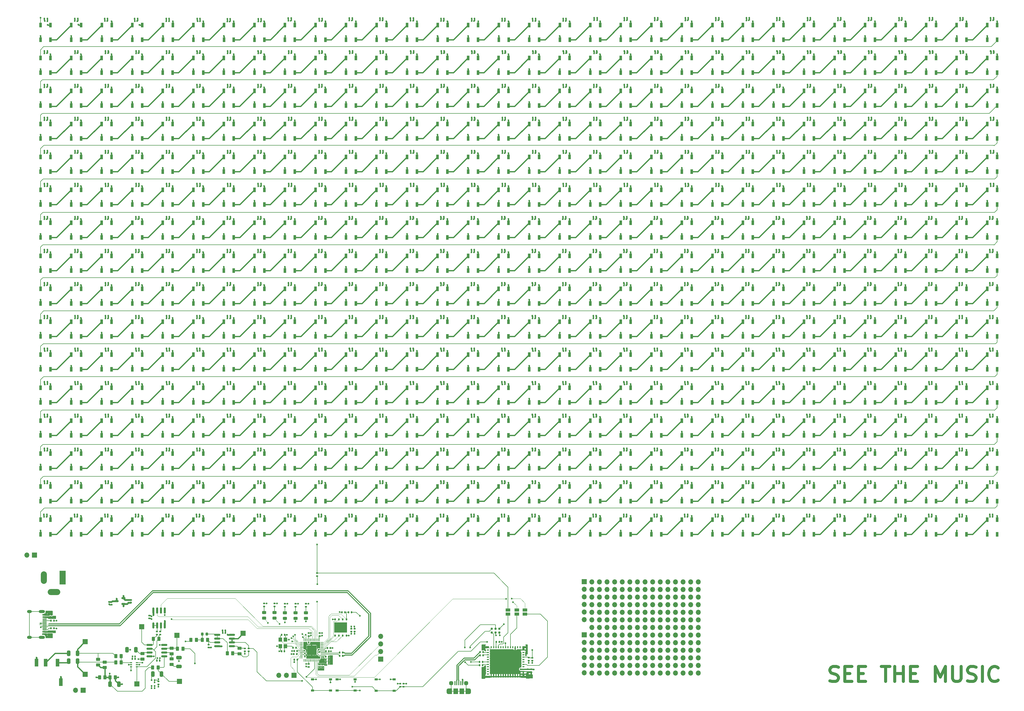
<source format=gbr>
%TF.GenerationSoftware,KiCad,Pcbnew,7.0.7*%
%TF.CreationDate,2024-03-03T19:12:32-08:00*%
%TF.ProjectId,rp2040_audio_spectrum,72703230-3430-45f6-9175-64696f5f7370,rev?*%
%TF.SameCoordinates,Original*%
%TF.FileFunction,Copper,L1,Top*%
%TF.FilePolarity,Positive*%
%FSLAX46Y46*%
G04 Gerber Fmt 4.6, Leading zero omitted, Abs format (unit mm)*
G04 Created by KiCad (PCBNEW 7.0.7) date 2024-03-03 19:12:32*
%MOMM*%
%LPD*%
G01*
G04 APERTURE LIST*
G04 Aperture macros list*
%AMRoundRect*
0 Rectangle with rounded corners*
0 $1 Rounding radius*
0 $2 $3 $4 $5 $6 $7 $8 $9 X,Y pos of 4 corners*
0 Add a 4 corners polygon primitive as box body*
4,1,4,$2,$3,$4,$5,$6,$7,$8,$9,$2,$3,0*
0 Add four circle primitives for the rounded corners*
1,1,$1+$1,$2,$3*
1,1,$1+$1,$4,$5*
1,1,$1+$1,$6,$7*
1,1,$1+$1,$8,$9*
0 Add four rect primitives between the rounded corners*
20,1,$1+$1,$2,$3,$4,$5,0*
20,1,$1+$1,$4,$5,$6,$7,0*
20,1,$1+$1,$6,$7,$8,$9,0*
20,1,$1+$1,$8,$9,$2,$3,0*%
%AMFreePoly0*
4,1,6,0.725000,-0.725000,-0.725000,-0.725000,-0.725000,0.125000,-0.125000,0.725000,0.725000,0.725000,0.725000,-0.725000,0.725000,-0.725000,$1*%
G04 Aperture macros list end*
%ADD10C,1.000000*%
%TA.AperFunction,NonConductor*%
%ADD11C,1.000000*%
%TD*%
%TA.AperFunction,ComponentPad*%
%ADD12O,1.700000X1.700000*%
%TD*%
%TA.AperFunction,ComponentPad*%
%ADD13R,1.700000X1.700000*%
%TD*%
%TA.AperFunction,SMDPad,CuDef*%
%ADD14RoundRect,0.140000X-0.140000X-0.170000X0.140000X-0.170000X0.140000X0.170000X-0.140000X0.170000X0*%
%TD*%
%TA.AperFunction,SMDPad,CuDef*%
%ADD15R,0.900000X1.500000*%
%TD*%
%TA.AperFunction,SMDPad,CuDef*%
%ADD16RoundRect,0.250000X-0.262500X-0.450000X0.262500X-0.450000X0.262500X0.450000X-0.262500X0.450000X0*%
%TD*%
%TA.AperFunction,SMDPad,CuDef*%
%ADD17RoundRect,0.140000X0.170000X-0.140000X0.170000X0.140000X-0.170000X0.140000X-0.170000X-0.140000X0*%
%TD*%
%TA.AperFunction,SMDPad,CuDef*%
%ADD18RoundRect,0.140000X-0.170000X0.140000X-0.170000X-0.140000X0.170000X-0.140000X0.170000X0.140000X0*%
%TD*%
%TA.AperFunction,SMDPad,CuDef*%
%ADD19RoundRect,0.150000X-0.150000X0.825000X-0.150000X-0.825000X0.150000X-0.825000X0.150000X0.825000X0*%
%TD*%
%TA.AperFunction,SMDPad,CuDef*%
%ADD20RoundRect,0.243750X0.456250X-0.243750X0.456250X0.243750X-0.456250X0.243750X-0.456250X-0.243750X0*%
%TD*%
%TA.AperFunction,SMDPad,CuDef*%
%ADD21RoundRect,0.250000X-0.325000X-0.650000X0.325000X-0.650000X0.325000X0.650000X-0.325000X0.650000X0*%
%TD*%
%TA.AperFunction,SMDPad,CuDef*%
%ADD22RoundRect,0.135000X0.135000X0.185000X-0.135000X0.185000X-0.135000X-0.185000X0.135000X-0.185000X0*%
%TD*%
%TA.AperFunction,SMDPad,CuDef*%
%ADD23RoundRect,0.250000X0.450000X-0.262500X0.450000X0.262500X-0.450000X0.262500X-0.450000X-0.262500X0*%
%TD*%
%TA.AperFunction,SMDPad,CuDef*%
%ADD24R,1.500000X1.000000*%
%TD*%
%TA.AperFunction,SMDPad,CuDef*%
%ADD25R,1.000000X0.750000*%
%TD*%
%TA.AperFunction,SMDPad,CuDef*%
%ADD26R,0.600000X0.540000*%
%TD*%
%TA.AperFunction,SMDPad,CuDef*%
%ADD27RoundRect,0.140000X0.140000X0.170000X-0.140000X0.170000X-0.140000X-0.170000X0.140000X-0.170000X0*%
%TD*%
%TA.AperFunction,SMDPad,CuDef*%
%ADD28RoundRect,0.250000X0.325000X0.650000X-0.325000X0.650000X-0.325000X-0.650000X0.325000X-0.650000X0*%
%TD*%
%TA.AperFunction,SMDPad,CuDef*%
%ADD29RoundRect,0.150000X-0.825000X-0.150000X0.825000X-0.150000X0.825000X0.150000X-0.825000X0.150000X0*%
%TD*%
%TA.AperFunction,SMDPad,CuDef*%
%ADD30RoundRect,0.125000X-0.125000X0.250000X-0.125000X-0.250000X0.125000X-0.250000X0.125000X0.250000X0*%
%TD*%
%TA.AperFunction,SMDPad,CuDef*%
%ADD31R,4.300000X3.400000*%
%TD*%
%TA.AperFunction,SMDPad,CuDef*%
%ADD32R,0.400000X1.350000*%
%TD*%
%TA.AperFunction,ComponentPad*%
%ADD33O,1.200000X1.900000*%
%TD*%
%TA.AperFunction,SMDPad,CuDef*%
%ADD34R,1.200000X1.900000*%
%TD*%
%TA.AperFunction,ComponentPad*%
%ADD35C,1.450000*%
%TD*%
%TA.AperFunction,SMDPad,CuDef*%
%ADD36R,1.500000X1.900000*%
%TD*%
%TA.AperFunction,ComponentPad*%
%ADD37R,2.000000X4.600000*%
%TD*%
%TA.AperFunction,ComponentPad*%
%ADD38O,2.000000X4.200000*%
%TD*%
%TA.AperFunction,ComponentPad*%
%ADD39O,4.200000X2.000000*%
%TD*%
%TA.AperFunction,SMDPad,CuDef*%
%ADD40RoundRect,0.225000X0.225000X0.250000X-0.225000X0.250000X-0.225000X-0.250000X0.225000X-0.250000X0*%
%TD*%
%TA.AperFunction,SMDPad,CuDef*%
%ADD41RoundRect,0.135000X0.185000X-0.135000X0.185000X0.135000X-0.185000X0.135000X-0.185000X-0.135000X0*%
%TD*%
%TA.AperFunction,SMDPad,CuDef*%
%ADD42RoundRect,0.135000X-0.135000X-0.185000X0.135000X-0.185000X0.135000X0.185000X-0.135000X0.185000X0*%
%TD*%
%TA.AperFunction,ConnectorPad*%
%ADD43C,0.787400*%
%TD*%
%TA.AperFunction,SMDPad,CuDef*%
%ADD44R,1.200000X2.500000*%
%TD*%
%TA.AperFunction,SMDPad,CuDef*%
%ADD45RoundRect,0.250000X0.650000X-0.325000X0.650000X0.325000X-0.650000X0.325000X-0.650000X-0.325000X0*%
%TD*%
%TA.AperFunction,SMDPad,CuDef*%
%ADD46RoundRect,0.050000X-0.050000X0.387500X-0.050000X-0.387500X0.050000X-0.387500X0.050000X0.387500X0*%
%TD*%
%TA.AperFunction,SMDPad,CuDef*%
%ADD47RoundRect,0.050000X-0.387500X0.050000X-0.387500X-0.050000X0.387500X-0.050000X0.387500X0.050000X0*%
%TD*%
%TA.AperFunction,SMDPad,CuDef*%
%ADD48R,3.200000X3.200000*%
%TD*%
%TA.AperFunction,SMDPad,CuDef*%
%ADD49R,1.200000X1.400000*%
%TD*%
%TA.AperFunction,SMDPad,CuDef*%
%ADD50RoundRect,0.135000X-0.185000X0.135000X-0.185000X-0.135000X0.185000X-0.135000X0.185000X0.135000X0*%
%TD*%
%TA.AperFunction,SMDPad,CuDef*%
%ADD51R,0.800000X0.400000*%
%TD*%
%TA.AperFunction,SMDPad,CuDef*%
%ADD52R,0.400000X0.800000*%
%TD*%
%TA.AperFunction,SMDPad,CuDef*%
%ADD53FreePoly0,180.000000*%
%TD*%
%TA.AperFunction,SMDPad,CuDef*%
%ADD54R,1.450000X1.450000*%
%TD*%
%TA.AperFunction,SMDPad,CuDef*%
%ADD55R,0.700000X0.700000*%
%TD*%
%TA.AperFunction,SMDPad,CuDef*%
%ADD56R,1.450000X0.600000*%
%TD*%
%TA.AperFunction,SMDPad,CuDef*%
%ADD57R,1.450000X0.300000*%
%TD*%
%TA.AperFunction,ComponentPad*%
%ADD58O,2.100000X1.000000*%
%TD*%
%TA.AperFunction,ComponentPad*%
%ADD59O,1.600000X1.000000*%
%TD*%
%TA.AperFunction,SMDPad,CuDef*%
%ADD60R,0.650000X0.400000*%
%TD*%
%TA.AperFunction,SMDPad,CuDef*%
%ADD61RoundRect,0.150000X0.512500X0.150000X-0.512500X0.150000X-0.512500X-0.150000X0.512500X-0.150000X0*%
%TD*%
%TA.AperFunction,ViaPad*%
%ADD62C,0.600000*%
%TD*%
%TA.AperFunction,Conductor*%
%ADD63C,0.400000*%
%TD*%
%TA.AperFunction,Conductor*%
%ADD64C,0.250000*%
%TD*%
%TA.AperFunction,Conductor*%
%ADD65C,0.200000*%
%TD*%
%TA.AperFunction,Conductor*%
%ADD66C,0.100000*%
%TD*%
%TA.AperFunction,Conductor*%
%ADD67C,0.600000*%
%TD*%
%TA.AperFunction,Conductor*%
%ADD68C,0.366567*%
%TD*%
%TA.AperFunction,Conductor*%
%ADD69C,0.300000*%
%TD*%
G04 APERTURE END LIST*
D10*
D11*
X318297474Y-246494000D02*
X319011760Y-246732095D01*
X319011760Y-246732095D02*
X320202236Y-246732095D01*
X320202236Y-246732095D02*
X320678427Y-246494000D01*
X320678427Y-246494000D02*
X320916522Y-246255904D01*
X320916522Y-246255904D02*
X321154617Y-245779714D01*
X321154617Y-245779714D02*
X321154617Y-245303523D01*
X321154617Y-245303523D02*
X320916522Y-244827333D01*
X320916522Y-244827333D02*
X320678427Y-244589238D01*
X320678427Y-244589238D02*
X320202236Y-244351142D01*
X320202236Y-244351142D02*
X319249855Y-244113047D01*
X319249855Y-244113047D02*
X318773665Y-243874952D01*
X318773665Y-243874952D02*
X318535570Y-243636857D01*
X318535570Y-243636857D02*
X318297474Y-243160666D01*
X318297474Y-243160666D02*
X318297474Y-242684476D01*
X318297474Y-242684476D02*
X318535570Y-242208285D01*
X318535570Y-242208285D02*
X318773665Y-241970190D01*
X318773665Y-241970190D02*
X319249855Y-241732095D01*
X319249855Y-241732095D02*
X320440332Y-241732095D01*
X320440332Y-241732095D02*
X321154617Y-241970190D01*
X323297475Y-244113047D02*
X324964141Y-244113047D01*
X325678427Y-246732095D02*
X323297475Y-246732095D01*
X323297475Y-246732095D02*
X323297475Y-241732095D01*
X323297475Y-241732095D02*
X325678427Y-241732095D01*
X327821285Y-244113047D02*
X329487951Y-244113047D01*
X330202237Y-246732095D02*
X327821285Y-246732095D01*
X327821285Y-246732095D02*
X327821285Y-241732095D01*
X327821285Y-241732095D02*
X330202237Y-241732095D01*
X335440333Y-241732095D02*
X338297476Y-241732095D01*
X336868904Y-246732095D02*
X336868904Y-241732095D01*
X339964143Y-246732095D02*
X339964143Y-241732095D01*
X339964143Y-244113047D02*
X342821286Y-244113047D01*
X342821286Y-246732095D02*
X342821286Y-241732095D01*
X345202238Y-244113047D02*
X346868904Y-244113047D01*
X347583190Y-246732095D02*
X345202238Y-246732095D01*
X345202238Y-246732095D02*
X345202238Y-241732095D01*
X345202238Y-241732095D02*
X347583190Y-241732095D01*
X353535572Y-246732095D02*
X353535572Y-241732095D01*
X353535572Y-241732095D02*
X355202238Y-245303523D01*
X355202238Y-245303523D02*
X356868905Y-241732095D01*
X356868905Y-241732095D02*
X356868905Y-246732095D01*
X359249858Y-241732095D02*
X359249858Y-245779714D01*
X359249858Y-245779714D02*
X359487953Y-246255904D01*
X359487953Y-246255904D02*
X359726048Y-246494000D01*
X359726048Y-246494000D02*
X360202239Y-246732095D01*
X360202239Y-246732095D02*
X361154620Y-246732095D01*
X361154620Y-246732095D02*
X361630810Y-246494000D01*
X361630810Y-246494000D02*
X361868905Y-246255904D01*
X361868905Y-246255904D02*
X362107001Y-245779714D01*
X362107001Y-245779714D02*
X362107001Y-241732095D01*
X364249857Y-246494000D02*
X364964143Y-246732095D01*
X364964143Y-246732095D02*
X366154619Y-246732095D01*
X366154619Y-246732095D02*
X366630810Y-246494000D01*
X366630810Y-246494000D02*
X366868905Y-246255904D01*
X366868905Y-246255904D02*
X367107000Y-245779714D01*
X367107000Y-245779714D02*
X367107000Y-245303523D01*
X367107000Y-245303523D02*
X366868905Y-244827333D01*
X366868905Y-244827333D02*
X366630810Y-244589238D01*
X366630810Y-244589238D02*
X366154619Y-244351142D01*
X366154619Y-244351142D02*
X365202238Y-244113047D01*
X365202238Y-244113047D02*
X364726048Y-243874952D01*
X364726048Y-243874952D02*
X364487953Y-243636857D01*
X364487953Y-243636857D02*
X364249857Y-243160666D01*
X364249857Y-243160666D02*
X364249857Y-242684476D01*
X364249857Y-242684476D02*
X364487953Y-242208285D01*
X364487953Y-242208285D02*
X364726048Y-241970190D01*
X364726048Y-241970190D02*
X365202238Y-241732095D01*
X365202238Y-241732095D02*
X366392715Y-241732095D01*
X366392715Y-241732095D02*
X367107000Y-241970190D01*
X369249858Y-246732095D02*
X369249858Y-241732095D01*
X374487953Y-246255904D02*
X374249857Y-246494000D01*
X374249857Y-246494000D02*
X373535572Y-246732095D01*
X373535572Y-246732095D02*
X373059381Y-246732095D01*
X373059381Y-246732095D02*
X372345095Y-246494000D01*
X372345095Y-246494000D02*
X371868905Y-246017809D01*
X371868905Y-246017809D02*
X371630810Y-245541619D01*
X371630810Y-245541619D02*
X371392714Y-244589238D01*
X371392714Y-244589238D02*
X371392714Y-243874952D01*
X371392714Y-243874952D02*
X371630810Y-242922571D01*
X371630810Y-242922571D02*
X371868905Y-242446380D01*
X371868905Y-242446380D02*
X372345095Y-241970190D01*
X372345095Y-241970190D02*
X373059381Y-241732095D01*
X373059381Y-241732095D02*
X373535572Y-241732095D01*
X373535572Y-241732095D02*
X374249857Y-241970190D01*
X374249857Y-241970190D02*
X374487953Y-242208285D01*
D12*
%TO.P,154,2*%
%TO.N,N/C*%
X248929200Y-236270800D03*
%TD*%
%TO.P,152,2*%
%TO.N,N/C*%
X243849200Y-236270800D03*
%TD*%
%TO.P,150,2*%
%TO.N,N/C*%
X238769200Y-236270800D03*
%TD*%
%TO.P,149,2*%
%TO.N,N/C*%
X274329200Y-233730800D03*
%TD*%
%TO.P,142,2*%
%TO.N,N/C*%
X256549200Y-233730800D03*
%TD*%
%TO.P,134,2*%
%TO.N,N/C*%
X274329200Y-231190800D03*
%TD*%
%TO.P,131,2*%
%TO.N,N/C*%
X266709200Y-231190800D03*
%TD*%
%TO.P,147,2*%
%TO.N,N/C*%
X269249200Y-233730800D03*
%TD*%
%TO.P,146,2*%
%TO.N,N/C*%
X266709200Y-233730800D03*
%TD*%
%TO.P,143,2*%
%TO.N,N/C*%
X259089200Y-233730800D03*
%TD*%
%TO.P,132,2*%
%TO.N,N/C*%
X269249200Y-231190800D03*
%TD*%
%TO.P,133,2*%
%TO.N,N/C*%
X271789200Y-231190800D03*
%TD*%
%TO.P,141,2*%
%TO.N,N/C*%
X254009200Y-233730800D03*
%TD*%
%TO.P,138,2*%
%TO.N,N/C*%
X246389200Y-233730800D03*
%TD*%
%TO.P,145,2*%
%TO.N,N/C*%
X264169200Y-233730800D03*
%TD*%
%TO.P,137,2*%
%TO.N,N/C*%
X243849200Y-233730800D03*
%TD*%
%TO.P,144,2*%
%TO.N,N/C*%
X261629200Y-233730800D03*
%TD*%
%TO.P,151,2*%
%TO.N,N/C*%
X241309200Y-236270800D03*
%TD*%
%TO.P,139,2*%
%TO.N,N/C*%
X248929200Y-233730800D03*
%TD*%
%TO.P,153,2*%
%TO.N,N/C*%
X246389200Y-236270800D03*
%TD*%
%TO.P,135,2*%
%TO.N,N/C*%
X238769200Y-233730800D03*
%TD*%
%TO.P,140,2*%
%TO.N,N/C*%
X251469200Y-233730800D03*
%TD*%
%TO.P,148,2*%
%TO.N,N/C*%
X271789200Y-233730800D03*
%TD*%
%TO.P,136,2*%
%TO.N,N/C*%
X241309200Y-233730800D03*
%TD*%
%TO.P,129,2*%
%TO.N,N/C*%
X261629200Y-231190800D03*
%TD*%
%TO.P,127,2*%
%TO.N,N/C*%
X256549200Y-231190800D03*
%TD*%
%TO.P,125,2*%
%TO.N,N/C*%
X251469200Y-231190800D03*
%TD*%
%TO.P,122,2*%
%TO.N,N/C*%
X243849200Y-231190800D03*
%TD*%
%TO.P,117,2*%
%TO.N,N/C*%
X269249200Y-228650800D03*
%TD*%
%TO.P,108,2*%
%TO.N,N/C*%
X246389200Y-228650800D03*
%TD*%
%TO.P,113,2*%
%TO.N,N/C*%
X259089200Y-228650800D03*
%TD*%
%TO.P,111,2*%
%TO.N,N/C*%
X254009200Y-228650800D03*
%TD*%
%TO.P,118,2*%
%TO.N,N/C*%
X271789200Y-228650800D03*
%TD*%
%TO.P,116,2*%
%TO.N,N/C*%
X266709200Y-228650800D03*
%TD*%
%TO.P,114,2*%
%TO.N,N/C*%
X261629200Y-228650800D03*
%TD*%
%TO.P,119,2*%
%TO.N,N/C*%
X274329200Y-228650800D03*
%TD*%
%TO.P,110,2*%
%TO.N,N/C*%
X251469200Y-228650800D03*
%TD*%
%TO.P,120,2*%
%TO.N,N/C*%
X238769200Y-231190800D03*
%TD*%
%TO.P,107,2*%
%TO.N,N/C*%
X243849200Y-228650800D03*
%TD*%
%TO.P,115,2*%
%TO.N,N/C*%
X264169200Y-228650800D03*
%TD*%
%TO.P,121,2*%
%TO.N,N/C*%
X241309200Y-231190800D03*
%TD*%
%TO.P,106,2*%
%TO.N,N/C*%
X241309200Y-228650800D03*
%TD*%
%TO.P,109,2*%
%TO.N,N/C*%
X248929200Y-228650800D03*
%TD*%
%TO.P,112,2*%
%TO.N,N/C*%
X256549200Y-228650800D03*
%TD*%
%TO.P,123,2*%
%TO.N,N/C*%
X246389200Y-231190800D03*
%TD*%
%TO.P,130,2*%
%TO.N,N/C*%
X264169200Y-231190800D03*
%TD*%
%TO.P,128,2*%
%TO.N,N/C*%
X259089200Y-231190800D03*
%TD*%
%TO.P,126,2*%
%TO.N,N/C*%
X254009200Y-231190800D03*
%TD*%
%TO.P,124,2*%
%TO.N,N/C*%
X248929200Y-231190800D03*
%TD*%
%TO.P,208,2*%
%TO.N,N/C*%
X271789200Y-243890800D03*
%TD*%
%TO.P,206,2*%
%TO.N,N/C*%
X266709200Y-243890800D03*
%TD*%
%TO.P,204,2*%
%TO.N,N/C*%
X261629200Y-243890800D03*
%TD*%
%TO.P,196,2*%
%TO.N,N/C*%
X241309200Y-243890800D03*
%TD*%
%TO.P,187,2*%
%TO.N,N/C*%
X256549200Y-241350800D03*
%TD*%
%TO.P,198,2*%
%TO.N,N/C*%
X246389200Y-243890800D03*
%TD*%
%TO.P,203,2*%
%TO.N,N/C*%
X259089200Y-243890800D03*
%TD*%
%TO.P,201,2*%
%TO.N,N/C*%
X254009200Y-243890800D03*
%TD*%
%TO.P,193,2*%
%TO.N,N/C*%
X271789200Y-241350800D03*
%TD*%
%TO.P,191,2*%
%TO.N,N/C*%
X266709200Y-241350800D03*
%TD*%
%TO.P,189,2*%
%TO.N,N/C*%
X261629200Y-241350800D03*
%TD*%
%TO.P,199,2*%
%TO.N,N/C*%
X248929200Y-243890800D03*
%TD*%
%TO.P,195,2*%
%TO.N,N/C*%
X238769200Y-243890800D03*
%TD*%
%TO.P,188,2*%
%TO.N,N/C*%
X259089200Y-241350800D03*
%TD*%
%TO.P,200,2*%
%TO.N,N/C*%
X251469200Y-243890800D03*
%TD*%
%TO.P,192,2*%
%TO.N,N/C*%
X269249200Y-241350800D03*
%TD*%
%TO.P,194,2*%
%TO.N,N/C*%
X274329200Y-241350800D03*
%TD*%
%TO.P,202,2*%
%TO.N,N/C*%
X256549200Y-243890800D03*
%TD*%
%TO.P,207,2*%
%TO.N,N/C*%
X269249200Y-243890800D03*
%TD*%
%TO.P,197,2*%
%TO.N,N/C*%
X243849200Y-243890800D03*
%TD*%
%TO.P,209,2*%
%TO.N,N/C*%
X274329200Y-243890800D03*
%TD*%
%TO.P,190,2*%
%TO.N,N/C*%
X264169200Y-241350800D03*
%TD*%
%TO.P,205,2*%
%TO.N,N/C*%
X264169200Y-243890800D03*
%TD*%
%TO.P,177,2*%
%TO.N,N/C*%
X269249200Y-238810800D03*
%TD*%
%TO.P,185,2*%
%TO.N,N/C*%
X251469200Y-241350800D03*
%TD*%
%TO.P,184,2*%
%TO.N,N/C*%
X248929200Y-241350800D03*
%TD*%
%TO.P,182,2*%
%TO.N,N/C*%
X243849200Y-241350800D03*
%TD*%
%TO.P,183,2*%
%TO.N,N/C*%
X246389200Y-241350800D03*
%TD*%
%TO.P,180,2*%
%TO.N,N/C*%
X238769200Y-241350800D03*
%TD*%
%TO.P,181,2*%
%TO.N,N/C*%
X241309200Y-241350800D03*
%TD*%
%TO.P,179,2*%
%TO.N,N/C*%
X274329200Y-238810800D03*
%TD*%
%TO.P,178,2*%
%TO.N,N/C*%
X271789200Y-238810800D03*
%TD*%
%TO.P,171,2*%
%TO.N,N/C*%
X254009200Y-238810800D03*
%TD*%
%TO.P,161,2*%
%TO.N,N/C*%
X266709200Y-236270800D03*
%TD*%
%TO.P,156,2*%
%TO.N,N/C*%
X254009200Y-236270800D03*
%TD*%
%TO.P,158,2*%
%TO.N,N/C*%
X259089200Y-236270800D03*
%TD*%
%TO.P,162,2*%
%TO.N,N/C*%
X269249200Y-236270800D03*
%TD*%
%TO.P,176,2*%
%TO.N,N/C*%
X266709200Y-238810800D03*
%TD*%
%TO.P,164,2*%
%TO.N,N/C*%
X274329200Y-236270800D03*
%TD*%
%TO.P,159,2*%
%TO.N,N/C*%
X261629200Y-236270800D03*
%TD*%
%TO.P,165,2*%
%TO.N,N/C*%
X238769200Y-238810800D03*
%TD*%
%TO.P,167,2*%
%TO.N,N/C*%
X243849200Y-238810800D03*
%TD*%
%TO.P,155,2*%
%TO.N,N/C*%
X251469200Y-236270800D03*
%TD*%
%TO.P,163,2*%
%TO.N,N/C*%
X271789200Y-236270800D03*
%TD*%
%TO.P,186,2*%
%TO.N,N/C*%
X254009200Y-241350800D03*
%TD*%
%TO.P,157,2*%
%TO.N,N/C*%
X256549200Y-236270800D03*
%TD*%
%TO.P,173,2*%
%TO.N,N/C*%
X259089200Y-238810800D03*
%TD*%
%TO.P,160,2*%
%TO.N,N/C*%
X264169200Y-236270800D03*
%TD*%
%TO.P,172,2*%
%TO.N,N/C*%
X256549200Y-238810800D03*
%TD*%
%TO.P,169,2*%
%TO.N,N/C*%
X248929200Y-238810800D03*
%TD*%
%TO.P,174,2*%
%TO.N,N/C*%
X261629200Y-238810800D03*
%TD*%
%TO.P,168,2*%
%TO.N,N/C*%
X246389200Y-238810800D03*
%TD*%
%TO.P,166,2*%
%TO.N,N/C*%
X241309200Y-238810800D03*
%TD*%
%TO.P,175,2*%
%TO.N,N/C*%
X264169200Y-238810800D03*
%TD*%
%TO.P,170,2*%
%TO.N,N/C*%
X251469200Y-238810800D03*
%TD*%
%TO.P,38,2*%
%TO.N,N/C*%
X259089200Y-215950800D03*
%TD*%
%TO.P,36,2*%
%TO.N,N/C*%
X254009200Y-215950800D03*
%TD*%
%TO.P,35,2*%
%TO.N,N/C*%
X251469200Y-215950800D03*
%TD*%
%TO.P,23,2*%
%TO.N,N/C*%
X259089200Y-213410800D03*
%TD*%
%TO.P,29,2*%
%TO.N,N/C*%
X274329200Y-213410800D03*
%TD*%
%TO.P,19,2*%
%TO.N,N/C*%
X248929200Y-213410800D03*
%TD*%
%TO.P,24,2*%
%TO.N,N/C*%
X261629200Y-213410800D03*
%TD*%
%TO.P,28,2*%
%TO.N,N/C*%
X271789200Y-213410800D03*
%TD*%
%TO.P,32,2*%
%TO.N,N/C*%
X243849200Y-215950800D03*
%TD*%
%TO.P,25,2*%
%TO.N,N/C*%
X264169200Y-213410800D03*
%TD*%
%TO.P,33,2*%
%TO.N,N/C*%
X246389200Y-215950800D03*
%TD*%
%TO.P,27,2*%
%TO.N,N/C*%
X269249200Y-213410800D03*
%TD*%
%TO.P,26,2*%
%TO.N,N/C*%
X266709200Y-213410800D03*
%TD*%
%TO.P,22,2*%
%TO.N,N/C*%
X256549200Y-213410800D03*
%TD*%
%TO.P,21,2*%
%TO.N,N/C*%
X254009200Y-213410800D03*
%TD*%
%TO.P,20,2*%
%TO.N,N/C*%
X251469200Y-213410800D03*
%TD*%
%TO.P,16,2*%
%TO.N,N/C*%
X241309200Y-213410800D03*
%TD*%
%TO.P,34,2*%
%TO.N,N/C*%
X248929200Y-215950800D03*
%TD*%
%TO.P,41,2*%
%TO.N,N/C*%
X266709200Y-215950800D03*
%TD*%
%TO.P,40,2*%
%TO.N,N/C*%
X264169200Y-215950800D03*
%TD*%
%TO.P,39,2*%
%TO.N,N/C*%
X261629200Y-215950800D03*
%TD*%
%TO.P,37,2*%
%TO.N,N/C*%
X256549200Y-215950800D03*
%TD*%
%TO.P,31,2*%
%TO.N,N/C*%
X241309200Y-215950800D03*
%TD*%
%TO.P,30,2*%
%TO.N,N/C*%
X238769200Y-215950800D03*
%TD*%
%TO.P,17,2*%
%TO.N,N/C*%
X243849200Y-213410800D03*
%TD*%
%TO.P,18,2*%
%TO.N,N/C*%
X246389200Y-213410800D03*
%TD*%
%TO.P,105,2*%
%TO.N,N/C*%
X238769200Y-228650800D03*
%TD*%
%TO.P,104,2*%
%TO.N,N/C*%
X274329200Y-226110800D03*
%TD*%
%TO.P,103,2*%
%TO.N,N/C*%
X271789200Y-226110800D03*
%TD*%
%TO.P,102,2*%
%TO.N,N/C*%
X269249200Y-226110800D03*
%TD*%
%TO.P,94,2*%
%TO.N,N/C*%
X248929200Y-226110800D03*
%TD*%
%TO.P,88,2*%
%TO.N,N/C*%
X271789200Y-223570800D03*
%TD*%
%TO.P,100,2*%
%TO.N,N/C*%
X264169200Y-226110800D03*
%TD*%
%TO.P,80,2*%
%TO.N,N/C*%
X251469200Y-223570800D03*
%TD*%
%TO.P,98,2*%
%TO.N,N/C*%
X259089200Y-226110800D03*
%TD*%
%TO.P,90,2*%
%TO.N,N/C*%
X238769200Y-226110800D03*
%TD*%
%TO.P,99,2*%
%TO.N,N/C*%
X261629200Y-226110800D03*
%TD*%
%TO.P,93,2*%
%TO.N,N/C*%
X246389200Y-226110800D03*
%TD*%
%TO.P,97,2*%
%TO.N,N/C*%
X256549200Y-226110800D03*
%TD*%
%TO.P,96,2*%
%TO.N,N/C*%
X254009200Y-226110800D03*
%TD*%
%TO.P,86,2*%
%TO.N,N/C*%
X266709200Y-223570800D03*
%TD*%
%TO.P,85,2*%
%TO.N,N/C*%
X264169200Y-223570800D03*
%TD*%
%TO.P,91,2*%
%TO.N,N/C*%
X241309200Y-226110800D03*
%TD*%
%TO.P,87,2*%
%TO.N,N/C*%
X269249200Y-223570800D03*
%TD*%
%TO.P,95,2*%
%TO.N,N/C*%
X251469200Y-226110800D03*
%TD*%
%TO.P,92,2*%
%TO.N,N/C*%
X243849200Y-226110800D03*
%TD*%
%TO.P,84,2*%
%TO.N,N/C*%
X261629200Y-223570800D03*
%TD*%
%TO.P,81,2*%
%TO.N,N/C*%
X254009200Y-223570800D03*
%TD*%
%TO.P,82,2*%
%TO.N,N/C*%
X256549200Y-223570800D03*
%TD*%
%TO.P,83,2*%
%TO.N,N/C*%
X259089200Y-223570800D03*
%TD*%
%TO.P,79,2*%
%TO.N,N/C*%
X248929200Y-223570800D03*
%TD*%
%TO.P,101,2*%
%TO.N,N/C*%
X266709200Y-226110800D03*
%TD*%
%TO.P,89,2*%
%TO.N,N/C*%
X274329200Y-223570800D03*
%TD*%
%TO.P,77,2*%
%TO.N,N/C*%
X243849200Y-223570800D03*
%TD*%
%TO.P,71,2*%
%TO.N,N/C*%
X266709200Y-221030800D03*
%TD*%
%TO.P,63,2*%
%TO.N,N/C*%
X246389200Y-221030800D03*
%TD*%
%TO.P,70,2*%
%TO.N,N/C*%
X264169200Y-221030800D03*
%TD*%
%TO.P,67,2*%
%TO.N,N/C*%
X256549200Y-221030800D03*
%TD*%
%TO.P,76,2*%
%TO.N,N/C*%
X241309200Y-223570800D03*
%TD*%
%TO.P,69,2*%
%TO.N,N/C*%
X261629200Y-221030800D03*
%TD*%
%TO.P,75,2*%
%TO.N,N/C*%
X238769200Y-223570800D03*
%TD*%
%TO.P,74,2*%
%TO.N,N/C*%
X274329200Y-221030800D03*
%TD*%
%TO.P,66,2*%
%TO.N,N/C*%
X254009200Y-221030800D03*
%TD*%
%TO.P,68,2*%
%TO.N,N/C*%
X259089200Y-221030800D03*
%TD*%
%TO.P,72,2*%
%TO.N,N/C*%
X269249200Y-221030800D03*
%TD*%
%TO.P,73,2*%
%TO.N,N/C*%
X271789200Y-221030800D03*
%TD*%
%TO.P,65,2*%
%TO.N,N/C*%
X251469200Y-221030800D03*
%TD*%
%TO.P,61,2*%
%TO.N,N/C*%
X241309200Y-221030800D03*
%TD*%
%TO.P,57,2*%
%TO.N,N/C*%
X269249200Y-218490800D03*
%TD*%
%TO.P,56,2*%
%TO.N,N/C*%
X266709200Y-218490800D03*
%TD*%
%TO.P,44,2*%
%TO.N,N/C*%
X274329200Y-215950800D03*
%TD*%
%TO.P,52,2*%
%TO.N,N/C*%
X256549200Y-218490800D03*
%TD*%
%TO.P,64,2*%
%TO.N,N/C*%
X248929200Y-221030800D03*
%TD*%
%TO.P,55,2*%
%TO.N,N/C*%
X264169200Y-218490800D03*
%TD*%
%TO.P,78,2*%
%TO.N,N/C*%
X246389200Y-223570800D03*
%TD*%
%TO.P,53,2*%
%TO.N,N/C*%
X259089200Y-218490800D03*
%TD*%
%TO.P,54,2*%
%TO.N,N/C*%
X261629200Y-218490800D03*
%TD*%
%TO.P,42,2*%
%TO.N,N/C*%
X269249200Y-215950800D03*
%TD*%
%TO.P,46,2*%
%TO.N,N/C*%
X241309200Y-218490800D03*
%TD*%
%TO.P,43,2*%
%TO.N,N/C*%
X271789200Y-215950800D03*
%TD*%
%TO.P,62,2*%
%TO.N,N/C*%
X243849200Y-221030800D03*
%TD*%
%TO.P,58,2*%
%TO.N,N/C*%
X271789200Y-218490800D03*
%TD*%
%TO.P,47,2*%
%TO.N,N/C*%
X243849200Y-218490800D03*
%TD*%
%TO.P,50,2*%
%TO.N,N/C*%
X251469200Y-218490800D03*
%TD*%
%TO.P,45,2*%
%TO.N,N/C*%
X238769200Y-218490800D03*
%TD*%
%TO.P,59,2*%
%TO.N,N/C*%
X274329200Y-218490800D03*
%TD*%
%TO.P,51,2*%
%TO.N,N/C*%
X254009200Y-218490800D03*
%TD*%
%TO.P,48,2*%
%TO.N,N/C*%
X246389200Y-218490800D03*
%TD*%
%TO.P,60,2*%
%TO.N,N/C*%
X238769200Y-221030800D03*
%TD*%
%TO.P,49,2*%
%TO.N,N/C*%
X248929200Y-218490800D03*
%TD*%
%TO.P,15,2*%
%TO.N,N/C*%
X238769200Y-213410800D03*
%TD*%
D13*
%TO.P,J11,1,Pin_1*%
%TO.N,+3.3V*%
X236220000Y-213360000D03*
D12*
%TO.P,J11,2,Pin_2*%
X236220000Y-215900000D03*
%TO.P,J11,3,Pin_3*%
X236220000Y-218440000D03*
%TO.P,J11,4,Pin_4*%
X236220000Y-220980000D03*
%TO.P,J11,5,Pin_5*%
X236220000Y-223520000D03*
%TO.P,J11,6,Pin_6*%
X236220000Y-226060000D03*
%TD*%
D13*
%TO.P,J10,1,Pin_1*%
%TO.N,GND*%
X236220000Y-231140000D03*
D12*
%TO.P,J10,2,Pin_2*%
X236220000Y-233680000D03*
%TO.P,J10,3,Pin_3*%
X236220000Y-236220000D03*
%TO.P,J10,4,Pin_4*%
X236220000Y-238760000D03*
%TO.P,J10,5,Pin_5*%
X236220000Y-241300000D03*
%TO.P,J10,6,Pin_6*%
X236220000Y-243840000D03*
%TD*%
D14*
%TO.P,C179,1*%
%TO.N,+5V*%
X147672683Y-35849793D03*
%TO.P,C179,2*%
%TO.N,GND*%
X148632683Y-35849793D03*
%TD*%
D15*
%TO.P,D414,1,VDD*%
%TO.N,+5V*%
X299445200Y-164390240D03*
%TO.P,D414,2,DOUT*%
%TO.N,Net-(D414-DOUT)*%
X302745200Y-164390240D03*
%TO.P,D414,3,VSS*%
%TO.N,GND*%
X302745200Y-159490240D03*
%TO.P,D414,4,DIN*%
%TO.N,Net-(D413-DOUT)*%
X299445200Y-159490240D03*
%TD*%
D14*
%TO.P,C485,1*%
%TO.N,+5V*%
X341392636Y-58175176D03*
%TO.P,C485,2*%
%TO.N,GND*%
X342352636Y-58175176D03*
%TD*%
D15*
%TO.P,D54,1,VDD*%
%TO.N,+5V*%
X217845200Y-43074760D03*
%TO.P,D54,2,DOUT*%
%TO.N,Net-(D54-DOUT)*%
X221145200Y-43074760D03*
%TO.P,D54,3,VSS*%
%TO.N,GND*%
X221145200Y-38174760D03*
%TO.P,D54,4,DIN*%
%TO.N,Net-(D53-DOUT)*%
X217845200Y-38174760D03*
%TD*%
D14*
%TO.P,C522,1*%
%TO.N,+5V*%
X361538390Y-113411000D03*
%TO.P,C522,2*%
%TO.N,GND*%
X362498390Y-113411000D03*
%TD*%
D15*
%TO.P,D279,1,VDD*%
%TO.N,+5V*%
X228045200Y-120275520D03*
%TO.P,D279,2,DOUT*%
%TO.N,Net-(D279-DOUT)*%
X231345200Y-120275520D03*
%TO.P,D279,3,VSS*%
%TO.N,GND*%
X231345200Y-115375520D03*
%TO.P,D279,4,DIN*%
%TO.N,Net-(D278-DOUT)*%
X228045200Y-115375520D03*
%TD*%
D16*
%TO.P,R8,1*%
%TO.N,+3.3V*%
X74312700Y-245338600D03*
%TO.P,R8,2*%
%TO.N,/Analog/Vbias*%
X76137700Y-245338600D03*
%TD*%
D14*
%TO.P,C180,1*%
%TO.N,+5V*%
X147672683Y-47126941D03*
%TO.P,C180,2*%
%TO.N,GND*%
X148632683Y-47126941D03*
%TD*%
%TO.P,C516,1*%
%TO.N,+5V*%
X361784210Y-47126941D03*
%TO.P,C516,2*%
%TO.N,GND*%
X362744210Y-47126941D03*
%TD*%
%TO.P,C259,1*%
%TO.N,+5V*%
X198651618Y-35849793D03*
%TO.P,C259,2*%
%TO.N,GND*%
X199611618Y-35849793D03*
%TD*%
%TO.P,C514,1*%
%TO.N,+5V*%
X361781290Y-24784115D03*
%TO.P,C514,2*%
%TO.N,GND*%
X362741290Y-24784115D03*
%TD*%
%TO.P,C268,1*%
%TO.N,+5V*%
X198536902Y-135365431D03*
%TO.P,C268,2*%
%TO.N,GND*%
X199496902Y-135365431D03*
%TD*%
%TO.P,C505,1*%
%TO.N,+5V*%
X351350797Y-102362000D03*
%TO.P,C505,2*%
%TO.N,GND*%
X352310797Y-102362000D03*
%TD*%
%TO.P,C83,1*%
%TO.N,+5V*%
X86497961Y-35849793D03*
%TO.P,C83,2*%
%TO.N,GND*%
X87457961Y-35849793D03*
%TD*%
D17*
%TO.P,C21,1*%
%TO.N,+3.3V*%
X90906600Y-225623000D03*
%TO.P,C21,2*%
%TO.N,GND*%
X90906600Y-224663000D03*
%TD*%
D14*
%TO.P,C249,1*%
%TO.N,+5V*%
X188349309Y-102362000D03*
%TO.P,C249,2*%
%TO.N,GND*%
X189309309Y-102362000D03*
%TD*%
D15*
%TO.P,D126,1,VDD*%
%TO.N,+5V*%
X299445200Y-65132120D03*
%TO.P,D126,2,DOUT*%
%TO.N,Net-(D126-DOUT)*%
X302745200Y-65132120D03*
%TO.P,D126,3,VSS*%
%TO.N,GND*%
X302745200Y-60232120D03*
%TO.P,D126,4,DIN*%
%TO.N,Net-(D125-DOUT)*%
X299445200Y-60232120D03*
%TD*%
%TO.P,D140,1,VDD*%
%TO.N,+5V*%
X115845200Y-76160800D03*
%TO.P,D140,2,DOUT*%
%TO.N,Net-(D140-DOUT)*%
X119145200Y-76160800D03*
%TO.P,D140,3,VSS*%
%TO.N,GND*%
X119145200Y-71260800D03*
%TO.P,D140,4,DIN*%
%TO.N,Net-(D139-DOUT)*%
X115845200Y-71260800D03*
%TD*%
D18*
%TO.P,C13,1*%
%TO.N,+3.3V*%
X148818600Y-240921600D03*
%TO.P,C13,2*%
%TO.N,GND*%
X148818600Y-241881600D03*
%TD*%
D14*
%TO.P,C184,1*%
%TO.N,+5V*%
X147598937Y-91319881D03*
%TO.P,C184,2*%
%TO.N,GND*%
X148558937Y-91319881D03*
%TD*%
D15*
%TO.P,D512,1,VDD*%
%TO.N,+5V*%
X319845200Y-197476280D03*
%TO.P,D512,2,DOUT*%
%TO.N,Net-(D512-DOUT)*%
X323145200Y-197476280D03*
%TO.P,D512,3,VSS*%
%TO.N,GND*%
X323145200Y-192576280D03*
%TO.P,D512,4,DIN*%
%TO.N,Net-(D511-DOUT)*%
X319845200Y-192576280D03*
%TD*%
%TO.P,D208,1,VDD*%
%TO.N,+5V*%
X156645200Y-98218160D03*
%TO.P,D208,2,DOUT*%
%TO.N,Net-(D208-DOUT)*%
X159945200Y-98218160D03*
%TO.P,D208,3,VSS*%
%TO.N,GND*%
X159945200Y-93318160D03*
%TO.P,D208,4,DIN*%
%TO.N,Net-(D207-DOUT)*%
X156645200Y-93318160D03*
%TD*%
D19*
%TO.P,U5,1,~{CS}*%
%TO.N,SPIO_~{CS}*%
X96139000Y-223026200D03*
%TO.P,U5,2,SCK*%
%TO.N,SPI0_SCK*%
X94869000Y-223026200D03*
%TO.P,U5,3,SI*%
%TO.N,SPI0_TX*%
X93599000Y-223026200D03*
%TO.P,U5,4,VSS*%
%TO.N,GND*%
X92329000Y-223026200D03*
%TO.P,U5,5,PA0*%
%TO.N,Net-(U5-PA0)*%
X92329000Y-227976200D03*
%TO.P,U5,6,PW0*%
X93599000Y-227976200D03*
%TO.P,U5,7,PB0*%
%TO.N,Net-(U5-PB0)*%
X94869000Y-227976200D03*
%TO.P,U5,8,VDD*%
%TO.N,+3.3V*%
X96139000Y-227976200D03*
%TD*%
D14*
%TO.P,C190,1*%
%TO.N,+5V*%
X147598937Y-157470057D03*
%TO.P,C190,2*%
%TO.N,GND*%
X148558937Y-157470057D03*
%TD*%
D17*
%TO.P,C33,1*%
%TO.N,/MCU/BUTTON*%
X174758200Y-248455600D03*
%TO.P,C33,2*%
%TO.N,GND*%
X174758200Y-247495600D03*
%TD*%
D15*
%TO.P,D516,1,VDD*%
%TO.N,+5V*%
X360645200Y-197476280D03*
%TO.P,D516,2,DOUT*%
%TO.N,Net-(D516-DOUT)*%
X363945200Y-197476280D03*
%TO.P,D516,3,VSS*%
%TO.N,GND*%
X363945200Y-192576280D03*
%TO.P,D516,4,DIN*%
%TO.N,Net-(D515-DOUT)*%
X360645200Y-192576280D03*
%TD*%
D14*
%TO.P,C528,1*%
%TO.N,+5V*%
X361538390Y-179705000D03*
%TO.P,C528,2*%
%TO.N,GND*%
X362498390Y-179705000D03*
%TD*%
D15*
%TO.P,D197,1,VDD*%
%TO.N,+5V*%
X370845200Y-87189480D03*
%TO.P,D197,2,DOUT*%
%TO.N,/LEDs/ROW6*%
X374145200Y-87189480D03*
%TO.P,D197,3,VSS*%
%TO.N,GND*%
X374145200Y-82289480D03*
%TO.P,D197,4,DIN*%
%TO.N,Net-(D196-DOUT)*%
X370845200Y-82289480D03*
%TD*%
D14*
%TO.P,C488,1*%
%TO.N,+5V*%
X341163204Y-91319881D03*
%TO.P,C488,2*%
%TO.N,GND*%
X342123204Y-91319881D03*
%TD*%
%TO.P,C302,1*%
%TO.N,+5V*%
X218912088Y-157470057D03*
%TO.P,C302,2*%
%TO.N,GND*%
X219872088Y-157470057D03*
%TD*%
%TO.P,C444,1*%
%TO.N,+5V*%
X310600425Y-135365431D03*
%TO.P,C444,2*%
%TO.N,GND*%
X311560425Y-135365431D03*
%TD*%
%TO.P,C534,1*%
%TO.N,+5V*%
X371980000Y-69215000D03*
%TO.P,C534,2*%
%TO.N,GND*%
X372940000Y-69215000D03*
%TD*%
D15*
%TO.P,D501,1,VDD*%
%TO.N,+5V*%
X207645200Y-197476280D03*
%TO.P,D501,2,DOUT*%
%TO.N,Net-(D501-DOUT)*%
X210945200Y-197476280D03*
%TO.P,D501,3,VSS*%
%TO.N,GND*%
X210945200Y-192576280D03*
%TO.P,D501,4,DIN*%
%TO.N,Net-(D500-DOUT)*%
X207645200Y-192576280D03*
%TD*%
%TO.P,D269,1,VDD*%
%TO.N,+5V*%
X126045200Y-120275520D03*
%TO.P,D269,2,DOUT*%
%TO.N,Net-(D269-DOUT)*%
X129345200Y-120275520D03*
%TO.P,D269,3,VSS*%
%TO.N,GND*%
X129345200Y-115375520D03*
%TO.P,D269,4,DIN*%
%TO.N,Net-(D268-DOUT)*%
X126045200Y-115375520D03*
%TD*%
%TO.P,D337,1,VDD*%
%TO.N,+5V*%
X166845200Y-142332880D03*
%TO.P,D337,2,DOUT*%
%TO.N,Net-(D337-DOUT)*%
X170145200Y-142332880D03*
%TO.P,D337,3,VSS*%
%TO.N,GND*%
X170145200Y-137432880D03*
%TO.P,D337,4,DIN*%
%TO.N,Net-(D336-DOUT)*%
X166845200Y-137432880D03*
%TD*%
D14*
%TO.P,C510,1*%
%TO.N,+5V*%
X351350797Y-157470057D03*
%TO.P,C510,2*%
%TO.N,GND*%
X352310797Y-157470057D03*
%TD*%
D15*
%TO.P,D324,1,VDD*%
%TO.N,+5V*%
X360645200Y-131304200D03*
%TO.P,D324,2,DOUT*%
%TO.N,Net-(D324-DOUT)*%
X363945200Y-131304200D03*
%TO.P,D324,3,VSS*%
%TO.N,GND*%
X363945200Y-126404200D03*
%TO.P,D324,4,DIN*%
%TO.N,Net-(D323-DOUT)*%
X360645200Y-126404200D03*
%TD*%
%TO.P,D186,1,VDD*%
%TO.N,+5V*%
X258645200Y-87189480D03*
%TO.P,D186,2,DOUT*%
%TO.N,Net-(D186-DOUT)*%
X261945200Y-87189480D03*
%TO.P,D186,3,VSS*%
%TO.N,GND*%
X261945200Y-82289480D03*
%TO.P,D186,4,DIN*%
%TO.N,Net-(D185-DOUT)*%
X258645200Y-82289480D03*
%TD*%
%TO.P,D222,1,VDD*%
%TO.N,+5V*%
X299445200Y-98218160D03*
%TO.P,D222,2,DOUT*%
%TO.N,Net-(D222-DOUT)*%
X302745200Y-98218160D03*
%TO.P,D222,3,VSS*%
%TO.N,GND*%
X302745200Y-93318160D03*
%TO.P,D222,4,DIN*%
%TO.N,Net-(D221-DOUT)*%
X299445200Y-93318160D03*
%TD*%
%TO.P,D399,1,VDD*%
%TO.N,+5V*%
X146445200Y-164390240D03*
%TO.P,D399,2,DOUT*%
%TO.N,Net-(D399-DOUT)*%
X149745200Y-164390240D03*
%TO.P,D399,3,VSS*%
%TO.N,GND*%
X149745200Y-159490240D03*
%TO.P,D399,4,DIN*%
%TO.N,Net-(D398-DOUT)*%
X146445200Y-159490240D03*
%TD*%
%TO.P,D270,1,VDD*%
%TO.N,+5V*%
X136245200Y-120275520D03*
%TO.P,D270,2,DOUT*%
%TO.N,Net-(D270-DOUT)*%
X139545200Y-120275520D03*
%TO.P,D270,3,VSS*%
%TO.N,GND*%
X139545200Y-115375520D03*
%TO.P,D270,4,DIN*%
%TO.N,Net-(D269-DOUT)*%
X136245200Y-115375520D03*
%TD*%
%TO.P,D508,1,VDD*%
%TO.N,+5V*%
X279045200Y-197476280D03*
%TO.P,D508,2,DOUT*%
%TO.N,Net-(D508-DOUT)*%
X282345200Y-197476280D03*
%TO.P,D508,3,VSS*%
%TO.N,GND*%
X282345200Y-192576280D03*
%TO.P,D508,4,DIN*%
%TO.N,Net-(D507-DOUT)*%
X279045200Y-192576280D03*
%TD*%
%TO.P,D329,1,VDD*%
%TO.N,+5V*%
X85245200Y-142332880D03*
%TO.P,D329,2,DOUT*%
%TO.N,Net-(D329-DOUT)*%
X88545200Y-142332880D03*
%TO.P,D329,3,VSS*%
%TO.N,GND*%
X88545200Y-137432880D03*
%TO.P,D329,4,DIN*%
%TO.N,Net-(D328-DOUT)*%
X85245200Y-137432880D03*
%TD*%
%TO.P,D260,1,VDD*%
%TO.N,+5V*%
X360645200Y-109246840D03*
%TO.P,D260,2,DOUT*%
%TO.N,Net-(D260-DOUT)*%
X363945200Y-109246840D03*
%TO.P,D260,3,VSS*%
%TO.N,GND*%
X363945200Y-104346840D03*
%TO.P,D260,4,DIN*%
%TO.N,Net-(D259-DOUT)*%
X360645200Y-104346840D03*
%TD*%
%TO.P,D210,1,VDD*%
%TO.N,+5V*%
X177045200Y-98218160D03*
%TO.P,D210,2,DOUT*%
%TO.N,Net-(D210-DOUT)*%
X180345200Y-98218160D03*
%TO.P,D210,3,VSS*%
%TO.N,GND*%
X180345200Y-93318160D03*
%TO.P,D210,4,DIN*%
%TO.N,Net-(D209-DOUT)*%
X177045200Y-93318160D03*
%TD*%
D14*
%TO.P,C198,1*%
%TO.N,+5V*%
X157868470Y-69215000D03*
%TO.P,C198,2*%
%TO.N,GND*%
X158828470Y-69215000D03*
%TD*%
D15*
%TO.P,D109,1,VDD*%
%TO.N,+5V*%
X126045200Y-65132120D03*
%TO.P,D109,2,DOUT*%
%TO.N,Net-(D109-DOUT)*%
X129345200Y-65132120D03*
%TO.P,D109,3,VSS*%
%TO.N,GND*%
X129345200Y-60232120D03*
%TO.P,D109,4,DIN*%
%TO.N,Net-(D108-DOUT)*%
X126045200Y-60232120D03*
%TD*%
%TO.P,D412,1,VDD*%
%TO.N,+5V*%
X279045200Y-164390240D03*
%TO.P,D412,2,DOUT*%
%TO.N,Net-(D412-DOUT)*%
X282345200Y-164390240D03*
%TO.P,D412,3,VSS*%
%TO.N,GND*%
X282345200Y-159490240D03*
%TO.P,D412,4,DIN*%
%TO.N,Net-(D411-DOUT)*%
X279045200Y-159490240D03*
%TD*%
D13*
%TO.P,J4,1,Pin_1*%
%TO.N,+3.3V*%
X168224200Y-239242600D03*
D12*
%TO.P,J4,2,Pin_2*%
%TO.N,/MCU/ADC1*%
X168224200Y-236702600D03*
%TO.P,J4,3,Pin_3*%
%TO.N,/MCU/ADC2*%
X168224200Y-234162600D03*
%TO.P,J4,4,Pin_4*%
%TO.N,GND*%
X168224200Y-231622600D03*
%TD*%
D14*
%TO.P,C237,1*%
%TO.N,+5V*%
X178161716Y-146558000D03*
%TO.P,C237,2*%
%TO.N,GND*%
X179121716Y-146558000D03*
%TD*%
D13*
%TO.P,J5,1,Pin_1*%
%TO.N,+5V*%
X52608800Y-204469600D03*
D12*
%TO.P,J5,2,Pin_2*%
%TO.N,GND*%
X50068800Y-204469600D03*
%TD*%
D15*
%TO.P,D235,1,VDD*%
%TO.N,+5V*%
X105645200Y-109246840D03*
%TO.P,D235,2,DOUT*%
%TO.N,Net-(D235-DOUT)*%
X108945200Y-109246840D03*
%TO.P,D235,3,VSS*%
%TO.N,GND*%
X108945200Y-104346840D03*
%TO.P,D235,4,DIN*%
%TO.N,Net-(D234-DOUT)*%
X105645200Y-104346840D03*
%TD*%
D14*
%TO.P,C295,1*%
%TO.N,+5V*%
X219043192Y-80271646D03*
%TO.P,C295,2*%
%TO.N,GND*%
X220003192Y-80271646D03*
%TD*%
%TO.P,C313,1*%
%TO.N,+5V*%
X229099681Y-102362000D03*
%TO.P,C313,2*%
%TO.N,GND*%
X230059681Y-102362000D03*
%TD*%
D15*
%TO.P,D502,1,VDD*%
%TO.N,+5V*%
X217845200Y-197476280D03*
%TO.P,D502,2,DOUT*%
%TO.N,Net-(D502-DOUT)*%
X221145200Y-197476280D03*
%TO.P,D502,3,VSS*%
%TO.N,GND*%
X221145200Y-192576280D03*
%TO.P,D502,4,DIN*%
%TO.N,Net-(D501-DOUT)*%
X217845200Y-192576280D03*
%TD*%
D20*
%TO.P,D4,1,K*%
%TO.N,/MCU/LED5*%
X129286000Y-225551400D03*
%TO.P,D4,2,A*%
%TO.N,Net-(D4-A)*%
X129286000Y-223676400D03*
%TD*%
D15*
%TO.P,D477,1,VDD*%
%TO.N,+5V*%
X289245200Y-186447600D03*
%TO.P,D477,2,DOUT*%
%TO.N,Net-(D477-DOUT)*%
X292545200Y-186447600D03*
%TO.P,D477,3,VSS*%
%TO.N,GND*%
X292545200Y-181547600D03*
%TO.P,D477,4,DIN*%
%TO.N,Net-(D476-DOUT)*%
X289245200Y-181547600D03*
%TD*%
D14*
%TO.P,C333,1*%
%TO.N,+5V*%
X239287274Y-146558000D03*
%TO.P,C333,2*%
%TO.N,GND*%
X240247274Y-146558000D03*
%TD*%
D15*
%TO.P,D428,1,VDD*%
%TO.N,+5V*%
X115845200Y-175418920D03*
%TO.P,D428,2,DOUT*%
%TO.N,Net-(D428-DOUT)*%
X119145200Y-175418920D03*
%TO.P,D428,3,VSS*%
%TO.N,GND*%
X119145200Y-170518920D03*
%TO.P,D428,4,DIN*%
%TO.N,Net-(D427-DOUT)*%
X115845200Y-170518920D03*
%TD*%
D13*
%TO.P,J2,1,Pin_1*%
%TO.N,/MCU/SWCLK*%
X139329400Y-244703200D03*
D12*
%TO.P,J2,2,Pin_2*%
%TO.N,/MCU/SWD*%
X136789400Y-244703200D03*
%TO.P,J2,3,Pin_3*%
%TO.N,GND*%
X134249400Y-244703200D03*
%TD*%
D15*
%TO.P,D178,1,VDD*%
%TO.N,+5V*%
X177045200Y-87189480D03*
%TO.P,D178,2,DOUT*%
%TO.N,Net-(D178-DOUT)*%
X180345200Y-87189480D03*
%TO.P,D178,3,VSS*%
%TO.N,GND*%
X180345200Y-82289480D03*
%TO.P,D178,4,DIN*%
%TO.N,Net-(D177-DOUT)*%
X177045200Y-82289480D03*
%TD*%
D14*
%TO.P,C185,1*%
%TO.N,+5V*%
X147598937Y-102362000D03*
%TO.P,C185,2*%
%TO.N,GND*%
X148558937Y-102362000D03*
%TD*%
D15*
%TO.P,D484,1,VDD*%
%TO.N,+5V*%
X360645200Y-186447600D03*
%TO.P,D484,2,DOUT*%
%TO.N,Net-(D484-DOUT)*%
X363945200Y-186447600D03*
%TO.P,D484,3,VSS*%
%TO.N,GND*%
X363945200Y-181547600D03*
%TO.P,D484,4,DIN*%
%TO.N,Net-(D483-DOUT)*%
X360645200Y-181547600D03*
%TD*%
%TO.P,D188,1,VDD*%
%TO.N,+5V*%
X279045200Y-87189480D03*
%TO.P,D188,2,DOUT*%
%TO.N,Net-(D188-DOUT)*%
X282345200Y-87189480D03*
%TO.P,D188,3,VSS*%
%TO.N,GND*%
X282345200Y-82289480D03*
%TO.P,D188,4,DIN*%
%TO.N,Net-(D187-DOUT)*%
X279045200Y-82289480D03*
%TD*%
D21*
%TO.P,C30,1*%
%TO.N,GND*%
X83513400Y-236118400D03*
%TO.P,C30,2*%
%TO.N,Net-(U6A-+)*%
X86463400Y-236118400D03*
%TD*%
D18*
%TO.P,C10,1*%
%TO.N,+3.3V*%
X147751800Y-240921600D03*
%TO.P,C10,2*%
%TO.N,GND*%
X147751800Y-241881600D03*
%TD*%
D15*
%TO.P,D81,1,VDD*%
%TO.N,+5V*%
X166845200Y-54103440D03*
%TO.P,D81,2,DOUT*%
%TO.N,Net-(D81-DOUT)*%
X170145200Y-54103440D03*
%TO.P,D81,3,VSS*%
%TO.N,GND*%
X170145200Y-49203440D03*
%TO.P,D81,4,DIN*%
%TO.N,Net-(D80-DOUT)*%
X166845200Y-49203440D03*
%TD*%
D14*
%TO.P,C99,1*%
%TO.N,+5V*%
X96693748Y-35849793D03*
%TO.P,C99,2*%
%TO.N,GND*%
X97653748Y-35849793D03*
%TD*%
%TO.P,C120,1*%
%TO.N,+5V*%
X106848565Y-91319881D03*
%TO.P,C120,2*%
%TO.N,GND*%
X107808565Y-91319881D03*
%TD*%
D15*
%TO.P,D124,1,VDD*%
%TO.N,+5V*%
X279045200Y-65132120D03*
%TO.P,D124,2,DOUT*%
%TO.N,Net-(D124-DOUT)*%
X282345200Y-65132120D03*
%TO.P,D124,3,VSS*%
%TO.N,GND*%
X282345200Y-60232120D03*
%TO.P,D124,4,DIN*%
%TO.N,Net-(D123-DOUT)*%
X279045200Y-60232120D03*
%TD*%
D14*
%TO.P,C387,1*%
%TO.N,+5V*%
X280217914Y-35849793D03*
%TO.P,C387,2*%
%TO.N,GND*%
X281177914Y-35849793D03*
%TD*%
D15*
%TO.P,D92,1,VDD*%
%TO.N,+5V*%
X279045200Y-54103440D03*
%TO.P,D92,2,DOUT*%
%TO.N,Net-(D92-DOUT)*%
X282345200Y-54103440D03*
%TO.P,D92,3,VSS*%
%TO.N,GND*%
X282345200Y-49203440D03*
%TO.P,D92,4,DIN*%
%TO.N,Net-(D91-DOUT)*%
X279045200Y-49203440D03*
%TD*%
D14*
%TO.P,C70,1*%
%TO.N,+5V*%
X76302174Y-69215000D03*
%TO.P,C70,2*%
%TO.N,GND*%
X77262174Y-69215000D03*
%TD*%
%TO.P,C43,1*%
%TO.N,+5V*%
X55910600Y-124464586D03*
%TO.P,C43,2*%
%TO.N,GND*%
X56870600Y-124464586D03*
%TD*%
D15*
%TO.P,D345,1,VDD*%
%TO.N,+5V*%
X248445200Y-142332880D03*
%TO.P,D345,2,DOUT*%
%TO.N,Net-(D345-DOUT)*%
X251745200Y-142332880D03*
%TO.P,D345,3,VSS*%
%TO.N,GND*%
X251745200Y-137432880D03*
%TO.P,D345,4,DIN*%
%TO.N,Net-(D344-DOUT)*%
X248445200Y-137432880D03*
%TD*%
D14*
%TO.P,C515,1*%
%TO.N,+5V*%
X361784210Y-35849793D03*
%TO.P,C515,2*%
%TO.N,GND*%
X362744210Y-35849793D03*
%TD*%
D15*
%TO.P,D478,1,VDD*%
%TO.N,+5V*%
X299445200Y-186447600D03*
%TO.P,D478,2,DOUT*%
%TO.N,Net-(D478-DOUT)*%
X302745200Y-186447600D03*
%TO.P,D478,3,VSS*%
%TO.N,GND*%
X302745200Y-181547600D03*
%TO.P,D478,4,DIN*%
%TO.N,Net-(D477-DOUT)*%
X299445200Y-181547600D03*
%TD*%
%TO.P,D90,1,VDD*%
%TO.N,+5V*%
X258645200Y-54103440D03*
%TO.P,D90,2,DOUT*%
%TO.N,Net-(D90-DOUT)*%
X261945200Y-54103440D03*
%TO.P,D90,3,VSS*%
%TO.N,GND*%
X261945200Y-49203440D03*
%TO.P,D90,4,DIN*%
%TO.N,Net-(D89-DOUT)*%
X258645200Y-49203440D03*
%TD*%
D14*
%TO.P,C170,1*%
%TO.N,+5V*%
X137411344Y-113411000D03*
%TO.P,C170,2*%
%TO.N,GND*%
X138371344Y-113411000D03*
%TD*%
D22*
%TO.P,R3,1*%
%TO.N,Net-(U2-RUN)*%
X140413200Y-239445800D03*
%TO.P,R3,2*%
%TO.N,+3.3V*%
X139393200Y-239445800D03*
%TD*%
D15*
%TO.P,D430,1,VDD*%
%TO.N,+5V*%
X136245200Y-175418920D03*
%TO.P,D430,2,DOUT*%
%TO.N,Net-(D430-DOUT)*%
X139545200Y-175418920D03*
%TO.P,D430,3,VSS*%
%TO.N,GND*%
X139545200Y-170518920D03*
%TO.P,D430,4,DIN*%
%TO.N,Net-(D429-DOUT)*%
X136245200Y-170518920D03*
%TD*%
%TO.P,D236,1,VDD*%
%TO.N,+5V*%
X115845200Y-109246840D03*
%TO.P,D236,2,DOUT*%
%TO.N,Net-(D236-DOUT)*%
X119145200Y-109246840D03*
%TO.P,D236,3,VSS*%
%TO.N,GND*%
X119145200Y-104346840D03*
%TO.P,D236,4,DIN*%
%TO.N,Net-(D235-DOUT)*%
X115845200Y-104346840D03*
%TD*%
D16*
%TO.P,R19,1*%
%TO.N,/Analog/amp_out*%
X104853100Y-232791000D03*
%TO.P,R19,2*%
%TO.N,Net-(C27-Pad2)*%
X106678100Y-232791000D03*
%TD*%
D15*
%TO.P,D196,1,VDD*%
%TO.N,+5V*%
X360645200Y-87189480D03*
%TO.P,D196,2,DOUT*%
%TO.N,Net-(D196-DOUT)*%
X363945200Y-87189480D03*
%TO.P,D196,3,VSS*%
%TO.N,GND*%
X363945200Y-82289480D03*
%TO.P,D196,4,DIN*%
%TO.N,Net-(D195-DOUT)*%
X360645200Y-82289480D03*
%TD*%
D14*
%TO.P,C399,1*%
%TO.N,+5V*%
X280037646Y-168783000D03*
%TO.P,C399,2*%
%TO.N,GND*%
X280997646Y-168783000D03*
%TD*%
D23*
%TO.P,R17,1*%
%TO.N,Net-(C26-Pad1)*%
X98374200Y-240993300D03*
%TO.P,R17,2*%
%TO.N,Net-(U6B--)*%
X98374200Y-239168300D03*
%TD*%
D15*
%TO.P,D276,1,VDD*%
%TO.N,+5V*%
X197445200Y-120275520D03*
%TO.P,D276,2,DOUT*%
%TO.N,Net-(D276-DOUT)*%
X200745200Y-120275520D03*
%TO.P,D276,3,VSS*%
%TO.N,GND*%
X200745200Y-115375520D03*
%TO.P,D276,4,DIN*%
%TO.N,Net-(D275-DOUT)*%
X197445200Y-115375520D03*
%TD*%
D14*
%TO.P,C262,1*%
%TO.N,+5V*%
X198651618Y-69215000D03*
%TO.P,C262,2*%
%TO.N,GND*%
X199611618Y-69215000D03*
%TD*%
%TO.P,C457,1*%
%TO.N,+5V*%
X320788018Y-102362000D03*
%TO.P,C457,2*%
%TO.N,GND*%
X321748018Y-102362000D03*
%TD*%
D15*
%TO.P,D389,1,VDD*%
%TO.N,+5V*%
X370845200Y-153361560D03*
%TO.P,D389,2,DOUT*%
%TO.N,/LEDs/ROW12*%
X374145200Y-153361560D03*
%TO.P,D389,3,VSS*%
%TO.N,GND*%
X374145200Y-148461560D03*
%TO.P,D389,4,DIN*%
%TO.N,Net-(D388-DOUT)*%
X370845200Y-148461560D03*
%TD*%
D14*
%TO.P,C174,1*%
%TO.N,+5V*%
X137411344Y-157470057D03*
%TO.P,C174,2*%
%TO.N,GND*%
X138371344Y-157470057D03*
%TD*%
D24*
%TO.P,JP2,1,A*%
%TO.N,Net-(JP2-A)*%
X213690200Y-224144600D03*
%TO.P,JP2,2,B*%
%TO.N,audio_toggle*%
X213690200Y-222844600D03*
%TD*%
D15*
%TO.P,D320,1,VDD*%
%TO.N,+5V*%
X319845200Y-131304200D03*
%TO.P,D320,2,DOUT*%
%TO.N,Net-(D320-DOUT)*%
X323145200Y-131304200D03*
%TO.P,D320,3,VSS*%
%TO.N,GND*%
X323145200Y-126404200D03*
%TO.P,D320,4,DIN*%
%TO.N,Net-(D319-DOUT)*%
X319845200Y-126404200D03*
%TD*%
%TO.P,D27,1,VDD*%
%TO.N,+5V*%
X268858334Y-32046080D03*
%TO.P,D27,2,DOUT*%
%TO.N,Net-(D27-DOUT)*%
X272158334Y-32046080D03*
%TO.P,D27,3,VSS*%
%TO.N,GND*%
X272158334Y-27146080D03*
%TO.P,D27,4,DIN*%
%TO.N,Net-(D26-DOUT)*%
X268858334Y-27146080D03*
%TD*%
%TO.P,D118,1,VDD*%
%TO.N,+5V*%
X217845200Y-65132120D03*
%TO.P,D118,2,DOUT*%
%TO.N,Net-(D118-DOUT)*%
X221145200Y-65132120D03*
%TO.P,D118,3,VSS*%
%TO.N,GND*%
X221145200Y-60232120D03*
%TO.P,D118,4,DIN*%
%TO.N,Net-(D117-DOUT)*%
X217845200Y-60232120D03*
%TD*%
D14*
%TO.P,C371,1*%
%TO.N,+5V*%
X270022127Y-35849793D03*
%TO.P,C371,2*%
%TO.N,GND*%
X270982127Y-35849793D03*
%TD*%
D15*
%TO.P,D315,1,VDD*%
%TO.N,+5V*%
X268845200Y-131304200D03*
%TO.P,D315,2,DOUT*%
%TO.N,Net-(D315-DOUT)*%
X272145200Y-131304200D03*
%TO.P,D315,3,VSS*%
%TO.N,GND*%
X272145200Y-126404200D03*
%TO.P,D315,4,DIN*%
%TO.N,Net-(D314-DOUT)*%
X268845200Y-126404200D03*
%TD*%
D14*
%TO.P,C530,1*%
%TO.N,+5V*%
X371980000Y-24784115D03*
%TO.P,C530,2*%
%TO.N,GND*%
X372940000Y-24784115D03*
%TD*%
D15*
%TO.P,D232,1,VDD*%
%TO.N,+5V*%
X75045200Y-109246840D03*
%TO.P,D232,2,DOUT*%
%TO.N,Net-(D232-DOUT)*%
X78345200Y-109246840D03*
%TO.P,D232,3,VSS*%
%TO.N,GND*%
X78345200Y-104346840D03*
%TO.P,D232,4,DIN*%
%TO.N,Net-(D231-DOUT)*%
X75045200Y-104346840D03*
%TD*%
%TO.P,D312,1,VDD*%
%TO.N,+5V*%
X238245200Y-131304200D03*
%TO.P,D312,2,DOUT*%
%TO.N,Net-(D312-DOUT)*%
X241545200Y-131304200D03*
%TO.P,D312,3,VSS*%
%TO.N,GND*%
X241545200Y-126404200D03*
%TO.P,D312,4,DIN*%
%TO.N,Net-(D311-DOUT)*%
X238245200Y-126404200D03*
%TD*%
D14*
%TO.P,C392,1*%
%TO.N,+5V*%
X280037646Y-91319881D03*
%TO.P,C392,2*%
%TO.N,GND*%
X280997646Y-91319881D03*
%TD*%
%TO.P,C497,1*%
%TO.N,+5V*%
X341124712Y-190881000D03*
%TO.P,C497,2*%
%TO.N,GND*%
X342084712Y-190881000D03*
%TD*%
D15*
%TO.P,D42,1,VDD*%
%TO.N,+5V*%
X95445200Y-43074760D03*
%TO.P,D42,2,DOUT*%
%TO.N,Net-(D42-DOUT)*%
X98745200Y-43074760D03*
%TO.P,D42,3,VSS*%
%TO.N,GND*%
X98745200Y-38174760D03*
%TO.P,D42,4,DIN*%
%TO.N,Net-(D41-DOUT)*%
X95445200Y-38174760D03*
%TD*%
D14*
%TO.P,C148,1*%
%TO.N,+5V*%
X127281109Y-47126941D03*
%TO.P,C148,2*%
%TO.N,GND*%
X128241109Y-47126941D03*
%TD*%
D15*
%TO.P,D330,1,VDD*%
%TO.N,+5V*%
X95445200Y-142332880D03*
%TO.P,D330,2,DOUT*%
%TO.N,Net-(D330-DOUT)*%
X98745200Y-142332880D03*
%TO.P,D330,3,VSS*%
%TO.N,GND*%
X98745200Y-137432880D03*
%TO.P,D330,4,DIN*%
%TO.N,Net-(D329-DOUT)*%
X95445200Y-137432880D03*
%TD*%
%TO.P,D167,1,VDD*%
%TO.N,+5V*%
X64845200Y-87189480D03*
%TO.P,D167,2,DOUT*%
%TO.N,Net-(D167-DOUT)*%
X68145200Y-87189480D03*
%TO.P,D167,3,VSS*%
%TO.N,GND*%
X68145200Y-82289480D03*
%TO.P,D167,4,DIN*%
%TO.N,Net-(D166-DOUT)*%
X64845200Y-82289480D03*
%TD*%
%TO.P,D302,1,VDD*%
%TO.N,+5V*%
X136245200Y-131304200D03*
%TO.P,D302,2,DOUT*%
%TO.N,Net-(D302-DOUT)*%
X139545200Y-131304200D03*
%TO.P,D302,3,VSS*%
%TO.N,GND*%
X139545200Y-126404200D03*
%TO.P,D302,4,DIN*%
%TO.N,Net-(D301-DOUT)*%
X136245200Y-126404200D03*
%TD*%
D14*
%TO.P,C309,1*%
%TO.N,+5V*%
X229238979Y-58175176D03*
%TO.P,C309,2*%
%TO.N,GND*%
X230198979Y-58175176D03*
%TD*%
%TO.P,C533,1*%
%TO.N,+5V*%
X371980000Y-58175176D03*
%TO.P,C533,2*%
%TO.N,GND*%
X372940000Y-58175176D03*
%TD*%
D22*
%TO.P,R6,1*%
%TO.N,Net-(U2-XOUT)*%
X139981400Y-235432600D03*
%TO.P,R6,2*%
%TO.N,Net-(C16-Pad2)*%
X138961400Y-235432600D03*
%TD*%
D14*
%TO.P,C57,1*%
%TO.N,+5V*%
X66098193Y-102362000D03*
%TO.P,C57,2*%
%TO.N,GND*%
X67058193Y-102362000D03*
%TD*%
%TO.P,C508,1*%
%TO.N,+5V*%
X351350797Y-135365431D03*
%TO.P,C508,2*%
%TO.N,GND*%
X352310797Y-135365431D03*
%TD*%
D15*
%TO.P,D443,1,VDD*%
%TO.N,+5V*%
X268845200Y-175418920D03*
%TO.P,D443,2,DOUT*%
%TO.N,Net-(D443-DOUT)*%
X272145200Y-175418920D03*
%TO.P,D443,3,VSS*%
%TO.N,GND*%
X272145200Y-170518920D03*
%TO.P,D443,4,DIN*%
%TO.N,Net-(D442-DOUT)*%
X268845200Y-170518920D03*
%TD*%
%TO.P,D360,1,VDD*%
%TO.N,+5V*%
X75045200Y-153361560D03*
%TO.P,D360,2,DOUT*%
%TO.N,Net-(D360-DOUT)*%
X78345200Y-153361560D03*
%TO.P,D360,3,VSS*%
%TO.N,GND*%
X78345200Y-148461560D03*
%TO.P,D360,4,DIN*%
%TO.N,Net-(D359-DOUT)*%
X75045200Y-148461560D03*
%TD*%
%TO.P,D243,1,VDD*%
%TO.N,+5V*%
X187245200Y-109246840D03*
%TO.P,D243,2,DOUT*%
%TO.N,Net-(D243-DOUT)*%
X190545200Y-109246840D03*
%TO.P,D243,3,VSS*%
%TO.N,GND*%
X190545200Y-104346840D03*
%TO.P,D243,4,DIN*%
%TO.N,Net-(D242-DOUT)*%
X187245200Y-104346840D03*
%TD*%
%TO.P,D436,1,VDD*%
%TO.N,+5V*%
X197445200Y-175418920D03*
%TO.P,D436,2,DOUT*%
%TO.N,Net-(D436-DOUT)*%
X200745200Y-175418920D03*
%TO.P,D436,3,VSS*%
%TO.N,GND*%
X200745200Y-170518920D03*
%TO.P,D436,4,DIN*%
%TO.N,Net-(D435-DOUT)*%
X197445200Y-170518920D03*
%TD*%
%TO.P,D413,1,VDD*%
%TO.N,+5V*%
X289245200Y-164390240D03*
%TO.P,D413,2,DOUT*%
%TO.N,Net-(D413-DOUT)*%
X292545200Y-164390240D03*
%TO.P,D413,3,VSS*%
%TO.N,GND*%
X292545200Y-159490240D03*
%TO.P,D413,4,DIN*%
%TO.N,Net-(D412-DOUT)*%
X289245200Y-159490240D03*
%TD*%
D14*
%TO.P,C41,1*%
%TO.N,+5V*%
X55910600Y-102362000D03*
%TO.P,C41,2*%
%TO.N,GND*%
X56870600Y-102362000D03*
%TD*%
%TO.P,C420,1*%
%TO.N,+5V*%
X300609488Y-47126941D03*
%TO.P,C420,2*%
%TO.N,GND*%
X301569488Y-47126941D03*
%TD*%
%TO.P,C353,1*%
%TO.N,+5V*%
X249398926Y-190881000D03*
%TO.P,C353,2*%
%TO.N,GND*%
X250358926Y-190881000D03*
%TD*%
%TO.P,C263,1*%
%TO.N,+5V*%
X198651618Y-80271646D03*
%TO.P,C263,2*%
%TO.N,GND*%
X199611618Y-80271646D03*
%TD*%
D15*
%TO.P,D353,1,VDD*%
%TO.N,+5V*%
X330045200Y-142332880D03*
%TO.P,D353,2,DOUT*%
%TO.N,Net-(D353-DOUT)*%
X333345200Y-142332880D03*
%TO.P,D353,3,VSS*%
%TO.N,GND*%
X333345200Y-137432880D03*
%TO.P,D353,4,DIN*%
%TO.N,Net-(D352-DOUT)*%
X330045200Y-137432880D03*
%TD*%
%TO.P,D130,1,VDD*%
%TO.N,+5V*%
X340245200Y-65132120D03*
%TO.P,D130,2,DOUT*%
%TO.N,Net-(D130-DOUT)*%
X343545200Y-65132120D03*
%TO.P,D130,3,VSS*%
%TO.N,GND*%
X343545200Y-60232120D03*
%TO.P,D130,4,DIN*%
%TO.N,Net-(D129-DOUT)*%
X340245200Y-60232120D03*
%TD*%
D14*
%TO.P,C200,1*%
%TO.N,+5V*%
X157786530Y-91319881D03*
%TO.P,C200,2*%
%TO.N,GND*%
X158746530Y-91319881D03*
%TD*%
D15*
%TO.P,D300,1,VDD*%
%TO.N,+5V*%
X115845200Y-131304200D03*
%TO.P,D300,2,DOUT*%
%TO.N,Net-(D300-DOUT)*%
X119145200Y-131304200D03*
%TO.P,D300,3,VSS*%
%TO.N,GND*%
X119145200Y-126404200D03*
%TO.P,D300,4,DIN*%
%TO.N,Net-(D299-DOUT)*%
X115845200Y-126404200D03*
%TD*%
D14*
%TO.P,C147,1*%
%TO.N,+5V*%
X127281109Y-35849793D03*
%TO.P,C147,2*%
%TO.N,GND*%
X128241109Y-35849793D03*
%TD*%
D15*
%TO.P,D265,1,VDD*%
%TO.N,+5V*%
X85245200Y-120275520D03*
%TO.P,D265,2,DOUT*%
%TO.N,Net-(D265-DOUT)*%
X88545200Y-120275520D03*
%TO.P,D265,3,VSS*%
%TO.N,GND*%
X88545200Y-115375520D03*
%TO.P,D265,4,DIN*%
%TO.N,Net-(D264-DOUT)*%
X85245200Y-115375520D03*
%TD*%
%TO.P,D400,1,VDD*%
%TO.N,+5V*%
X156645200Y-164390240D03*
%TO.P,D400,2,DOUT*%
%TO.N,Net-(D400-DOUT)*%
X159945200Y-164390240D03*
%TO.P,D400,3,VSS*%
%TO.N,GND*%
X159945200Y-159490240D03*
%TO.P,D400,4,DIN*%
%TO.N,Net-(D399-DOUT)*%
X156645200Y-159490240D03*
%TD*%
%TO.P,D154,1,VDD*%
%TO.N,+5V*%
X258645200Y-76160800D03*
%TO.P,D154,2,DOUT*%
%TO.N,Net-(D154-DOUT)*%
X261945200Y-76160800D03*
%TO.P,D154,3,VSS*%
%TO.N,GND*%
X261945200Y-71260800D03*
%TO.P,D154,4,DIN*%
%TO.N,Net-(D153-DOUT)*%
X258645200Y-71260800D03*
%TD*%
D14*
%TO.P,C417,1*%
%TO.N,+5V*%
X290165942Y-190881000D03*
%TO.P,C417,2*%
%TO.N,GND*%
X291125942Y-190881000D03*
%TD*%
%TO.P,C233,1*%
%TO.N,+5V*%
X178161716Y-102362000D03*
%TO.P,C233,2*%
%TO.N,GND*%
X179121716Y-102362000D03*
%TD*%
%TO.P,C463,1*%
%TO.N,+5V*%
X320788018Y-168783000D03*
%TO.P,C463,2*%
%TO.N,GND*%
X321748018Y-168783000D03*
%TD*%
%TO.P,C218,1*%
%TO.N,+5V*%
X167974123Y-113411000D03*
%TO.P,C218,2*%
%TO.N,GND*%
X168934123Y-113411000D03*
%TD*%
%TO.P,C144,1*%
%TO.N,+5V*%
X117036158Y-179705000D03*
%TO.P,C144,2*%
%TO.N,GND*%
X117996158Y-179705000D03*
%TD*%
D15*
%TO.P,D250,1,VDD*%
%TO.N,+5V*%
X258645200Y-109246840D03*
%TO.P,D250,2,DOUT*%
%TO.N,Net-(D250-DOUT)*%
X261945200Y-109246840D03*
%TO.P,D250,3,VSS*%
%TO.N,GND*%
X261945200Y-104346840D03*
%TO.P,D250,4,DIN*%
%TO.N,Net-(D249-DOUT)*%
X258645200Y-104346840D03*
%TD*%
%TO.P,D289,1,VDD*%
%TO.N,+5V*%
X330045200Y-120275520D03*
%TO.P,D289,2,DOUT*%
%TO.N,Net-(D289-DOUT)*%
X333345200Y-120275520D03*
%TO.P,D289,3,VSS*%
%TO.N,GND*%
X333345200Y-115375520D03*
%TO.P,D289,4,DIN*%
%TO.N,Net-(D288-DOUT)*%
X330045200Y-115375520D03*
%TD*%
D14*
%TO.P,C395,1*%
%TO.N,+5V*%
X280037646Y-124464586D03*
%TO.P,C395,2*%
%TO.N,GND*%
X280997646Y-124464586D03*
%TD*%
%TO.P,C491,1*%
%TO.N,+5V*%
X341163204Y-124464586D03*
%TO.P,C491,2*%
%TO.N,GND*%
X342123204Y-124464586D03*
%TD*%
D15*
%TO.P,D393,1,VDD*%
%TO.N,+5V*%
X85245200Y-164390240D03*
%TO.P,D393,2,DOUT*%
%TO.N,Net-(D393-DOUT)*%
X88545200Y-164390240D03*
%TO.P,D393,3,VSS*%
%TO.N,GND*%
X88545200Y-159490240D03*
%TO.P,D393,4,DIN*%
%TO.N,Net-(D392-DOUT)*%
X85245200Y-159490240D03*
%TD*%
%TO.P,D65,1,VDD*%
%TO.N,+5V*%
X330045200Y-43074760D03*
%TO.P,D65,2,DOUT*%
%TO.N,Net-(D65-DOUT)*%
X333345200Y-43074760D03*
%TO.P,D65,3,VSS*%
%TO.N,GND*%
X333345200Y-38174760D03*
%TO.P,D65,4,DIN*%
%TO.N,Net-(D64-DOUT)*%
X330045200Y-38174760D03*
%TD*%
%TO.P,D57,1,VDD*%
%TO.N,+5V*%
X248445200Y-43074760D03*
%TO.P,D57,2,DOUT*%
%TO.N,Net-(D57-DOUT)*%
X251745200Y-43074760D03*
%TO.P,D57,3,VSS*%
%TO.N,GND*%
X251745200Y-38174760D03*
%TO.P,D57,4,DIN*%
%TO.N,Net-(D56-DOUT)*%
X248445200Y-38174760D03*
%TD*%
D22*
%TO.P,R27,1*%
%TO.N,GND*%
X59132200Y-226415600D03*
%TO.P,R27,2*%
%TO.N,/MCU/CC1*%
X58112200Y-226415600D03*
%TD*%
D14*
%TO.P,C53,1*%
%TO.N,+5V*%
X66106387Y-58175176D03*
%TO.P,C53,2*%
%TO.N,GND*%
X67066387Y-58175176D03*
%TD*%
D15*
%TO.P,D223,1,VDD*%
%TO.N,+5V*%
X309645200Y-98218160D03*
%TO.P,D223,2,DOUT*%
%TO.N,Net-(D223-DOUT)*%
X312945200Y-98218160D03*
%TO.P,D223,3,VSS*%
%TO.N,GND*%
X312945200Y-93318160D03*
%TO.P,D223,4,DIN*%
%TO.N,Net-(D222-DOUT)*%
X309645200Y-93318160D03*
%TD*%
D14*
%TO.P,C381,1*%
%TO.N,+5V*%
X269850053Y-146558000D03*
%TO.P,C381,2*%
%TO.N,GND*%
X270810053Y-146558000D03*
%TD*%
%TO.P,C310,1*%
%TO.N,+5V*%
X229238979Y-69215000D03*
%TO.P,C310,2*%
%TO.N,GND*%
X230198979Y-69215000D03*
%TD*%
D15*
%TO.P,D203,1,VDD*%
%TO.N,+5V*%
X105645200Y-98218160D03*
%TO.P,D203,2,DOUT*%
%TO.N,Net-(D203-DOUT)*%
X108945200Y-98218160D03*
%TO.P,D203,3,VSS*%
%TO.N,GND*%
X108945200Y-93318160D03*
%TO.P,D203,4,DIN*%
%TO.N,Net-(D202-DOUT)*%
X105645200Y-93318160D03*
%TD*%
%TO.P,D433,1,VDD*%
%TO.N,+5V*%
X166845200Y-175418920D03*
%TO.P,D433,2,DOUT*%
%TO.N,Net-(D433-DOUT)*%
X170145200Y-175418920D03*
%TO.P,D433,3,VSS*%
%TO.N,GND*%
X170145200Y-170518920D03*
%TO.P,D433,4,DIN*%
%TO.N,Net-(D432-DOUT)*%
X166845200Y-170518920D03*
%TD*%
%TO.P,D301,1,VDD*%
%TO.N,+5V*%
X126045200Y-131304200D03*
%TO.P,D301,2,DOUT*%
%TO.N,Net-(D301-DOUT)*%
X129345200Y-131304200D03*
%TO.P,D301,3,VSS*%
%TO.N,GND*%
X129345200Y-126404200D03*
%TO.P,D301,4,DIN*%
%TO.N,Net-(D300-DOUT)*%
X126045200Y-126404200D03*
%TD*%
D14*
%TO.P,C351,1*%
%TO.N,+5V*%
X249474867Y-168783000D03*
%TO.P,C351,2*%
%TO.N,GND*%
X250434867Y-168783000D03*
%TD*%
%TO.P,C211,1*%
%TO.N,+5V*%
X168064257Y-35849793D03*
%TO.P,C211,2*%
%TO.N,GND*%
X169024257Y-35849793D03*
%TD*%
D15*
%TO.P,D231,1,VDD*%
%TO.N,+5V*%
X64845200Y-109246840D03*
%TO.P,D231,2,DOUT*%
%TO.N,Net-(D231-DOUT)*%
X68145200Y-109246840D03*
%TO.P,D231,3,VSS*%
%TO.N,GND*%
X68145200Y-104346840D03*
%TO.P,D231,4,DIN*%
%TO.N,Net-(D230-DOUT)*%
X64845200Y-104346840D03*
%TD*%
D23*
%TO.P,R21,1*%
%TO.N,/Analog/Vbias*%
X88620600Y-239215300D03*
%TO.P,R21,2*%
%TO.N,Net-(U6A-+)*%
X88620600Y-237390300D03*
%TD*%
D14*
%TO.P,C539,1*%
%TO.N,+5V*%
X371726000Y-124464586D03*
%TO.P,C539,2*%
%TO.N,GND*%
X372686000Y-124464586D03*
%TD*%
D15*
%TO.P,D214,1,VDD*%
%TO.N,+5V*%
X217845200Y-98218160D03*
%TO.P,D214,2,DOUT*%
%TO.N,Net-(D214-DOUT)*%
X221145200Y-98218160D03*
%TO.P,D214,3,VSS*%
%TO.N,GND*%
X221145200Y-93318160D03*
%TO.P,D214,4,DIN*%
%TO.N,Net-(D213-DOUT)*%
X217845200Y-93318160D03*
%TD*%
D14*
%TO.P,C145,1*%
%TO.N,+5V*%
X116906124Y-190881000D03*
%TO.P,C145,2*%
%TO.N,GND*%
X117866124Y-190881000D03*
%TD*%
%TO.P,C159,1*%
%TO.N,+5V*%
X127223751Y-168783000D03*
%TO.P,C159,2*%
%TO.N,GND*%
X128183751Y-168783000D03*
%TD*%
D15*
%TO.P,D64,1,VDD*%
%TO.N,+5V*%
X319845200Y-43074760D03*
%TO.P,D64,2,DOUT*%
%TO.N,Net-(D64-DOUT)*%
X323145200Y-43074760D03*
%TO.P,D64,3,VSS*%
%TO.N,GND*%
X323145200Y-38174760D03*
%TO.P,D64,4,DIN*%
%TO.N,Net-(D63-DOUT)*%
X319845200Y-38174760D03*
%TD*%
%TO.P,D468,1,VDD*%
%TO.N,+5V*%
X197445200Y-186447600D03*
%TO.P,D468,2,DOUT*%
%TO.N,Net-(D468-DOUT)*%
X200745200Y-186447600D03*
%TO.P,D468,3,VSS*%
%TO.N,GND*%
X200745200Y-181547600D03*
%TO.P,D468,4,DIN*%
%TO.N,Net-(D467-DOUT)*%
X197445200Y-181547600D03*
%TD*%
D14*
%TO.P,C427,1*%
%TO.N,+5V*%
X300412832Y-124464586D03*
%TO.P,C427,2*%
%TO.N,GND*%
X301372832Y-124464586D03*
%TD*%
%TO.P,C187,1*%
%TO.N,+5V*%
X147598937Y-124464586D03*
%TO.P,C187,2*%
%TO.N,GND*%
X148558937Y-124464586D03*
%TD*%
%TO.P,C537,1*%
%TO.N,+5V*%
X371726000Y-102362000D03*
%TO.P,C537,2*%
%TO.N,GND*%
X372686000Y-102362000D03*
%TD*%
D15*
%TO.P,D51,1,VDD*%
%TO.N,+5V*%
X187245200Y-43074760D03*
%TO.P,D51,2,DOUT*%
%TO.N,Net-(D51-DOUT)*%
X190545200Y-43074760D03*
%TO.P,D51,3,VSS*%
%TO.N,GND*%
X190545200Y-38174760D03*
%TO.P,D51,4,DIN*%
%TO.N,Net-(D50-DOUT)*%
X187245200Y-38174760D03*
%TD*%
%TO.P,D359,1,VDD*%
%TO.N,+5V*%
X64845200Y-153361560D03*
%TO.P,D359,2,DOUT*%
%TO.N,Net-(D359-DOUT)*%
X68145200Y-153361560D03*
%TO.P,D359,3,VSS*%
%TO.N,GND*%
X68145200Y-148461560D03*
%TO.P,D359,4,DIN*%
%TO.N,Net-(D358-DOUT)*%
X64845200Y-148461560D03*
%TD*%
%TO.P,D282,1,VDD*%
%TO.N,+5V*%
X258645200Y-120275520D03*
%TO.P,D282,2,DOUT*%
%TO.N,Net-(D282-DOUT)*%
X261945200Y-120275520D03*
%TO.P,D282,3,VSS*%
%TO.N,GND*%
X261945200Y-115375520D03*
%TO.P,D282,4,DIN*%
%TO.N,Net-(D281-DOUT)*%
X258645200Y-115375520D03*
%TD*%
%TO.P,D194,1,VDD*%
%TO.N,+5V*%
X340245200Y-87189480D03*
%TO.P,D194,2,DOUT*%
%TO.N,Net-(D194-DOUT)*%
X343545200Y-87189480D03*
%TO.P,D194,3,VSS*%
%TO.N,GND*%
X343545200Y-82289480D03*
%TO.P,D194,4,DIN*%
%TO.N,Net-(D193-DOUT)*%
X340245200Y-82289480D03*
%TD*%
%TO.P,D138,1,VDD*%
%TO.N,+5V*%
X95445200Y-76160800D03*
%TO.P,D138,2,DOUT*%
%TO.N,Net-(D138-DOUT)*%
X98745200Y-76160800D03*
%TO.P,D138,3,VSS*%
%TO.N,GND*%
X98745200Y-71260800D03*
%TO.P,D138,4,DIN*%
%TO.N,Net-(D137-DOUT)*%
X95445200Y-71260800D03*
%TD*%
D14*
%TO.P,C35,1*%
%TO.N,+5V*%
X55910600Y-35849793D03*
%TO.P,C35,2*%
%TO.N,GND*%
X56870600Y-35849793D03*
%TD*%
%TO.P,C307,1*%
%TO.N,+5V*%
X229238979Y-35849793D03*
%TO.P,C307,2*%
%TO.N,GND*%
X230198979Y-35849793D03*
%TD*%
%TO.P,C73,1*%
%TO.N,+5V*%
X76285786Y-102362000D03*
%TO.P,C73,2*%
%TO.N,GND*%
X77245786Y-102362000D03*
%TD*%
%TO.P,C377,1*%
%TO.N,+5V*%
X269850053Y-102362000D03*
%TO.P,C377,2*%
%TO.N,GND*%
X270810053Y-102362000D03*
%TD*%
%TO.P,C182,1*%
%TO.N,+5V*%
X147672683Y-69215000D03*
%TO.P,C182,2*%
%TO.N,GND*%
X148632683Y-69215000D03*
%TD*%
%TO.P,C58,1*%
%TO.N,+5V*%
X66098193Y-113411000D03*
%TO.P,C58,2*%
%TO.N,GND*%
X67058193Y-113411000D03*
%TD*%
D15*
%TO.P,D401,1,VDD*%
%TO.N,+5V*%
X166845200Y-164390240D03*
%TO.P,D401,2,DOUT*%
%TO.N,Net-(D401-DOUT)*%
X170145200Y-164390240D03*
%TO.P,D401,3,VSS*%
%TO.N,GND*%
X170145200Y-159490240D03*
%TO.P,D401,4,DIN*%
%TO.N,Net-(D400-DOUT)*%
X166845200Y-159490240D03*
%TD*%
D14*
%TO.P,C203,1*%
%TO.N,+5V*%
X157786530Y-124464586D03*
%TO.P,C203,2*%
%TO.N,GND*%
X158746530Y-124464586D03*
%TD*%
D15*
%TO.P,D233,1,VDD*%
%TO.N,+5V*%
X85245200Y-109246840D03*
%TO.P,D233,2,DOUT*%
%TO.N,Net-(D233-DOUT)*%
X88545200Y-109246840D03*
%TO.P,D233,3,VSS*%
%TO.N,GND*%
X88545200Y-104346840D03*
%TO.P,D233,4,DIN*%
%TO.N,Net-(D232-DOUT)*%
X85245200Y-104346840D03*
%TD*%
D14*
%TO.P,C311,1*%
%TO.N,+5V*%
X229238979Y-80271646D03*
%TO.P,C311,2*%
%TO.N,GND*%
X230198979Y-80271646D03*
%TD*%
D16*
%TO.P,R14,1*%
%TO.N,Net-(C19-Pad1)*%
X79732500Y-240334800D03*
%TO.P,R14,2*%
%TO.N,/Analog/SW_A1*%
X81557500Y-240334800D03*
%TD*%
D15*
%TO.P,D176,1,VDD*%
%TO.N,+5V*%
X156645200Y-87189480D03*
%TO.P,D176,2,DOUT*%
%TO.N,Net-(D176-DOUT)*%
X159945200Y-87189480D03*
%TO.P,D176,3,VSS*%
%TO.N,GND*%
X159945200Y-82289480D03*
%TO.P,D176,4,DIN*%
%TO.N,Net-(D175-DOUT)*%
X156645200Y-82289480D03*
%TD*%
D14*
%TO.P,C96,1*%
%TO.N,+5V*%
X86473379Y-179705000D03*
%TO.P,C96,2*%
%TO.N,GND*%
X87433379Y-179705000D03*
%TD*%
D25*
%TO.P,SW1,1,1*%
%TO.N,GND*%
X153661600Y-246024400D03*
X159661600Y-246024400D03*
%TO.P,SW1,2,2*%
%TO.N,Net-(R2-Pad1)*%
X153661600Y-249774400D03*
X159661600Y-249774400D03*
%TD*%
D14*
%TO.P,C327,1*%
%TO.N,+5V*%
X239434766Y-80271646D03*
%TO.P,C327,2*%
%TO.N,GND*%
X240394766Y-80271646D03*
%TD*%
%TO.P,C278,1*%
%TO.N,+5V*%
X208847405Y-69215000D03*
%TO.P,C278,2*%
%TO.N,GND*%
X209807405Y-69215000D03*
%TD*%
D15*
%TO.P,D409,1,VDD*%
%TO.N,+5V*%
X248445200Y-164390240D03*
%TO.P,D409,2,DOUT*%
%TO.N,Net-(D409-DOUT)*%
X251745200Y-164390240D03*
%TO.P,D409,3,VSS*%
%TO.N,GND*%
X251745200Y-159490240D03*
%TO.P,D409,4,DIN*%
%TO.N,Net-(D408-DOUT)*%
X248445200Y-159490240D03*
%TD*%
D14*
%TO.P,C197,1*%
%TO.N,+5V*%
X157868470Y-58175176D03*
%TO.P,C197,2*%
%TO.N,GND*%
X158828470Y-58175176D03*
%TD*%
D15*
%TO.P,D446,1,VDD*%
%TO.N,+5V*%
X299445200Y-175418920D03*
%TO.P,D446,2,DOUT*%
%TO.N,Net-(D446-DOUT)*%
X302745200Y-175418920D03*
%TO.P,D446,3,VSS*%
%TO.N,GND*%
X302745200Y-170518920D03*
%TO.P,D446,4,DIN*%
%TO.N,Net-(D445-DOUT)*%
X299445200Y-170518920D03*
%TD*%
%TO.P,D161,1,VDD*%
%TO.N,+5V*%
X330045200Y-76160800D03*
%TO.P,D161,2,DOUT*%
%TO.N,Net-(D161-DOUT)*%
X333345200Y-76160800D03*
%TO.P,D161,3,VSS*%
%TO.N,GND*%
X333345200Y-71260800D03*
%TO.P,D161,4,DIN*%
%TO.N,Net-(D160-DOUT)*%
X330045200Y-71260800D03*
%TD*%
%TO.P,D172,1,VDD*%
%TO.N,+5V*%
X115845200Y-87189480D03*
%TO.P,D172,2,DOUT*%
%TO.N,Net-(D172-DOUT)*%
X119145200Y-87189480D03*
%TO.P,D172,3,VSS*%
%TO.N,GND*%
X119145200Y-82289480D03*
%TO.P,D172,4,DIN*%
%TO.N,Net-(D171-DOUT)*%
X115845200Y-82289480D03*
%TD*%
%TO.P,D423,1,VDD*%
%TO.N,+5V*%
X64845200Y-175418920D03*
%TO.P,D423,2,DOUT*%
%TO.N,Net-(D423-DOUT)*%
X68145200Y-175418920D03*
%TO.P,D423,3,VSS*%
%TO.N,GND*%
X68145200Y-170518920D03*
%TO.P,D423,4,DIN*%
%TO.N,Net-(D422-DOUT)*%
X64845200Y-170518920D03*
%TD*%
%TO.P,D327,1,VDD*%
%TO.N,+5V*%
X64845200Y-142332880D03*
%TO.P,D327,2,DOUT*%
%TO.N,Net-(D327-DOUT)*%
X68145200Y-142332880D03*
%TO.P,D327,3,VSS*%
%TO.N,GND*%
X68145200Y-137432880D03*
%TO.P,D327,4,DIN*%
%TO.N,Net-(D326-DOUT)*%
X64845200Y-137432880D03*
%TD*%
D14*
%TO.P,C157,1*%
%TO.N,+5V*%
X127223751Y-146558000D03*
%TO.P,C157,2*%
%TO.N,GND*%
X128183751Y-146558000D03*
%TD*%
D26*
%TO.P,U4,1,OUT*%
%TO.N,Net-(U4-OUT)*%
X91710800Y-246254900D03*
%TO.P,U4,2,GND*%
%TO.N,GND*%
X91710800Y-248184900D03*
%TO.P,U4,3,GND*%
X92760800Y-248184900D03*
%TO.P,U4,4,VDD*%
%TO.N,+3.3V*%
X92760800Y-246254900D03*
%TD*%
D15*
%TO.P,D355,1,VDD*%
%TO.N,+5V*%
X350445200Y-142332880D03*
%TO.P,D355,2,DOUT*%
%TO.N,Net-(D355-DOUT)*%
X353745200Y-142332880D03*
%TO.P,D355,3,VSS*%
%TO.N,GND*%
X353745200Y-137432880D03*
%TO.P,D355,4,DIN*%
%TO.N,Net-(D354-DOUT)*%
X350445200Y-137432880D03*
%TD*%
%TO.P,D323,1,VDD*%
%TO.N,+5V*%
X350445200Y-131304200D03*
%TO.P,D323,2,DOUT*%
%TO.N,Net-(D323-DOUT)*%
X353745200Y-131304200D03*
%TO.P,D323,3,VSS*%
%TO.N,GND*%
X353745200Y-126404200D03*
%TO.P,D323,4,DIN*%
%TO.N,Net-(D322-DOUT)*%
X350445200Y-126404200D03*
%TD*%
%TO.P,D82,1,VDD*%
%TO.N,+5V*%
X177045200Y-54103440D03*
%TO.P,D82,2,DOUT*%
%TO.N,Net-(D82-DOUT)*%
X180345200Y-54103440D03*
%TO.P,D82,3,VSS*%
%TO.N,GND*%
X180345200Y-49203440D03*
%TO.P,D82,4,DIN*%
%TO.N,Net-(D81-DOUT)*%
X177045200Y-49203440D03*
%TD*%
D14*
%TO.P,C498,1*%
%TO.N,+5V*%
X351582606Y-24784115D03*
%TO.P,C498,2*%
%TO.N,GND*%
X352542606Y-24784115D03*
%TD*%
D15*
%TO.P,D427,1,VDD*%
%TO.N,+5V*%
X105645200Y-175418920D03*
%TO.P,D427,2,DOUT*%
%TO.N,Net-(D427-DOUT)*%
X108945200Y-175418920D03*
%TO.P,D427,3,VSS*%
%TO.N,GND*%
X108945200Y-170518920D03*
%TO.P,D427,4,DIN*%
%TO.N,Net-(D426-DOUT)*%
X105645200Y-170518920D03*
%TD*%
%TO.P,D408,1,VDD*%
%TO.N,+5V*%
X238245200Y-164390240D03*
%TO.P,D408,2,DOUT*%
%TO.N,Net-(D408-DOUT)*%
X241545200Y-164390240D03*
%TO.P,D408,3,VSS*%
%TO.N,GND*%
X241545200Y-159490240D03*
%TO.P,D408,4,DIN*%
%TO.N,Net-(D407-DOUT)*%
X238245200Y-159490240D03*
%TD*%
D14*
%TO.P,C431,1*%
%TO.N,+5V*%
X300412832Y-168783000D03*
%TO.P,C431,2*%
%TO.N,GND*%
X301372832Y-168783000D03*
%TD*%
%TO.P,C343,1*%
%TO.N,+5V*%
X249630553Y-80271646D03*
%TO.P,C343,2*%
%TO.N,GND*%
X250590553Y-80271646D03*
%TD*%
D15*
%TO.P,D475,1,VDD*%
%TO.N,+5V*%
X268845200Y-186447600D03*
%TO.P,D475,2,DOUT*%
%TO.N,Net-(D475-DOUT)*%
X272145200Y-186447600D03*
%TO.P,D475,3,VSS*%
%TO.N,GND*%
X272145200Y-181547600D03*
%TO.P,D475,4,DIN*%
%TO.N,Net-(D474-DOUT)*%
X268845200Y-181547600D03*
%TD*%
%TO.P,D367,1,VDD*%
%TO.N,+5V*%
X146445200Y-153361560D03*
%TO.P,D367,2,DOUT*%
%TO.N,Net-(D367-DOUT)*%
X149745200Y-153361560D03*
%TO.P,D367,3,VSS*%
%TO.N,GND*%
X149745200Y-148461560D03*
%TO.P,D367,4,DIN*%
%TO.N,Net-(D366-DOUT)*%
X146445200Y-148461560D03*
%TD*%
D14*
%TO.P,C447,1*%
%TO.N,+5V*%
X310600425Y-168783000D03*
%TO.P,C447,2*%
%TO.N,GND*%
X311560425Y-168783000D03*
%TD*%
%TO.P,C172,1*%
%TO.N,+5V*%
X137411344Y-135365431D03*
%TO.P,C172,2*%
%TO.N,GND*%
X138371344Y-135365431D03*
%TD*%
D15*
%TO.P,D68,1,VDD*%
%TO.N,+5V*%
X360645200Y-43074760D03*
%TO.P,D68,2,DOUT*%
%TO.N,Net-(D68-DOUT)*%
X363945200Y-43074760D03*
%TO.P,D68,3,VSS*%
%TO.N,GND*%
X363945200Y-38174760D03*
%TO.P,D68,4,DIN*%
%TO.N,Net-(D67-DOUT)*%
X360645200Y-38174760D03*
%TD*%
D23*
%TO.P,R10,1*%
%TO.N,/Analog/Vbias*%
X76073000Y-242085500D03*
%TO.P,R10,2*%
%TO.N,Net-(C19-Pad1)*%
X76073000Y-240260500D03*
%TD*%
D14*
%TO.P,C287,1*%
%TO.N,+5V*%
X208724495Y-168783000D03*
%TO.P,C287,2*%
%TO.N,GND*%
X209684495Y-168783000D03*
%TD*%
D27*
%TO.P,C6,1*%
%TO.N,+3.3V*%
X140332400Y-236499400D03*
%TO.P,C6,2*%
%TO.N,GND*%
X139372400Y-236499400D03*
%TD*%
D14*
%TO.P,C158,1*%
%TO.N,+5V*%
X127223751Y-157470057D03*
%TO.P,C158,2*%
%TO.N,GND*%
X128183751Y-157470057D03*
%TD*%
%TO.P,C141,1*%
%TO.N,+5V*%
X117036158Y-146558000D03*
%TO.P,C141,2*%
%TO.N,GND*%
X117996158Y-146558000D03*
%TD*%
%TO.P,C475,1*%
%TO.N,+5V*%
X330975611Y-124464586D03*
%TO.P,C475,2*%
%TO.N,GND*%
X331935611Y-124464586D03*
%TD*%
D15*
%TO.P,D8,1,VDD*%
%TO.N,+5V*%
X75083338Y-32046080D03*
%TO.P,D8,2,DOUT*%
%TO.N,Net-(D8-DOUT)*%
X78383338Y-32046080D03*
%TO.P,D8,3,VSS*%
%TO.N,GND*%
X78383338Y-27146080D03*
%TO.P,D8,4,DIN*%
%TO.N,Net-(D7-DOUT)*%
X75083338Y-27146080D03*
%TD*%
%TO.P,D242,1,VDD*%
%TO.N,+5V*%
X177045200Y-109246840D03*
%TO.P,D242,2,DOUT*%
%TO.N,Net-(D242-DOUT)*%
X180345200Y-109246840D03*
%TO.P,D242,3,VSS*%
%TO.N,GND*%
X180345200Y-104346840D03*
%TO.P,D242,4,DIN*%
%TO.N,Net-(D241-DOUT)*%
X177045200Y-104346840D03*
%TD*%
D14*
%TO.P,C188,1*%
%TO.N,+5V*%
X147598937Y-135365431D03*
%TO.P,C188,2*%
%TO.N,GND*%
X148558937Y-135365431D03*
%TD*%
D17*
%TO.P,C9,1*%
%TO.N,+3.3V*%
X144170400Y-231518400D03*
%TO.P,C9,2*%
%TO.N,GND*%
X144170400Y-230558400D03*
%TD*%
D14*
%TO.P,C369,1*%
%TO.N,+5V*%
X259590680Y-190881000D03*
%TO.P,C369,2*%
%TO.N,GND*%
X260550680Y-190881000D03*
%TD*%
D18*
%TO.P,C549,1*%
%TO.N,/MCU/EN*%
X218871800Y-238785400D03*
%TO.P,C549,2*%
%TO.N,GND*%
X218871800Y-239745400D03*
%TD*%
D14*
%TO.P,C291,1*%
%TO.N,+5V*%
X219043192Y-35849793D03*
%TO.P,C291,2*%
%TO.N,GND*%
X220003192Y-35849793D03*
%TD*%
D15*
%TO.P,D149,1,VDD*%
%TO.N,+5V*%
X207645200Y-76160800D03*
%TO.P,D149,2,DOUT*%
%TO.N,Net-(D149-DOUT)*%
X210945200Y-76160800D03*
%TO.P,D149,3,VSS*%
%TO.N,GND*%
X210945200Y-71260800D03*
%TO.P,D149,4,DIN*%
%TO.N,Net-(D148-DOUT)*%
X207645200Y-71260800D03*
%TD*%
%TO.P,D369,1,VDD*%
%TO.N,+5V*%
X166845200Y-153361560D03*
%TO.P,D369,2,DOUT*%
%TO.N,Net-(D369-DOUT)*%
X170145200Y-153361560D03*
%TO.P,D369,3,VSS*%
%TO.N,GND*%
X170145200Y-148461560D03*
%TO.P,D369,4,DIN*%
%TO.N,Net-(D368-DOUT)*%
X166845200Y-148461560D03*
%TD*%
%TO.P,D145,1,VDD*%
%TO.N,+5V*%
X166845200Y-76160800D03*
%TO.P,D145,2,DOUT*%
%TO.N,Net-(D145-DOUT)*%
X170145200Y-76160800D03*
%TO.P,D145,3,VSS*%
%TO.N,GND*%
X170145200Y-71260800D03*
%TO.P,D145,4,DIN*%
%TO.N,Net-(D144-DOUT)*%
X166845200Y-71260800D03*
%TD*%
D28*
%TO.P,C19,1*%
%TO.N,Net-(C19-Pad1)*%
X67007000Y-239928400D03*
%TO.P,C19,2*%
%TO.N,/Analog/Left*%
X64057000Y-239928400D03*
%TD*%
D14*
%TO.P,C512,1*%
%TO.N,+5V*%
X351350797Y-179705000D03*
%TO.P,C512,2*%
%TO.N,GND*%
X352310797Y-179705000D03*
%TD*%
%TO.P,C286,1*%
%TO.N,+5V*%
X208724495Y-157470057D03*
%TO.P,C286,2*%
%TO.N,GND*%
X209684495Y-157470057D03*
%TD*%
D15*
%TO.P,D448,1,VDD*%
%TO.N,+5V*%
X319845200Y-175418920D03*
%TO.P,D448,2,DOUT*%
%TO.N,Net-(D448-DOUT)*%
X323145200Y-175418920D03*
%TO.P,D448,3,VSS*%
%TO.N,GND*%
X323145200Y-170518920D03*
%TO.P,D448,4,DIN*%
%TO.N,Net-(D447-DOUT)*%
X319845200Y-170518920D03*
%TD*%
%TO.P,D287,1,VDD*%
%TO.N,+5V*%
X309645200Y-120275520D03*
%TO.P,D287,2,DOUT*%
%TO.N,Net-(D287-DOUT)*%
X312945200Y-120275520D03*
%TO.P,D287,3,VSS*%
%TO.N,GND*%
X312945200Y-115375520D03*
%TO.P,D287,4,DIN*%
%TO.N,Net-(D286-DOUT)*%
X309645200Y-115375520D03*
%TD*%
D14*
%TO.P,C282,1*%
%TO.N,+5V*%
X208724495Y-113411000D03*
%TO.P,C282,2*%
%TO.N,GND*%
X209684495Y-113411000D03*
%TD*%
D15*
%TO.P,D384,1,VDD*%
%TO.N,+5V*%
X319845200Y-153361560D03*
%TO.P,D384,2,DOUT*%
%TO.N,Net-(D384-DOUT)*%
X323145200Y-153361560D03*
%TO.P,D384,3,VSS*%
%TO.N,GND*%
X323145200Y-148461560D03*
%TO.P,D384,4,DIN*%
%TO.N,Net-(D383-DOUT)*%
X319845200Y-148461560D03*
%TD*%
D13*
%TO.P,TP7,1,1*%
%TO.N,/Analog/switch_out*%
X86791800Y-247573800D03*
%TD*%
D14*
%TO.P,C133,1*%
%TO.N,+5V*%
X117085322Y-58175176D03*
%TO.P,C133,2*%
%TO.N,GND*%
X118045322Y-58175176D03*
%TD*%
%TO.P,C525,1*%
%TO.N,+5V*%
X361538390Y-146558000D03*
%TO.P,C525,2*%
%TO.N,GND*%
X362498390Y-146558000D03*
%TD*%
D15*
%TO.P,D505,1,VDD*%
%TO.N,+5V*%
X248445200Y-197476280D03*
%TO.P,D505,2,DOUT*%
%TO.N,Net-(D505-DOUT)*%
X251745200Y-197476280D03*
%TO.P,D505,3,VSS*%
%TO.N,GND*%
X251745200Y-192576280D03*
%TO.P,D505,4,DIN*%
%TO.N,Net-(D504-DOUT)*%
X248445200Y-192576280D03*
%TD*%
%TO.P,D262,1,VDD*%
%TO.N,+5V*%
X54645200Y-120275520D03*
%TO.P,D262,2,DOUT*%
%TO.N,Net-(D262-DOUT)*%
X57945200Y-120275520D03*
%TO.P,D262,3,VSS*%
%TO.N,GND*%
X57945200Y-115375520D03*
%TO.P,D262,4,DIN*%
%TO.N,/LEDs/ROW8*%
X54645200Y-115375520D03*
%TD*%
%TO.P,D20,1,VDD*%
%TO.N,+5V*%
X197467546Y-32046080D03*
%TO.P,D20,2,DOUT*%
%TO.N,Net-(D20-DOUT)*%
X200767546Y-32046080D03*
%TO.P,D20,3,VSS*%
%TO.N,GND*%
X200767546Y-27146080D03*
%TO.P,D20,4,DIN*%
%TO.N,Net-(D19-DOUT)*%
X197467546Y-27146080D03*
%TD*%
D14*
%TO.P,C346,1*%
%TO.N,+5V*%
X249474867Y-113411000D03*
%TO.P,C346,2*%
%TO.N,GND*%
X250434867Y-113411000D03*
%TD*%
D15*
%TO.P,D13,1,VDD*%
%TO.N,+5V*%
X126076758Y-32046080D03*
%TO.P,D13,2,DOUT*%
%TO.N,Net-(D13-DOUT)*%
X129376758Y-32046080D03*
%TO.P,D13,3,VSS*%
%TO.N,GND*%
X129376758Y-27146080D03*
%TO.P,D13,4,DIN*%
%TO.N,Net-(D12-DOUT)*%
X126076758Y-27146080D03*
%TD*%
%TO.P,D391,1,VDD*%
%TO.N,+5V*%
X64845200Y-164390240D03*
%TO.P,D391,2,DOUT*%
%TO.N,Net-(D391-DOUT)*%
X68145200Y-164390240D03*
%TO.P,D391,3,VSS*%
%TO.N,GND*%
X68145200Y-159490240D03*
%TO.P,D391,4,DIN*%
%TO.N,Net-(D390-DOUT)*%
X64845200Y-159490240D03*
%TD*%
D14*
%TO.P,C49,1*%
%TO.N,+5V*%
X55755600Y-190881000D03*
%TO.P,C49,2*%
%TO.N,GND*%
X56715600Y-190881000D03*
%TD*%
%TO.P,C464,1*%
%TO.N,+5V*%
X320788018Y-179705000D03*
%TO.P,C464,2*%
%TO.N,GND*%
X321748018Y-179705000D03*
%TD*%
%TO.P,C213,1*%
%TO.N,+5V*%
X168064257Y-58175176D03*
%TO.P,C213,2*%
%TO.N,GND*%
X169024257Y-58175176D03*
%TD*%
%TO.P,C446,1*%
%TO.N,+5V*%
X310600425Y-157470057D03*
%TO.P,C446,2*%
%TO.N,GND*%
X311560425Y-157470057D03*
%TD*%
%TO.P,C59,1*%
%TO.N,+5V*%
X66098193Y-124464586D03*
%TO.P,C59,2*%
%TO.N,GND*%
X67058193Y-124464586D03*
%TD*%
D15*
%TO.P,D24,1,VDD*%
%TO.N,+5V*%
X238262282Y-32046080D03*
%TO.P,D24,2,DOUT*%
%TO.N,Net-(D24-DOUT)*%
X241562282Y-32046080D03*
%TO.P,D24,3,VSS*%
%TO.N,GND*%
X241562282Y-27146080D03*
%TO.P,D24,4,DIN*%
%TO.N,Net-(D23-DOUT)*%
X238262282Y-27146080D03*
%TD*%
D14*
%TO.P,C206,1*%
%TO.N,+5V*%
X157786530Y-157470057D03*
%TO.P,C206,2*%
%TO.N,GND*%
X158746530Y-157470057D03*
%TD*%
%TO.P,C196,1*%
%TO.N,+5V*%
X157868470Y-47126941D03*
%TO.P,C196,2*%
%TO.N,GND*%
X158828470Y-47126941D03*
%TD*%
%TO.P,C195,1*%
%TO.N,+5V*%
X157868470Y-35849793D03*
%TO.P,C195,2*%
%TO.N,GND*%
X158828470Y-35849793D03*
%TD*%
%TO.P,C354,1*%
%TO.N,+5V*%
X259794450Y-24772646D03*
%TO.P,C354,2*%
%TO.N,GND*%
X260754450Y-24772646D03*
%TD*%
%TO.P,C349,1*%
%TO.N,+5V*%
X249474867Y-146558000D03*
%TO.P,C349,2*%
%TO.N,GND*%
X250434867Y-146558000D03*
%TD*%
%TO.P,C397,1*%
%TO.N,+5V*%
X280037646Y-146558000D03*
%TO.P,C397,2*%
%TO.N,GND*%
X280997646Y-146558000D03*
%TD*%
%TO.P,C490,1*%
%TO.N,+5V*%
X341163204Y-113411000D03*
%TO.P,C490,2*%
%TO.N,GND*%
X342123204Y-113411000D03*
%TD*%
%TO.P,C14,1*%
%TO.N,+3.3V*%
X149890600Y-240538000D03*
%TO.P,C14,2*%
%TO.N,GND*%
X150850600Y-240538000D03*
%TD*%
D15*
%TO.P,D258,1,VDD*%
%TO.N,+5V*%
X340245200Y-109246840D03*
%TO.P,D258,2,DOUT*%
%TO.N,Net-(D258-DOUT)*%
X343545200Y-109246840D03*
%TO.P,D258,3,VSS*%
%TO.N,GND*%
X343545200Y-104346840D03*
%TO.P,D258,4,DIN*%
%TO.N,Net-(D257-DOUT)*%
X340245200Y-104346840D03*
%TD*%
D14*
%TO.P,C334,1*%
%TO.N,+5V*%
X239287274Y-157470057D03*
%TO.P,C334,2*%
%TO.N,GND*%
X240247274Y-157470057D03*
%TD*%
%TO.P,C471,1*%
%TO.N,+5V*%
X331196849Y-80271646D03*
%TO.P,C471,2*%
%TO.N,GND*%
X332156849Y-80271646D03*
%TD*%
%TO.P,C175,1*%
%TO.N,+5V*%
X137411344Y-168783000D03*
%TO.P,C175,2*%
%TO.N,GND*%
X138371344Y-168783000D03*
%TD*%
D15*
%TO.P,D225,1,VDD*%
%TO.N,+5V*%
X330045200Y-98218160D03*
%TO.P,D225,2,DOUT*%
%TO.N,Net-(D225-DOUT)*%
X333345200Y-98218160D03*
%TO.P,D225,3,VSS*%
%TO.N,GND*%
X333345200Y-93318160D03*
%TO.P,D225,4,DIN*%
%TO.N,Net-(D224-DOUT)*%
X330045200Y-93318160D03*
%TD*%
D14*
%TO.P,C283,1*%
%TO.N,+5V*%
X208724495Y-124464586D03*
%TO.P,C283,2*%
%TO.N,GND*%
X209684495Y-124464586D03*
%TD*%
%TO.P,C386,1*%
%TO.N,+5V*%
X280191818Y-24780292D03*
%TO.P,C386,2*%
%TO.N,GND*%
X281151818Y-24780292D03*
%TD*%
D15*
%TO.P,D93,1,VDD*%
%TO.N,+5V*%
X289245200Y-54103440D03*
%TO.P,D93,2,DOUT*%
%TO.N,Net-(D93-DOUT)*%
X292545200Y-54103440D03*
%TO.P,D93,3,VSS*%
%TO.N,GND*%
X292545200Y-49203440D03*
%TO.P,D93,4,DIN*%
%TO.N,Net-(D92-DOUT)*%
X289245200Y-49203440D03*
%TD*%
D14*
%TO.P,C92,1*%
%TO.N,+5V*%
X86473379Y-135365431D03*
%TO.P,C92,2*%
%TO.N,GND*%
X87433379Y-135365431D03*
%TD*%
D15*
%TO.P,D22,1,VDD*%
%TO.N,+5V*%
X217864914Y-32046080D03*
%TO.P,D22,2,DOUT*%
%TO.N,Net-(D22-DOUT)*%
X221164914Y-32046080D03*
%TO.P,D22,3,VSS*%
%TO.N,GND*%
X221164914Y-27146080D03*
%TO.P,D22,4,DIN*%
%TO.N,Net-(D21-DOUT)*%
X217864914Y-27146080D03*
%TD*%
%TO.P,D120,1,VDD*%
%TO.N,+5V*%
X238245200Y-65132120D03*
%TO.P,D120,2,DOUT*%
%TO.N,Net-(D120-DOUT)*%
X241545200Y-65132120D03*
%TO.P,D120,3,VSS*%
%TO.N,GND*%
X241545200Y-60232120D03*
%TO.P,D120,4,DIN*%
%TO.N,Net-(D119-DOUT)*%
X238245200Y-60232120D03*
%TD*%
D14*
%TO.P,C89,1*%
%TO.N,+5V*%
X86473379Y-102362000D03*
%TO.P,C89,2*%
%TO.N,GND*%
X87433379Y-102362000D03*
%TD*%
%TO.P,C293,1*%
%TO.N,+5V*%
X219043192Y-58175176D03*
%TO.P,C293,2*%
%TO.N,GND*%
X220003192Y-58175176D03*
%TD*%
%TO.P,C409,1*%
%TO.N,+5V*%
X290225239Y-102362000D03*
%TO.P,C409,2*%
%TO.N,GND*%
X291185239Y-102362000D03*
%TD*%
D15*
%TO.P,D498,1,VDD*%
%TO.N,+5V*%
X177045200Y-197476280D03*
%TO.P,D498,2,DOUT*%
%TO.N,Net-(D498-DOUT)*%
X180345200Y-197476280D03*
%TO.P,D498,3,VSS*%
%TO.N,GND*%
X180345200Y-192576280D03*
%TO.P,D498,4,DIN*%
%TO.N,Net-(D497-DOUT)*%
X177045200Y-192576280D03*
%TD*%
%TO.P,D291,1,VDD*%
%TO.N,+5V*%
X350445200Y-120275520D03*
%TO.P,D291,2,DOUT*%
%TO.N,Net-(D291-DOUT)*%
X353745200Y-120275520D03*
%TO.P,D291,3,VSS*%
%TO.N,GND*%
X353745200Y-115375520D03*
%TO.P,D291,4,DIN*%
%TO.N,Net-(D290-DOUT)*%
X350445200Y-115375520D03*
%TD*%
%TO.P,D379,1,VDD*%
%TO.N,+5V*%
X268845200Y-153361560D03*
%TO.P,D379,2,DOUT*%
%TO.N,Net-(D379-DOUT)*%
X272145200Y-153361560D03*
%TO.P,D379,3,VSS*%
%TO.N,GND*%
X272145200Y-148461560D03*
%TO.P,D379,4,DIN*%
%TO.N,Net-(D378-DOUT)*%
X268845200Y-148461560D03*
%TD*%
%TO.P,D37,1,VDD*%
%TO.N,+5V*%
X370845200Y-32046080D03*
%TO.P,D37,2,DOUT*%
%TO.N,/LEDs/ROW1*%
X374145200Y-32046080D03*
%TO.P,D37,3,VSS*%
%TO.N,GND*%
X374145200Y-27146080D03*
%TO.P,D37,4,DIN*%
%TO.N,Net-(D36-DOUT)*%
X370845200Y-27146080D03*
%TD*%
D14*
%TO.P,C368,1*%
%TO.N,+5V*%
X259662460Y-179705000D03*
%TO.P,C368,2*%
%TO.N,GND*%
X260622460Y-179705000D03*
%TD*%
%TO.P,C100,1*%
%TO.N,+5V*%
X96693748Y-47126941D03*
%TO.P,C100,2*%
%TO.N,GND*%
X97653748Y-47126941D03*
%TD*%
D15*
%TO.P,D207,1,VDD*%
%TO.N,+5V*%
X146445200Y-98218160D03*
%TO.P,D207,2,DOUT*%
%TO.N,Net-(D207-DOUT)*%
X149745200Y-98218160D03*
%TO.P,D207,3,VSS*%
%TO.N,GND*%
X149745200Y-93318160D03*
%TO.P,D207,4,DIN*%
%TO.N,Net-(D206-DOUT)*%
X146445200Y-93318160D03*
%TD*%
%TO.P,D303,1,VDD*%
%TO.N,+5V*%
X146445200Y-131304200D03*
%TO.P,D303,2,DOUT*%
%TO.N,Net-(D303-DOUT)*%
X149745200Y-131304200D03*
%TO.P,D303,3,VSS*%
%TO.N,GND*%
X149745200Y-126404200D03*
%TO.P,D303,4,DIN*%
%TO.N,Net-(D302-DOUT)*%
X146445200Y-126404200D03*
%TD*%
D14*
%TO.P,C299,1*%
%TO.N,+5V*%
X218912088Y-124464586D03*
%TO.P,C299,2*%
%TO.N,GND*%
X219872088Y-124464586D03*
%TD*%
%TO.P,C350,1*%
%TO.N,+5V*%
X249474867Y-157470057D03*
%TO.P,C350,2*%
%TO.N,GND*%
X250434867Y-157470057D03*
%TD*%
%TO.P,C439,1*%
%TO.N,+5V*%
X310805275Y-80271646D03*
%TO.P,C439,2*%
%TO.N,GND*%
X311765275Y-80271646D03*
%TD*%
D15*
%TO.P,D343,1,VDD*%
%TO.N,+5V*%
X228045200Y-142332880D03*
%TO.P,D343,2,DOUT*%
%TO.N,Net-(D343-DOUT)*%
X231345200Y-142332880D03*
%TO.P,D343,3,VSS*%
%TO.N,GND*%
X231345200Y-137432880D03*
%TO.P,D343,4,DIN*%
%TO.N,Net-(D342-DOUT)*%
X228045200Y-137432880D03*
%TD*%
D14*
%TO.P,C413,1*%
%TO.N,+5V*%
X290225239Y-146558000D03*
%TO.P,C413,2*%
%TO.N,GND*%
X291185239Y-146558000D03*
%TD*%
D15*
%TO.P,D220,1,VDD*%
%TO.N,+5V*%
X279045200Y-98218160D03*
%TO.P,D220,2,DOUT*%
%TO.N,Net-(D220-DOUT)*%
X282345200Y-98218160D03*
%TO.P,D220,3,VSS*%
%TO.N,GND*%
X282345200Y-93318160D03*
%TO.P,D220,4,DIN*%
%TO.N,Net-(D219-DOUT)*%
X279045200Y-93318160D03*
%TD*%
D14*
%TO.P,C192,1*%
%TO.N,+5V*%
X147598937Y-179705000D03*
%TO.P,C192,2*%
%TO.N,GND*%
X148558937Y-179705000D03*
%TD*%
D15*
%TO.P,D438,1,VDD*%
%TO.N,+5V*%
X217845200Y-175418920D03*
%TO.P,D438,2,DOUT*%
%TO.N,Net-(D438-DOUT)*%
X221145200Y-175418920D03*
%TO.P,D438,3,VSS*%
%TO.N,GND*%
X221145200Y-170518920D03*
%TO.P,D438,4,DIN*%
%TO.N,Net-(D437-DOUT)*%
X217845200Y-170518920D03*
%TD*%
%TO.P,D137,1,VDD*%
%TO.N,+5V*%
X85245200Y-76160800D03*
%TO.P,D137,2,DOUT*%
%TO.N,Net-(D137-DOUT)*%
X88545200Y-76160800D03*
%TO.P,D137,3,VSS*%
%TO.N,GND*%
X88545200Y-71260800D03*
%TO.P,D137,4,DIN*%
%TO.N,Net-(D136-DOUT)*%
X85245200Y-71260800D03*
%TD*%
D14*
%TO.P,C509,1*%
%TO.N,+5V*%
X351350797Y-146558000D03*
%TO.P,C509,2*%
%TO.N,GND*%
X352310797Y-146558000D03*
%TD*%
D15*
%TO.P,D28,1,VDD*%
%TO.N,+5V*%
X279057018Y-32046080D03*
%TO.P,D28,2,DOUT*%
%TO.N,Net-(D28-DOUT)*%
X282357018Y-32046080D03*
%TO.P,D28,3,VSS*%
%TO.N,GND*%
X282357018Y-27146080D03*
%TO.P,D28,4,DIN*%
%TO.N,Net-(D27-DOUT)*%
X279057018Y-27146080D03*
%TD*%
D14*
%TO.P,C216,1*%
%TO.N,+5V*%
X167974123Y-91319881D03*
%TO.P,C216,2*%
%TO.N,GND*%
X168934123Y-91319881D03*
%TD*%
D15*
%TO.P,D75,1,VDD*%
%TO.N,+5V*%
X105645200Y-54103440D03*
%TO.P,D75,2,DOUT*%
%TO.N,Net-(D75-DOUT)*%
X108945200Y-54103440D03*
%TO.P,D75,3,VSS*%
%TO.N,GND*%
X108945200Y-49203440D03*
%TO.P,D75,4,DIN*%
%TO.N,Net-(D74-DOUT)*%
X105645200Y-49203440D03*
%TD*%
D14*
%TO.P,C242,1*%
%TO.N,+5V*%
X188403662Y-25007531D03*
%TO.P,C242,2*%
%TO.N,GND*%
X189363662Y-25007531D03*
%TD*%
%TO.P,C506,1*%
%TO.N,+5V*%
X351350797Y-113411000D03*
%TO.P,C506,2*%
%TO.N,GND*%
X352310797Y-113411000D03*
%TD*%
%TO.P,C493,1*%
%TO.N,+5V*%
X341163204Y-146558000D03*
%TO.P,C493,2*%
%TO.N,GND*%
X342123204Y-146558000D03*
%TD*%
D15*
%TO.P,D263,1,VDD*%
%TO.N,+5V*%
X64845200Y-120275520D03*
%TO.P,D263,2,DOUT*%
%TO.N,Net-(D263-DOUT)*%
X68145200Y-120275520D03*
%TO.P,D263,3,VSS*%
%TO.N,GND*%
X68145200Y-115375520D03*
%TO.P,D263,4,DIN*%
%TO.N,Net-(D262-DOUT)*%
X64845200Y-115375520D03*
%TD*%
D14*
%TO.P,C290,1*%
%TO.N,+5V*%
X218999714Y-25007533D03*
%TO.P,C290,2*%
%TO.N,GND*%
X219959714Y-25007533D03*
%TD*%
%TO.P,C226,1*%
%TO.N,+5V*%
X178180000Y-24888432D03*
%TO.P,C226,2*%
%TO.N,GND*%
X179140000Y-24888432D03*
%TD*%
D15*
%TO.P,D241,1,VDD*%
%TO.N,+5V*%
X166845200Y-109246840D03*
%TO.P,D241,2,DOUT*%
%TO.N,Net-(D241-DOUT)*%
X170145200Y-109246840D03*
%TO.P,D241,3,VSS*%
%TO.N,GND*%
X170145200Y-104346840D03*
%TO.P,D241,4,DIN*%
%TO.N,Net-(D240-DOUT)*%
X166845200Y-104346840D03*
%TD*%
%TO.P,D6,1,VDD*%
%TO.N,+5V*%
X54645200Y-32046080D03*
%TO.P,D6,2,DOUT*%
%TO.N,Net-(D6-DOUT)*%
X57945200Y-32046080D03*
%TO.P,D6,3,VSS*%
%TO.N,GND*%
X57945200Y-27146080D03*
%TO.P,D6,4,DIN*%
%TO.N,LED_ARRAY*%
X54645200Y-27146080D03*
%TD*%
D14*
%TO.P,C228,1*%
%TO.N,+5V*%
X178260044Y-47126941D03*
%TO.P,C228,2*%
%TO.N,GND*%
X179220044Y-47126941D03*
%TD*%
D15*
%TO.P,D23,1,VDD*%
%TO.N,+5V*%
X228063598Y-32046080D03*
%TO.P,D23,2,DOUT*%
%TO.N,Net-(D23-DOUT)*%
X231363598Y-32046080D03*
%TO.P,D23,3,VSS*%
%TO.N,GND*%
X231363598Y-27146080D03*
%TO.P,D23,4,DIN*%
%TO.N,Net-(D22-DOUT)*%
X228063598Y-27146080D03*
%TD*%
D13*
%TO.P,J3,1,Pin_1*%
%TO.N,+3.3V*%
X68884800Y-249656600D03*
D12*
%TO.P,J3,2,Pin_2*%
%TO.N,GND*%
X66344800Y-249656600D03*
%TD*%
D14*
%TO.P,C423,1*%
%TO.N,+5V*%
X300609488Y-80271646D03*
%TO.P,C423,2*%
%TO.N,GND*%
X301569488Y-80271646D03*
%TD*%
D15*
%TO.P,D354,1,VDD*%
%TO.N,+5V*%
X340245200Y-142332880D03*
%TO.P,D354,2,DOUT*%
%TO.N,Net-(D354-DOUT)*%
X343545200Y-142332880D03*
%TO.P,D354,3,VSS*%
%TO.N,GND*%
X343545200Y-137432880D03*
%TO.P,D354,4,DIN*%
%TO.N,Net-(D353-DOUT)*%
X340245200Y-137432880D03*
%TD*%
%TO.P,D451,1,VDD*%
%TO.N,+5V*%
X350445200Y-175418920D03*
%TO.P,D451,2,DOUT*%
%TO.N,Net-(D451-DOUT)*%
X353745200Y-175418920D03*
%TO.P,D451,3,VSS*%
%TO.N,GND*%
X353745200Y-170518920D03*
%TO.P,D451,4,DIN*%
%TO.N,Net-(D450-DOUT)*%
X350445200Y-170518920D03*
%TD*%
D14*
%TO.P,C502,1*%
%TO.N,+5V*%
X351588423Y-69215000D03*
%TO.P,C502,2*%
%TO.N,GND*%
X352548423Y-69215000D03*
%TD*%
%TO.P,C253,1*%
%TO.N,+5V*%
X188349309Y-146558000D03*
%TO.P,C253,2*%
%TO.N,GND*%
X189309309Y-146558000D03*
%TD*%
%TO.P,C68,1*%
%TO.N,+5V*%
X76302174Y-47126941D03*
%TO.P,C68,2*%
%TO.N,GND*%
X77262174Y-47126941D03*
%TD*%
D27*
%TO.P,C15,1*%
%TO.N,GND*%
X136116000Y-231114600D03*
%TO.P,C15,2*%
%TO.N,Net-(U2-XIN)*%
X135156000Y-231114600D03*
%TD*%
D14*
%TO.P,C40,1*%
%TO.N,+5V*%
X55910600Y-91319881D03*
%TO.P,C40,2*%
%TO.N,GND*%
X56870600Y-91319881D03*
%TD*%
D15*
%TO.P,D91,1,VDD*%
%TO.N,+5V*%
X268845200Y-54103440D03*
%TO.P,D91,2,DOUT*%
%TO.N,Net-(D91-DOUT)*%
X272145200Y-54103440D03*
%TO.P,D91,3,VSS*%
%TO.N,GND*%
X272145200Y-49203440D03*
%TO.P,D91,4,DIN*%
%TO.N,Net-(D90-DOUT)*%
X268845200Y-49203440D03*
%TD*%
%TO.P,D511,1,VDD*%
%TO.N,+5V*%
X309645200Y-197476280D03*
%TO.P,D511,2,DOUT*%
%TO.N,Net-(D511-DOUT)*%
X312945200Y-197476280D03*
%TO.P,D511,3,VSS*%
%TO.N,GND*%
X312945200Y-192576280D03*
%TO.P,D511,4,DIN*%
%TO.N,Net-(D510-DOUT)*%
X309645200Y-192576280D03*
%TD*%
%TO.P,D249,1,VDD*%
%TO.N,+5V*%
X248445200Y-109246840D03*
%TO.P,D249,2,DOUT*%
%TO.N,Net-(D249-DOUT)*%
X251745200Y-109246840D03*
%TO.P,D249,3,VSS*%
%TO.N,GND*%
X251745200Y-104346840D03*
%TO.P,D249,4,DIN*%
%TO.N,Net-(D248-DOUT)*%
X248445200Y-104346840D03*
%TD*%
D14*
%TO.P,C476,1*%
%TO.N,+5V*%
X330975611Y-135365431D03*
%TO.P,C476,2*%
%TO.N,GND*%
X331935611Y-135365431D03*
%TD*%
D15*
%TO.P,D461,1,VDD*%
%TO.N,+5V*%
X126045200Y-186447600D03*
%TO.P,D461,2,DOUT*%
%TO.N,Net-(D461-DOUT)*%
X129345200Y-186447600D03*
%TO.P,D461,3,VSS*%
%TO.N,GND*%
X129345200Y-181547600D03*
%TO.P,D461,4,DIN*%
%TO.N,Net-(D460-DOUT)*%
X126045200Y-181547600D03*
%TD*%
%TO.P,D342,1,VDD*%
%TO.N,+5V*%
X217845200Y-142332880D03*
%TO.P,D342,2,DOUT*%
%TO.N,Net-(D342-DOUT)*%
X221145200Y-142332880D03*
%TO.P,D342,3,VSS*%
%TO.N,GND*%
X221145200Y-137432880D03*
%TO.P,D342,4,DIN*%
%TO.N,Net-(D341-DOUT)*%
X217845200Y-137432880D03*
%TD*%
%TO.P,D274,1,VDD*%
%TO.N,+5V*%
X177045200Y-120275520D03*
%TO.P,D274,2,DOUT*%
%TO.N,Net-(D274-DOUT)*%
X180345200Y-120275520D03*
%TO.P,D274,3,VSS*%
%TO.N,GND*%
X180345200Y-115375520D03*
%TO.P,D274,4,DIN*%
%TO.N,Net-(D273-DOUT)*%
X177045200Y-115375520D03*
%TD*%
D14*
%TO.P,C407,1*%
%TO.N,+5V*%
X290413701Y-80271646D03*
%TO.P,C407,2*%
%TO.N,GND*%
X291373701Y-80271646D03*
%TD*%
D15*
%TO.P,D31,1,VDD*%
%TO.N,+5V*%
X309653070Y-32046080D03*
%TO.P,D31,2,DOUT*%
%TO.N,Net-(D31-DOUT)*%
X312953070Y-32046080D03*
%TO.P,D31,3,VSS*%
%TO.N,GND*%
X312953070Y-27146080D03*
%TO.P,D31,4,DIN*%
%TO.N,Net-(D30-DOUT)*%
X309653070Y-27146080D03*
%TD*%
%TO.P,D83,1,VDD*%
%TO.N,+5V*%
X187245200Y-54103440D03*
%TO.P,D83,2,DOUT*%
%TO.N,Net-(D83-DOUT)*%
X190545200Y-54103440D03*
%TO.P,D83,3,VSS*%
%TO.N,GND*%
X190545200Y-49203440D03*
%TO.P,D83,4,DIN*%
%TO.N,Net-(D82-DOUT)*%
X187245200Y-49203440D03*
%TD*%
D14*
%TO.P,C261,1*%
%TO.N,+5V*%
X198651618Y-58175176D03*
%TO.P,C261,2*%
%TO.N,GND*%
X199611618Y-58175176D03*
%TD*%
%TO.P,C143,1*%
%TO.N,+5V*%
X117036158Y-168783000D03*
%TO.P,C143,2*%
%TO.N,GND*%
X117996158Y-168783000D03*
%TD*%
%TO.P,C355,1*%
%TO.N,+5V*%
X259826340Y-35849793D03*
%TO.P,C355,2*%
%TO.N,GND*%
X260786340Y-35849793D03*
%TD*%
D20*
%TO.P,D1,1,K*%
%TO.N,/MCU/LED2*%
X139763500Y-225649000D03*
%TO.P,D1,2,A*%
%TO.N,Net-(D1-A)*%
X139763500Y-223774000D03*
%TD*%
D15*
%TO.P,D122,1,VDD*%
%TO.N,+5V*%
X258645200Y-65132120D03*
%TO.P,D122,2,DOUT*%
%TO.N,Net-(D122-DOUT)*%
X261945200Y-65132120D03*
%TO.P,D122,3,VSS*%
%TO.N,GND*%
X261945200Y-60232120D03*
%TO.P,D122,4,DIN*%
%TO.N,Net-(D121-DOUT)*%
X258645200Y-60232120D03*
%TD*%
%TO.P,D132,1,VDD*%
%TO.N,+5V*%
X360645200Y-65132120D03*
%TO.P,D132,2,DOUT*%
%TO.N,Net-(D132-DOUT)*%
X363945200Y-65132120D03*
%TO.P,D132,3,VSS*%
%TO.N,GND*%
X363945200Y-60232120D03*
%TO.P,D132,4,DIN*%
%TO.N,Net-(D131-DOUT)*%
X360645200Y-60232120D03*
%TD*%
%TO.P,D299,1,VDD*%
%TO.N,+5V*%
X105645200Y-131304200D03*
%TO.P,D299,2,DOUT*%
%TO.N,Net-(D299-DOUT)*%
X108945200Y-131304200D03*
%TO.P,D299,3,VSS*%
%TO.N,GND*%
X108945200Y-126404200D03*
%TO.P,D299,4,DIN*%
%TO.N,Net-(D298-DOUT)*%
X105645200Y-126404200D03*
%TD*%
%TO.P,D331,1,VDD*%
%TO.N,+5V*%
X105645200Y-142332880D03*
%TO.P,D331,2,DOUT*%
%TO.N,Net-(D331-DOUT)*%
X108945200Y-142332880D03*
%TO.P,D331,3,VSS*%
%TO.N,GND*%
X108945200Y-137432880D03*
%TO.P,D331,4,DIN*%
%TO.N,Net-(D330-DOUT)*%
X105645200Y-137432880D03*
%TD*%
%TO.P,D311,1,VDD*%
%TO.N,+5V*%
X228045200Y-131304200D03*
%TO.P,D311,2,DOUT*%
%TO.N,Net-(D311-DOUT)*%
X231345200Y-131304200D03*
%TO.P,D311,3,VSS*%
%TO.N,GND*%
X231345200Y-126404200D03*
%TO.P,D311,4,DIN*%
%TO.N,Net-(D310-DOUT)*%
X228045200Y-126404200D03*
%TD*%
%TO.P,D151,1,VDD*%
%TO.N,+5V*%
X228045200Y-76160800D03*
%TO.P,D151,2,DOUT*%
%TO.N,Net-(D151-DOUT)*%
X231345200Y-76160800D03*
%TO.P,D151,3,VSS*%
%TO.N,GND*%
X231345200Y-71260800D03*
%TO.P,D151,4,DIN*%
%TO.N,Net-(D150-DOUT)*%
X228045200Y-71260800D03*
%TD*%
D14*
%TO.P,C440,1*%
%TO.N,+5V*%
X310600425Y-91319881D03*
%TO.P,C440,2*%
%TO.N,GND*%
X311560425Y-91319881D03*
%TD*%
D18*
%TO.P,C18,1*%
%TO.N,+3.3V*%
X84023200Y-219407800D03*
%TO.P,C18,2*%
%TO.N,GND*%
X84023200Y-220367800D03*
%TD*%
D15*
%TO.P,D482,1,VDD*%
%TO.N,+5V*%
X340245200Y-186447600D03*
%TO.P,D482,2,DOUT*%
%TO.N,Net-(D482-DOUT)*%
X343545200Y-186447600D03*
%TO.P,D482,3,VSS*%
%TO.N,GND*%
X343545200Y-181547600D03*
%TO.P,D482,4,DIN*%
%TO.N,Net-(D481-DOUT)*%
X340245200Y-181547600D03*
%TD*%
D14*
%TO.P,C489,1*%
%TO.N,+5V*%
X341163204Y-102362000D03*
%TO.P,C489,2*%
%TO.N,GND*%
X342123204Y-102362000D03*
%TD*%
D15*
%TO.P,D98,1,VDD*%
%TO.N,+5V*%
X340245200Y-54103440D03*
%TO.P,D98,2,DOUT*%
%TO.N,Net-(D98-DOUT)*%
X343545200Y-54103440D03*
%TO.P,D98,3,VSS*%
%TO.N,GND*%
X343545200Y-49203440D03*
%TO.P,D98,4,DIN*%
%TO.N,Net-(D97-DOUT)*%
X340245200Y-49203440D03*
%TD*%
D14*
%TO.P,C389,1*%
%TO.N,+5V*%
X280217914Y-58175176D03*
%TO.P,C389,2*%
%TO.N,GND*%
X281177914Y-58175176D03*
%TD*%
D15*
%TO.P,D164,1,VDD*%
%TO.N,+5V*%
X360645200Y-76160800D03*
%TO.P,D164,2,DOUT*%
%TO.N,Net-(D164-DOUT)*%
X363945200Y-76160800D03*
%TO.P,D164,3,VSS*%
%TO.N,GND*%
X363945200Y-71260800D03*
%TO.P,D164,4,DIN*%
%TO.N,Net-(D163-DOUT)*%
X360645200Y-71260800D03*
%TD*%
D14*
%TO.P,C365,1*%
%TO.N,+5V*%
X259662460Y-146558000D03*
%TO.P,C365,2*%
%TO.N,GND*%
X260622460Y-146558000D03*
%TD*%
%TO.P,C106,1*%
%TO.N,+5V*%
X96660972Y-113411000D03*
%TO.P,C106,2*%
%TO.N,GND*%
X97620972Y-113411000D03*
%TD*%
D15*
%TO.P,D112,1,VDD*%
%TO.N,+5V*%
X156645200Y-65132120D03*
%TO.P,D112,2,DOUT*%
%TO.N,Net-(D112-DOUT)*%
X159945200Y-65132120D03*
%TO.P,D112,3,VSS*%
%TO.N,GND*%
X159945200Y-60232120D03*
%TO.P,D112,4,DIN*%
%TO.N,Net-(D111-DOUT)*%
X156645200Y-60232120D03*
%TD*%
D14*
%TO.P,C341,1*%
%TO.N,+5V*%
X249630553Y-58175176D03*
%TO.P,C341,2*%
%TO.N,GND*%
X250590553Y-58175176D03*
%TD*%
D15*
%TO.P,D382,1,VDD*%
%TO.N,+5V*%
X299445200Y-153361560D03*
%TO.P,D382,2,DOUT*%
%TO.N,Net-(D382-DOUT)*%
X302745200Y-153361560D03*
%TO.P,D382,3,VSS*%
%TO.N,GND*%
X302745200Y-148461560D03*
%TO.P,D382,4,DIN*%
%TO.N,Net-(D381-DOUT)*%
X299445200Y-148461560D03*
%TD*%
%TO.P,D53,1,VDD*%
%TO.N,+5V*%
X207645200Y-43074760D03*
%TO.P,D53,2,DOUT*%
%TO.N,Net-(D53-DOUT)*%
X210945200Y-43074760D03*
%TO.P,D53,3,VSS*%
%TO.N,GND*%
X210945200Y-38174760D03*
%TO.P,D53,4,DIN*%
%TO.N,Net-(D52-DOUT)*%
X207645200Y-38174760D03*
%TD*%
D29*
%TO.P,U6,1*%
%TO.N,/Analog/amp_out*%
X90985800Y-234518200D03*
%TO.P,U6,2,-*%
%TO.N,/Analog/switch_out*%
X90985800Y-235788200D03*
%TO.P,U6,3,+*%
%TO.N,Net-(U6A-+)*%
X90985800Y-237058200D03*
%TO.P,U6,4,V-*%
%TO.N,GND*%
X90985800Y-238328200D03*
%TO.P,U6,5,+*%
%TO.N,Net-(U6B-+)*%
X95935800Y-238328200D03*
%TO.P,U6,6,-*%
%TO.N,Net-(U6B--)*%
X95935800Y-237058200D03*
%TO.P,U6,7*%
%TO.N,Net-(R16-Pad2)*%
X95935800Y-235788200D03*
%TO.P,U6,8,V+*%
%TO.N,+3.3V*%
X95935800Y-234518200D03*
%TD*%
D15*
%TO.P,D209,1,VDD*%
%TO.N,+5V*%
X166845200Y-98218160D03*
%TO.P,D209,2,DOUT*%
%TO.N,Net-(D209-DOUT)*%
X170145200Y-98218160D03*
%TO.P,D209,3,VSS*%
%TO.N,GND*%
X170145200Y-93318160D03*
%TO.P,D209,4,DIN*%
%TO.N,Net-(D208-DOUT)*%
X166845200Y-93318160D03*
%TD*%
%TO.P,D273,1,VDD*%
%TO.N,+5V*%
X166845200Y-120275520D03*
%TO.P,D273,2,DOUT*%
%TO.N,Net-(D273-DOUT)*%
X170145200Y-120275520D03*
%TO.P,D273,3,VSS*%
%TO.N,GND*%
X170145200Y-115375520D03*
%TO.P,D273,4,DIN*%
%TO.N,Net-(D272-DOUT)*%
X166845200Y-115375520D03*
%TD*%
D14*
%TO.P,C64,1*%
%TO.N,+5V*%
X66098193Y-179705000D03*
%TO.P,C64,2*%
%TO.N,GND*%
X67058193Y-179705000D03*
%TD*%
D15*
%TO.P,D94,1,VDD*%
%TO.N,+5V*%
X299445200Y-54103440D03*
%TO.P,D94,2,DOUT*%
%TO.N,Net-(D94-DOUT)*%
X302745200Y-54103440D03*
%TO.P,D94,3,VSS*%
%TO.N,GND*%
X302745200Y-49203440D03*
%TO.P,D94,4,DIN*%
%TO.N,Net-(D93-DOUT)*%
X299445200Y-49203440D03*
%TD*%
%TO.P,D271,1,VDD*%
%TO.N,+5V*%
X146445200Y-120275520D03*
%TO.P,D271,2,DOUT*%
%TO.N,Net-(D271-DOUT)*%
X149745200Y-120275520D03*
%TO.P,D271,3,VSS*%
%TO.N,GND*%
X149745200Y-115375520D03*
%TO.P,D271,4,DIN*%
%TO.N,Net-(D270-DOUT)*%
X146445200Y-115375520D03*
%TD*%
D14*
%TO.P,C323,1*%
%TO.N,+5V*%
X239434766Y-35849793D03*
%TO.P,C323,2*%
%TO.N,GND*%
X240394766Y-35849793D03*
%TD*%
D15*
%TO.P,D100,1,VDD*%
%TO.N,+5V*%
X360645200Y-54103440D03*
%TO.P,D100,2,DOUT*%
%TO.N,Net-(D100-DOUT)*%
X363945200Y-54103440D03*
%TO.P,D100,3,VSS*%
%TO.N,GND*%
X363945200Y-49203440D03*
%TO.P,D100,4,DIN*%
%TO.N,Net-(D100-DIN)*%
X360645200Y-49203440D03*
%TD*%
%TO.P,D143,1,VDD*%
%TO.N,+5V*%
X146445200Y-76160800D03*
%TO.P,D143,2,DOUT*%
%TO.N,Net-(D143-DOUT)*%
X149745200Y-76160800D03*
%TO.P,D143,3,VSS*%
%TO.N,GND*%
X149745200Y-71260800D03*
%TO.P,D143,4,DIN*%
%TO.N,Net-(D142-DOUT)*%
X146445200Y-71260800D03*
%TD*%
%TO.P,D35,1,VDD*%
%TO.N,+5V*%
X350447806Y-32046080D03*
%TO.P,D35,2,DOUT*%
%TO.N,Net-(D35-DOUT)*%
X353747806Y-32046080D03*
%TO.P,D35,3,VSS*%
%TO.N,GND*%
X353747806Y-27146080D03*
%TO.P,D35,4,DIN*%
%TO.N,Net-(D34-DOUT)*%
X350447806Y-27146080D03*
%TD*%
D14*
%TO.P,C55,1*%
%TO.N,+5V*%
X66106387Y-80271646D03*
%TO.P,C55,2*%
%TO.N,GND*%
X67066387Y-80271646D03*
%TD*%
%TO.P,C449,1*%
%TO.N,+5V*%
X310549450Y-190881000D03*
%TO.P,C449,2*%
%TO.N,GND*%
X311509450Y-190881000D03*
%TD*%
D15*
%TO.P,D335,1,VDD*%
%TO.N,+5V*%
X146445200Y-142332880D03*
%TO.P,D335,2,DOUT*%
%TO.N,Net-(D335-DOUT)*%
X149745200Y-142332880D03*
%TO.P,D335,3,VSS*%
%TO.N,GND*%
X149745200Y-137432880D03*
%TO.P,D335,4,DIN*%
%TO.N,Net-(D334-DOUT)*%
X146445200Y-137432880D03*
%TD*%
D14*
%TO.P,C102,1*%
%TO.N,+5V*%
X96693748Y-69215000D03*
%TO.P,C102,2*%
%TO.N,GND*%
X97653748Y-69215000D03*
%TD*%
D15*
%TO.P,D280,1,VDD*%
%TO.N,+5V*%
X238245200Y-120275520D03*
%TO.P,D280,2,DOUT*%
%TO.N,Net-(D280-DOUT)*%
X241545200Y-120275520D03*
%TO.P,D280,3,VSS*%
%TO.N,GND*%
X241545200Y-115375520D03*
%TO.P,D280,4,DIN*%
%TO.N,Net-(D279-DOUT)*%
X238245200Y-115375520D03*
%TD*%
D14*
%TO.P,C135,1*%
%TO.N,+5V*%
X117085322Y-80271646D03*
%TO.P,C135,2*%
%TO.N,GND*%
X118045322Y-80271646D03*
%TD*%
D15*
%TO.P,D177,1,VDD*%
%TO.N,+5V*%
X166845200Y-87189480D03*
%TO.P,D177,2,DOUT*%
%TO.N,Net-(D177-DOUT)*%
X170145200Y-87189480D03*
%TO.P,D177,3,VSS*%
%TO.N,GND*%
X170145200Y-82289480D03*
%TO.P,D177,4,DIN*%
%TO.N,Net-(D176-DOUT)*%
X166845200Y-82289480D03*
%TD*%
%TO.P,D466,1,VDD*%
%TO.N,+5V*%
X177045200Y-186447600D03*
%TO.P,D466,2,DOUT*%
%TO.N,Net-(D466-DOUT)*%
X180345200Y-186447600D03*
%TO.P,D466,3,VSS*%
%TO.N,GND*%
X180345200Y-181547600D03*
%TO.P,D466,4,DIN*%
%TO.N,Net-(D465-DOUT)*%
X177045200Y-181547600D03*
%TD*%
D28*
%TO.P,C22,1*%
%TO.N,GND*%
X80773800Y-247599200D03*
%TO.P,C22,2*%
%TO.N,/Analog/Vbias*%
X77823800Y-247599200D03*
%TD*%
D25*
%TO.P,SW2,1,1*%
%TO.N,GND*%
X145460200Y-246024400D03*
X151460200Y-246024400D03*
%TO.P,SW2,2,2*%
%TO.N,Net-(U2-RUN)*%
X145460200Y-249774400D03*
X151460200Y-249774400D03*
%TD*%
D14*
%TO.P,C356,1*%
%TO.N,+5V*%
X259826340Y-47126941D03*
%TO.P,C356,2*%
%TO.N,GND*%
X260786340Y-47126941D03*
%TD*%
D15*
%TO.P,D385,1,VDD*%
%TO.N,+5V*%
X330045200Y-153361560D03*
%TO.P,D385,2,DOUT*%
%TO.N,Net-(D385-DOUT)*%
X333345200Y-153361560D03*
%TO.P,D385,3,VSS*%
%TO.N,GND*%
X333345200Y-148461560D03*
%TO.P,D385,4,DIN*%
%TO.N,Net-(D384-DOUT)*%
X330045200Y-148461560D03*
%TD*%
D14*
%TO.P,C450,1*%
%TO.N,+5V*%
X320986554Y-24776469D03*
%TO.P,C450,2*%
%TO.N,GND*%
X321946554Y-24776469D03*
%TD*%
%TO.P,C366,1*%
%TO.N,+5V*%
X259662460Y-157470057D03*
%TO.P,C366,2*%
%TO.N,GND*%
X260622460Y-157470057D03*
%TD*%
%TO.P,C456,1*%
%TO.N,+5V*%
X320788018Y-91319881D03*
%TO.P,C456,2*%
%TO.N,GND*%
X321748018Y-91319881D03*
%TD*%
D17*
%TO.P,C32,1*%
%TO.N,GND*%
X122859800Y-236649200D03*
%TO.P,C32,2*%
%TO.N,Net-(U7B-+)*%
X122859800Y-235689200D03*
%TD*%
D15*
%TO.P,D405,1,VDD*%
%TO.N,+5V*%
X207645200Y-164390240D03*
%TO.P,D405,2,DOUT*%
%TO.N,Net-(D405-DOUT)*%
X210945200Y-164390240D03*
%TO.P,D405,3,VSS*%
%TO.N,GND*%
X210945200Y-159490240D03*
%TO.P,D405,4,DIN*%
%TO.N,Net-(D404-DOUT)*%
X207645200Y-159490240D03*
%TD*%
D14*
%TO.P,C78,1*%
%TO.N,+5V*%
X76285786Y-157470057D03*
%TO.P,C78,2*%
%TO.N,GND*%
X77245786Y-157470057D03*
%TD*%
%TO.P,C445,1*%
%TO.N,+5V*%
X310600425Y-146558000D03*
%TO.P,C445,2*%
%TO.N,GND*%
X311560425Y-146558000D03*
%TD*%
D17*
%TO.P,C29,1*%
%TO.N,GND*%
X110718600Y-235353800D03*
%TO.P,C29,2*%
%TO.N,Net-(U7A-+)*%
X110718600Y-234393800D03*
%TD*%
D15*
%TO.P,D493,1,VDD*%
%TO.N,+5V*%
X126045200Y-197476280D03*
%TO.P,D493,2,DOUT*%
%TO.N,Net-(D493-DOUT)*%
X129345200Y-197476280D03*
%TO.P,D493,3,VSS*%
%TO.N,GND*%
X129345200Y-192576280D03*
%TO.P,D493,4,DIN*%
%TO.N,Net-(D492-DOUT)*%
X126045200Y-192576280D03*
%TD*%
%TO.P,D515,1,VDD*%
%TO.N,+5V*%
X350445200Y-197476280D03*
%TO.P,D515,2,DOUT*%
%TO.N,Net-(D515-DOUT)*%
X353745200Y-197476280D03*
%TO.P,D515,3,VSS*%
%TO.N,GND*%
X353745200Y-192576280D03*
%TO.P,D515,4,DIN*%
%TO.N,Net-(D514-DOUT)*%
X350445200Y-192576280D03*
%TD*%
%TO.P,D66,1,VDD*%
%TO.N,+5V*%
X340245200Y-43074760D03*
%TO.P,D66,2,DOUT*%
%TO.N,Net-(D66-DOUT)*%
X343545200Y-43074760D03*
%TO.P,D66,3,VSS*%
%TO.N,GND*%
X343545200Y-38174760D03*
%TO.P,D66,4,DIN*%
%TO.N,Net-(D65-DOUT)*%
X340245200Y-38174760D03*
%TD*%
D14*
%TO.P,C385,1*%
%TO.N,+5V*%
X269782434Y-190881000D03*
%TO.P,C385,2*%
%TO.N,GND*%
X270742434Y-190881000D03*
%TD*%
D15*
%TO.P,D84,1,VDD*%
%TO.N,+5V*%
X197445200Y-54103440D03*
%TO.P,D84,2,DOUT*%
%TO.N,Net-(D84-DOUT)*%
X200745200Y-54103440D03*
%TO.P,D84,3,VSS*%
%TO.N,GND*%
X200745200Y-49203440D03*
%TO.P,D84,4,DIN*%
%TO.N,Net-(D83-DOUT)*%
X197445200Y-49203440D03*
%TD*%
D14*
%TO.P,C442,1*%
%TO.N,+5V*%
X310600425Y-113411000D03*
%TO.P,C442,2*%
%TO.N,GND*%
X311560425Y-113411000D03*
%TD*%
D15*
%TO.P,D15,1,VDD*%
%TO.N,+5V*%
X146474126Y-32046080D03*
%TO.P,D15,2,DOUT*%
%TO.N,Net-(D15-DOUT)*%
X149774126Y-32046080D03*
%TO.P,D15,3,VSS*%
%TO.N,GND*%
X149774126Y-27146080D03*
%TO.P,D15,4,DIN*%
%TO.N,Net-(D14-DOUT)*%
X146474126Y-27146080D03*
%TD*%
%TO.P,D341,1,VDD*%
%TO.N,+5V*%
X207645200Y-142332880D03*
%TO.P,D341,2,DOUT*%
%TO.N,Net-(D341-DOUT)*%
X210945200Y-142332880D03*
%TO.P,D341,3,VSS*%
%TO.N,GND*%
X210945200Y-137432880D03*
%TO.P,D341,4,DIN*%
%TO.N,Net-(D340-DOUT)*%
X207645200Y-137432880D03*
%TD*%
D14*
%TO.P,C214,1*%
%TO.N,+5V*%
X168064257Y-69215000D03*
%TO.P,C214,2*%
%TO.N,GND*%
X169024257Y-69215000D03*
%TD*%
D22*
%TO.P,R4,1*%
%TO.N,/MCU/USB_DP*%
X155524200Y-237032800D03*
%TO.P,R4,2*%
%TO.N,/MCU/USB_P*%
X154504200Y-237032800D03*
%TD*%
D14*
%TO.P,C315,1*%
%TO.N,+5V*%
X229099681Y-124464586D03*
%TO.P,C315,2*%
%TO.N,GND*%
X230059681Y-124464586D03*
%TD*%
D15*
%TO.P,D159,1,VDD*%
%TO.N,+5V*%
X309645200Y-76160800D03*
%TO.P,D159,2,DOUT*%
%TO.N,Net-(D159-DOUT)*%
X312945200Y-76160800D03*
%TO.P,D159,3,VSS*%
%TO.N,GND*%
X312945200Y-71260800D03*
%TO.P,D159,4,DIN*%
%TO.N,Net-(D158-DOUT)*%
X309645200Y-71260800D03*
%TD*%
D22*
%TO.P,R37,1*%
%TO.N,Net-(U9-GPIO20{slash}U0RXD)*%
X202313000Y-240157000D03*
%TO.P,R37,2*%
%TO.N,/MCU/RX*%
X201293000Y-240157000D03*
%TD*%
D14*
%TO.P,C74,1*%
%TO.N,+5V*%
X76285786Y-113411000D03*
%TO.P,C74,2*%
%TO.N,GND*%
X77245786Y-113411000D03*
%TD*%
D15*
%TO.P,D317,1,VDD*%
%TO.N,+5V*%
X289245200Y-131304200D03*
%TO.P,D317,2,DOUT*%
%TO.N,Net-(D317-DOUT)*%
X292545200Y-131304200D03*
%TO.P,D317,3,VSS*%
%TO.N,GND*%
X292545200Y-126404200D03*
%TO.P,D317,4,DIN*%
%TO.N,Net-(D316-DOUT)*%
X289245200Y-126404200D03*
%TD*%
D14*
%TO.P,C77,1*%
%TO.N,+5V*%
X76285786Y-146558000D03*
%TO.P,C77,2*%
%TO.N,GND*%
X77245786Y-146558000D03*
%TD*%
%TO.P,C116,1*%
%TO.N,+5V*%
X106889535Y-47126941D03*
%TO.P,C116,2*%
%TO.N,GND*%
X107849535Y-47126941D03*
%TD*%
D15*
%TO.P,D228,1,VDD*%
%TO.N,+5V*%
X360645200Y-98218160D03*
%TO.P,D228,2,DOUT*%
%TO.N,Net-(D228-DOUT)*%
X363945200Y-98218160D03*
%TO.P,D228,3,VSS*%
%TO.N,GND*%
X363945200Y-93318160D03*
%TO.P,D228,4,DIN*%
%TO.N,Net-(D227-DOUT)*%
X360645200Y-93318160D03*
%TD*%
%TO.P,D432,1,VDD*%
%TO.N,+5V*%
X156645200Y-175418920D03*
%TO.P,D432,2,DOUT*%
%TO.N,Net-(D432-DOUT)*%
X159945200Y-175418920D03*
%TO.P,D432,3,VSS*%
%TO.N,GND*%
X159945200Y-170518920D03*
%TO.P,D432,4,DIN*%
%TO.N,Net-(D431-DOUT)*%
X156645200Y-170518920D03*
%TD*%
D14*
%TO.P,C252,1*%
%TO.N,+5V*%
X188349309Y-135365431D03*
%TO.P,C252,2*%
%TO.N,GND*%
X189309309Y-135365431D03*
%TD*%
D15*
%TO.P,D419,1,VDD*%
%TO.N,+5V*%
X350445200Y-164390240D03*
%TO.P,D419,2,DOUT*%
%TO.N,Net-(D419-DOUT)*%
X353745200Y-164390240D03*
%TO.P,D419,3,VSS*%
%TO.N,GND*%
X353745200Y-159490240D03*
%TO.P,D419,4,DIN*%
%TO.N,Net-(D418-DOUT)*%
X350445200Y-159490240D03*
%TD*%
D14*
%TO.P,C429,1*%
%TO.N,+5V*%
X300412832Y-146558000D03*
%TO.P,C429,2*%
%TO.N,GND*%
X301372832Y-146558000D03*
%TD*%
D15*
%TO.P,D407,1,VDD*%
%TO.N,+5V*%
X228045200Y-164390240D03*
%TO.P,D407,2,DOUT*%
%TO.N,Net-(D407-DOUT)*%
X231345200Y-164390240D03*
%TO.P,D407,3,VSS*%
%TO.N,GND*%
X231345200Y-159490240D03*
%TO.P,D407,4,DIN*%
%TO.N,Net-(D406-DOUT)*%
X228045200Y-159490240D03*
%TD*%
D14*
%TO.P,C305,1*%
%TO.N,+5V*%
X218823664Y-190881000D03*
%TO.P,C305,2*%
%TO.N,GND*%
X219783664Y-190881000D03*
%TD*%
D16*
%TO.P,R11,1*%
%TO.N,/Analog/Vbias*%
X77802100Y-245338600D03*
%TO.P,R11,2*%
%TO.N,GND*%
X79627100Y-245338600D03*
%TD*%
D14*
%TO.P,C523,1*%
%TO.N,+5V*%
X361538390Y-124464586D03*
%TO.P,C523,2*%
%TO.N,GND*%
X362498390Y-124464586D03*
%TD*%
%TO.P,C437,1*%
%TO.N,+5V*%
X310805275Y-58175176D03*
%TO.P,C437,2*%
%TO.N,GND*%
X311765275Y-58175176D03*
%TD*%
%TO.P,C95,1*%
%TO.N,+5V*%
X86473379Y-168783000D03*
%TO.P,C95,2*%
%TO.N,GND*%
X87433379Y-168783000D03*
%TD*%
D15*
%TO.P,D410,1,VDD*%
%TO.N,+5V*%
X258645200Y-164390240D03*
%TO.P,D410,2,DOUT*%
%TO.N,Net-(D410-DOUT)*%
X261945200Y-164390240D03*
%TO.P,D410,3,VSS*%
%TO.N,GND*%
X261945200Y-159490240D03*
%TO.P,D410,4,DIN*%
%TO.N,Net-(D409-DOUT)*%
X258645200Y-159490240D03*
%TD*%
%TO.P,D322,1,VDD*%
%TO.N,+5V*%
X340245200Y-131304200D03*
%TO.P,D322,2,DOUT*%
%TO.N,Net-(D322-DOUT)*%
X343545200Y-131304200D03*
%TO.P,D322,3,VSS*%
%TO.N,GND*%
X343545200Y-126404200D03*
%TO.P,D322,4,DIN*%
%TO.N,Net-(D321-DOUT)*%
X340245200Y-126404200D03*
%TD*%
D14*
%TO.P,C324,1*%
%TO.N,+5V*%
X239434766Y-47126941D03*
%TO.P,C324,2*%
%TO.N,GND*%
X240394766Y-47126941D03*
%TD*%
D15*
%TO.P,D107,1,VDD*%
%TO.N,+5V*%
X105645200Y-65132120D03*
%TO.P,D107,2,DOUT*%
%TO.N,Net-(D107-DOUT)*%
X108945200Y-65132120D03*
%TO.P,D107,3,VSS*%
%TO.N,GND*%
X108945200Y-60232120D03*
%TO.P,D107,4,DIN*%
%TO.N,Net-(D106-DOUT)*%
X105645200Y-60232120D03*
%TD*%
%TO.P,D486,1,VDD*%
%TO.N,+5V*%
X54645200Y-197476280D03*
%TO.P,D486,2,DOUT*%
%TO.N,Net-(D486-DOUT)*%
X57945200Y-197476280D03*
%TO.P,D486,3,VSS*%
%TO.N,GND*%
X57945200Y-192576280D03*
%TO.P,D486,4,DIN*%
%TO.N,/LEDs/ROW15*%
X54645200Y-192576280D03*
%TD*%
D14*
%TO.P,C60,1*%
%TO.N,+5V*%
X66098193Y-135365431D03*
%TO.P,C60,2*%
%TO.N,GND*%
X67058193Y-135365431D03*
%TD*%
D15*
%TO.P,D30,1,VDD*%
%TO.N,+5V*%
X299454386Y-32046080D03*
%TO.P,D30,2,DOUT*%
%TO.N,Net-(D30-DOUT)*%
X302754386Y-32046080D03*
%TO.P,D30,3,VSS*%
%TO.N,GND*%
X302754386Y-27146080D03*
%TO.P,D30,4,DIN*%
%TO.N,Net-(D29-DOUT)*%
X299454386Y-27146080D03*
%TD*%
D14*
%TO.P,C441,1*%
%TO.N,+5V*%
X310600425Y-102362000D03*
%TO.P,C441,2*%
%TO.N,GND*%
X311560425Y-102362000D03*
%TD*%
D15*
%TO.P,D325,1,VDD*%
%TO.N,+5V*%
X370845200Y-131304200D03*
%TO.P,D325,2,DOUT*%
%TO.N,/LEDs/ROW10*%
X374145200Y-131304200D03*
%TO.P,D325,3,VSS*%
%TO.N,GND*%
X374145200Y-126404200D03*
%TO.P,D325,4,DIN*%
%TO.N,Net-(D324-DOUT)*%
X370845200Y-126404200D03*
%TD*%
D14*
%TO.P,C50,1*%
%TO.N,+5V*%
X66068000Y-25030471D03*
%TO.P,C50,2*%
%TO.N,GND*%
X67028000Y-25030471D03*
%TD*%
D15*
%TO.P,D168,1,VDD*%
%TO.N,+5V*%
X75045200Y-87189480D03*
%TO.P,D168,2,DOUT*%
%TO.N,Net-(D168-DOUT)*%
X78345200Y-87189480D03*
%TO.P,D168,3,VSS*%
%TO.N,GND*%
X78345200Y-82289480D03*
%TO.P,D168,4,DIN*%
%TO.N,Net-(D167-DOUT)*%
X75045200Y-82289480D03*
%TD*%
D14*
%TO.P,C37,1*%
%TO.N,+5V*%
X55910600Y-58175176D03*
%TO.P,C37,2*%
%TO.N,GND*%
X56870600Y-58175176D03*
%TD*%
D28*
%TO.P,C23,1*%
%TO.N,Net-(U6B-+)*%
X95048600Y-244273700D03*
%TO.P,C23,2*%
%TO.N,Net-(U4-OUT)*%
X92098600Y-244273700D03*
%TD*%
D14*
%TO.P,C330,1*%
%TO.N,+5V*%
X239287274Y-113411000D03*
%TO.P,C330,2*%
%TO.N,GND*%
X240247274Y-113411000D03*
%TD*%
%TO.P,C451,1*%
%TO.N,+5V*%
X321001062Y-35849793D03*
%TO.P,C451,2*%
%TO.N,GND*%
X321961062Y-35849793D03*
%TD*%
%TO.P,C518,1*%
%TO.N,+5V*%
X361784210Y-69215000D03*
%TO.P,C518,2*%
%TO.N,GND*%
X362744210Y-69215000D03*
%TD*%
%TO.P,C478,1*%
%TO.N,+5V*%
X330975611Y-157470057D03*
%TO.P,C478,2*%
%TO.N,GND*%
X331935611Y-157470057D03*
%TD*%
%TO.P,C499,1*%
%TO.N,+5V*%
X351588423Y-35849793D03*
%TO.P,C499,2*%
%TO.N,GND*%
X352548423Y-35849793D03*
%TD*%
D15*
%TO.P,D504,1,VDD*%
%TO.N,+5V*%
X238245200Y-197476280D03*
%TO.P,D504,2,DOUT*%
%TO.N,Net-(D504-DOUT)*%
X241545200Y-197476280D03*
%TO.P,D504,3,VSS*%
%TO.N,GND*%
X241545200Y-192576280D03*
%TO.P,D504,4,DIN*%
%TO.N,Net-(D503-DOUT)*%
X238245200Y-192576280D03*
%TD*%
%TO.P,D346,1,VDD*%
%TO.N,+5V*%
X258645200Y-142332880D03*
%TO.P,D346,2,DOUT*%
%TO.N,Net-(D346-DOUT)*%
X261945200Y-142332880D03*
%TO.P,D346,3,VSS*%
%TO.N,GND*%
X261945200Y-137432880D03*
%TO.P,D346,4,DIN*%
%TO.N,Net-(D345-DOUT)*%
X258645200Y-137432880D03*
%TD*%
%TO.P,D165,1,VDD*%
%TO.N,+5V*%
X370845200Y-76160800D03*
%TO.P,D165,2,DOUT*%
%TO.N,/LEDs/ROW5*%
X374145200Y-76160800D03*
%TO.P,D165,3,VSS*%
%TO.N,GND*%
X374145200Y-71260800D03*
%TO.P,D165,4,DIN*%
%TO.N,Net-(D164-DOUT)*%
X370845200Y-71260800D03*
%TD*%
D14*
%TO.P,C526,1*%
%TO.N,+5V*%
X361538390Y-157470057D03*
%TO.P,C526,2*%
%TO.N,GND*%
X362498390Y-157470057D03*
%TD*%
D15*
%TO.P,D509,1,VDD*%
%TO.N,+5V*%
X289245200Y-197476280D03*
%TO.P,D509,2,DOUT*%
%TO.N,Net-(D509-DOUT)*%
X292545200Y-197476280D03*
%TO.P,D509,3,VSS*%
%TO.N,GND*%
X292545200Y-192576280D03*
%TO.P,D509,4,DIN*%
%TO.N,Net-(D508-DOUT)*%
X289245200Y-192576280D03*
%TD*%
%TO.P,D157,1,VDD*%
%TO.N,+5V*%
X289245200Y-76160800D03*
%TO.P,D157,2,DOUT*%
%TO.N,Net-(D157-DOUT)*%
X292545200Y-76160800D03*
%TO.P,D157,3,VSS*%
%TO.N,GND*%
X292545200Y-71260800D03*
%TO.P,D157,4,DIN*%
%TO.N,Net-(D156-DOUT)*%
X289245200Y-71260800D03*
%TD*%
%TO.P,D219,1,VDD*%
%TO.N,+5V*%
X268845200Y-98218160D03*
%TO.P,D219,2,DOUT*%
%TO.N,Net-(D219-DOUT)*%
X272145200Y-98218160D03*
%TO.P,D219,3,VSS*%
%TO.N,GND*%
X272145200Y-93318160D03*
%TO.P,D219,4,DIN*%
%TO.N,Net-(D218-DOUT)*%
X268845200Y-93318160D03*
%TD*%
D14*
%TO.P,C39,1*%
%TO.N,+5V*%
X55910600Y-80271646D03*
%TO.P,C39,2*%
%TO.N,GND*%
X56870600Y-80271646D03*
%TD*%
D15*
%TO.P,D29,1,VDD*%
%TO.N,+5V*%
X289255702Y-32046080D03*
%TO.P,D29,2,DOUT*%
%TO.N,Net-(D29-DOUT)*%
X292555702Y-32046080D03*
%TO.P,D29,3,VSS*%
%TO.N,GND*%
X292555702Y-27146080D03*
%TO.P,D29,4,DIN*%
%TO.N,Net-(D28-DOUT)*%
X289255702Y-27146080D03*
%TD*%
D14*
%TO.P,C348,1*%
%TO.N,+5V*%
X249474867Y-135365431D03*
%TO.P,C348,2*%
%TO.N,GND*%
X250434867Y-135365431D03*
%TD*%
D15*
%TO.P,D61,1,VDD*%
%TO.N,+5V*%
X289245200Y-43074760D03*
%TO.P,D61,2,DOUT*%
%TO.N,Net-(D61-DOUT)*%
X292545200Y-43074760D03*
%TO.P,D61,3,VSS*%
%TO.N,GND*%
X292545200Y-38174760D03*
%TO.P,D61,4,DIN*%
%TO.N,Net-(D60-DOUT)*%
X289245200Y-38174760D03*
%TD*%
D14*
%TO.P,C63,1*%
%TO.N,+5V*%
X66098193Y-168783000D03*
%TO.P,C63,2*%
%TO.N,GND*%
X67058193Y-168783000D03*
%TD*%
%TO.P,C362,1*%
%TO.N,+5V*%
X259662460Y-113411000D03*
%TO.P,C362,2*%
%TO.N,GND*%
X260622460Y-113411000D03*
%TD*%
%TO.P,C412,1*%
%TO.N,+5V*%
X290225239Y-135365431D03*
%TO.P,C412,2*%
%TO.N,GND*%
X291185239Y-135365431D03*
%TD*%
D15*
%TO.P,D58,1,VDD*%
%TO.N,+5V*%
X258645200Y-43074760D03*
%TO.P,D58,2,DOUT*%
%TO.N,Net-(D58-DOUT)*%
X261945200Y-43074760D03*
%TO.P,D58,3,VSS*%
%TO.N,GND*%
X261945200Y-38174760D03*
%TO.P,D58,4,DIN*%
%TO.N,Net-(D57-DOUT)*%
X258645200Y-38174760D03*
%TD*%
%TO.P,D17,1,VDD*%
%TO.N,+5V*%
X166871494Y-32046080D03*
%TO.P,D17,2,DOUT*%
%TO.N,Net-(D17-DOUT)*%
X170171494Y-32046080D03*
%TO.P,D17,3,VSS*%
%TO.N,GND*%
X170171494Y-27146080D03*
%TO.P,D17,4,DIN*%
%TO.N,Net-(D16-DOUT)*%
X166871494Y-27146080D03*
%TD*%
D14*
%TO.P,C245,1*%
%TO.N,+5V*%
X188455831Y-58175176D03*
%TO.P,C245,2*%
%TO.N,GND*%
X189415831Y-58175176D03*
%TD*%
D15*
%TO.P,D357,1,VDD*%
%TO.N,+5V*%
X370845200Y-142332880D03*
%TO.P,D357,2,DOUT*%
%TO.N,/LEDs/ROW11*%
X374145200Y-142332880D03*
%TO.P,D357,3,VSS*%
%TO.N,GND*%
X374145200Y-137432880D03*
%TO.P,D357,4,DIN*%
%TO.N,Net-(D356-DOUT)*%
X370845200Y-137432880D03*
%TD*%
%TO.P,D431,1,VDD*%
%TO.N,+5V*%
X146445200Y-175418920D03*
%TO.P,D431,2,DOUT*%
%TO.N,Net-(D431-DOUT)*%
X149745200Y-175418920D03*
%TO.P,D431,3,VSS*%
%TO.N,GND*%
X149745200Y-170518920D03*
%TO.P,D431,4,DIN*%
%TO.N,Net-(D430-DOUT)*%
X146445200Y-170518920D03*
%TD*%
D14*
%TO.P,C75,1*%
%TO.N,+5V*%
X76285786Y-124464586D03*
%TO.P,C75,2*%
%TO.N,GND*%
X77245786Y-124464586D03*
%TD*%
D15*
%TO.P,D332,1,VDD*%
%TO.N,+5V*%
X115845200Y-142332880D03*
%TO.P,D332,2,DOUT*%
%TO.N,Net-(D332-DOUT)*%
X119145200Y-142332880D03*
%TO.P,D332,3,VSS*%
%TO.N,GND*%
X119145200Y-137432880D03*
%TO.P,D332,4,DIN*%
%TO.N,Net-(D331-DOUT)*%
X115845200Y-137432880D03*
%TD*%
D14*
%TO.P,C418,1*%
%TO.N,+5V*%
X300589186Y-24776469D03*
%TO.P,C418,2*%
%TO.N,GND*%
X301549186Y-24776469D03*
%TD*%
%TO.P,C115,1*%
%TO.N,+5V*%
X106889535Y-35849793D03*
%TO.P,C115,2*%
%TO.N,GND*%
X107849535Y-35849793D03*
%TD*%
D30*
%TO.P,U1,1,~{CS}*%
%TO.N,/MCU/QSPI_SS*%
X156802400Y-225964400D03*
%TO.P,U1,2,DO(IO1)*%
%TO.N,/MCU/QSPI_SD1*%
X155532400Y-225964400D03*
%TO.P,U1,3,IO2*%
%TO.N,/MCU/QSPI_SD2*%
X154262400Y-225964400D03*
%TO.P,U1,4,GND*%
%TO.N,GND*%
X152992400Y-225964400D03*
%TO.P,U1,5,DI(IO0)*%
%TO.N,/MCU/QSPI_SD0*%
X152992400Y-231364400D03*
%TO.P,U1,6,CLK*%
%TO.N,/MCU/QSPI_SCLK*%
X154262400Y-231364400D03*
%TO.P,U1,7,IO3*%
%TO.N,/MCU/QSPI_SD3*%
X155532400Y-231364400D03*
%TO.P,U1,8,VCC*%
%TO.N,+3.3V*%
X156802400Y-231364400D03*
D31*
%TO.P,U1,9,EP*%
%TO.N,unconnected-(U1-EP-Pad9)*%
X154897400Y-228664400D03*
%TD*%
D15*
%TO.P,D481,1,VDD*%
%TO.N,+5V*%
X330045200Y-186447600D03*
%TO.P,D481,2,DOUT*%
%TO.N,Net-(D481-DOUT)*%
X333345200Y-186447600D03*
%TO.P,D481,3,VSS*%
%TO.N,GND*%
X333345200Y-181547600D03*
%TO.P,D481,4,DIN*%
%TO.N,Net-(D480-DOUT)*%
X330045200Y-181547600D03*
%TD*%
%TO.P,D358,1,VDD*%
%TO.N,+5V*%
X54645200Y-153361560D03*
%TO.P,D358,2,DOUT*%
%TO.N,Net-(D358-DOUT)*%
X57945200Y-153361560D03*
%TO.P,D358,3,VSS*%
%TO.N,GND*%
X57945200Y-148461560D03*
%TO.P,D358,4,DIN*%
%TO.N,/LEDs/ROW11*%
X54645200Y-148461560D03*
%TD*%
D14*
%TO.P,C110,1*%
%TO.N,+5V*%
X96660972Y-157470057D03*
%TO.P,C110,2*%
%TO.N,GND*%
X97620972Y-157470057D03*
%TD*%
%TO.P,C337,1*%
%TO.N,+5V*%
X239207172Y-190881000D03*
%TO.P,C337,2*%
%TO.N,GND*%
X240167172Y-190881000D03*
%TD*%
%TO.P,C248,1*%
%TO.N,+5V*%
X188349309Y-91319881D03*
%TO.P,C248,2*%
%TO.N,GND*%
X189309309Y-91319881D03*
%TD*%
%TO.P,C331,1*%
%TO.N,+5V*%
X239287274Y-124464586D03*
%TO.P,C331,2*%
%TO.N,GND*%
X240247274Y-124464586D03*
%TD*%
%TO.P,C474,1*%
%TO.N,+5V*%
X330975611Y-113411000D03*
%TO.P,C474,2*%
%TO.N,GND*%
X331935611Y-113411000D03*
%TD*%
D13*
%TO.P,TP4,1,1*%
%TO.N,Net-(R16-Pad2)*%
X100203000Y-231267000D03*
%TD*%
D32*
%TO.P,J8,1,VBUS*%
%TO.N,unconnected-(J8-VBUS-Pad1)*%
X193015200Y-247294400D03*
%TO.P,J8,2,D-*%
%TO.N,/MCU/ESP_USB_DN*%
X193665200Y-247294400D03*
%TO.P,J8,3,D+*%
%TO.N,/MCU/ESP_USB_DP*%
X194315200Y-247294400D03*
%TO.P,J8,4,ID*%
%TO.N,unconnected-(J8-ID-Pad4)*%
X194965200Y-247294400D03*
%TO.P,J8,5,GND*%
%TO.N,GND*%
X195615200Y-247294400D03*
D33*
%TO.P,J8,6,Shield*%
%TO.N,unconnected-(J8-Shield-Pad6)*%
X190815200Y-249994400D03*
D34*
X191415200Y-249994400D03*
D35*
X191815200Y-247294400D03*
D36*
X193315200Y-249994400D03*
X195315200Y-249994400D03*
D35*
X196815200Y-247294400D03*
D34*
X197215200Y-249994400D03*
D33*
X197815200Y-249994400D03*
%TD*%
D14*
%TO.P,C11,1*%
%TO.N,+3.3V*%
X149913400Y-236601000D03*
%TO.P,C11,2*%
%TO.N,GND*%
X150873400Y-236601000D03*
%TD*%
%TO.P,C545,1*%
%TO.N,+5V*%
X371700000Y-190881000D03*
%TO.P,C545,2*%
%TO.N,GND*%
X372660000Y-190881000D03*
%TD*%
D15*
%TO.P,D16,1,VDD*%
%TO.N,+5V*%
X156672810Y-32046080D03*
%TO.P,D16,2,DOUT*%
%TO.N,Net-(D16-DOUT)*%
X159972810Y-32046080D03*
%TO.P,D16,3,VSS*%
%TO.N,GND*%
X159972810Y-27146080D03*
%TO.P,D16,4,DIN*%
%TO.N,Net-(D15-DOUT)*%
X156672810Y-27146080D03*
%TD*%
D14*
%TO.P,C191,1*%
%TO.N,+5V*%
X147598937Y-168783000D03*
%TO.P,C191,2*%
%TO.N,GND*%
X148558937Y-168783000D03*
%TD*%
D15*
%TO.P,D456,1,VDD*%
%TO.N,+5V*%
X75045200Y-186447600D03*
%TO.P,D456,2,DOUT*%
%TO.N,Net-(D456-DOUT)*%
X78345200Y-186447600D03*
%TO.P,D456,3,VSS*%
%TO.N,GND*%
X78345200Y-181547600D03*
%TO.P,D456,4,DIN*%
%TO.N,Net-(D455-DOUT)*%
X75045200Y-181547600D03*
%TD*%
%TO.P,D32,1,VDD*%
%TO.N,+5V*%
X319851754Y-32046080D03*
%TO.P,D32,2,DOUT*%
%TO.N,Net-(D32-DOUT)*%
X323151754Y-32046080D03*
%TO.P,D32,3,VSS*%
%TO.N,GND*%
X323151754Y-27146080D03*
%TO.P,D32,4,DIN*%
%TO.N,Net-(D31-DOUT)*%
X319851754Y-27146080D03*
%TD*%
%TO.P,D180,1,VDD*%
%TO.N,+5V*%
X197445200Y-87189480D03*
%TO.P,D180,2,DOUT*%
%TO.N,Net-(D180-DOUT)*%
X200745200Y-87189480D03*
%TO.P,D180,3,VSS*%
%TO.N,GND*%
X200745200Y-82289480D03*
%TO.P,D180,4,DIN*%
%TO.N,Net-(D179-DOUT)*%
X197445200Y-82289480D03*
%TD*%
D14*
%TO.P,C76,1*%
%TO.N,+5V*%
X76285786Y-135365431D03*
%TO.P,C76,2*%
%TO.N,GND*%
X77245786Y-135365431D03*
%TD*%
%TO.P,C319,1*%
%TO.N,+5V*%
X229099681Y-168783000D03*
%TO.P,C319,2*%
%TO.N,GND*%
X230059681Y-168783000D03*
%TD*%
D15*
%TO.P,D388,1,VDD*%
%TO.N,+5V*%
X360645200Y-153361560D03*
%TO.P,D388,2,DOUT*%
%TO.N,Net-(D388-DOUT)*%
X363945200Y-153361560D03*
%TO.P,D388,3,VSS*%
%TO.N,GND*%
X363945200Y-148461560D03*
%TO.P,D388,4,DIN*%
%TO.N,Net-(D387-DOUT)*%
X360645200Y-148461560D03*
%TD*%
D14*
%TO.P,C462,1*%
%TO.N,+5V*%
X320788018Y-157470057D03*
%TO.P,C462,2*%
%TO.N,GND*%
X321748018Y-157470057D03*
%TD*%
D27*
%TO.P,C24,1*%
%TO.N,+3.3V*%
X116329400Y-229717600D03*
%TO.P,C24,2*%
%TO.N,GND*%
X115369400Y-229717600D03*
%TD*%
D14*
%TO.P,C127,1*%
%TO.N,+5V*%
X106848565Y-168783000D03*
%TO.P,C127,2*%
%TO.N,GND*%
X107808565Y-168783000D03*
%TD*%
D37*
%TO.P,J6,1*%
%TO.N,+5V*%
X62027600Y-212024200D03*
D38*
%TO.P,J6,2*%
%TO.N,GND*%
X55727600Y-212024200D03*
D39*
%TO.P,J6,3*%
%TO.N,unconnected-(J6-Pad3)*%
X59127600Y-216824200D03*
%TD*%
D15*
%TO.P,D474,1,VDD*%
%TO.N,+5V*%
X258645200Y-186447600D03*
%TO.P,D474,2,DOUT*%
%TO.N,Net-(D474-DOUT)*%
X261945200Y-186447600D03*
%TO.P,D474,3,VSS*%
%TO.N,GND*%
X261945200Y-181547600D03*
%TO.P,D474,4,DIN*%
%TO.N,Net-(D473-DOUT)*%
X258645200Y-181547600D03*
%TD*%
D14*
%TO.P,C532,1*%
%TO.N,+5V*%
X371980000Y-47126941D03*
%TO.P,C532,2*%
%TO.N,GND*%
X372940000Y-47126941D03*
%TD*%
D15*
%TO.P,D95,1,VDD*%
%TO.N,+5V*%
X309645200Y-54103440D03*
%TO.P,D95,2,DOUT*%
%TO.N,Net-(D95-DOUT)*%
X312945200Y-54103440D03*
%TO.P,D95,3,VSS*%
%TO.N,GND*%
X312945200Y-49203440D03*
%TO.P,D95,4,DIN*%
%TO.N,Net-(D94-DOUT)*%
X309645200Y-49203440D03*
%TD*%
D14*
%TO.P,C61,1*%
%TO.N,+5V*%
X66098193Y-146558000D03*
%TO.P,C61,2*%
%TO.N,GND*%
X67058193Y-146558000D03*
%TD*%
D15*
%TO.P,D507,1,VDD*%
%TO.N,+5V*%
X268845200Y-197476280D03*
%TO.P,D507,2,DOUT*%
%TO.N,Net-(D507-DOUT)*%
X272145200Y-197476280D03*
%TO.P,D507,3,VSS*%
%TO.N,GND*%
X272145200Y-192576280D03*
%TO.P,D507,4,DIN*%
%TO.N,Net-(D506-DOUT)*%
X268845200Y-192576280D03*
%TD*%
D14*
%TO.P,C16,1*%
%TO.N,GND*%
X135130600Y-236651800D03*
%TO.P,C16,2*%
%TO.N,Net-(C16-Pad2)*%
X136090600Y-236651800D03*
%TD*%
D40*
%TO.P,C27,1*%
%TO.N,Net-(U7A--)*%
X110198200Y-230860600D03*
%TO.P,C27,2*%
%TO.N,Net-(C27-Pad2)*%
X108648200Y-230860600D03*
%TD*%
D14*
%TO.P,C483,1*%
%TO.N,+5V*%
X341392636Y-35849793D03*
%TO.P,C483,2*%
%TO.N,GND*%
X342352636Y-35849793D03*
%TD*%
%TO.P,C65,1*%
%TO.N,+5V*%
X65947354Y-190881000D03*
%TO.P,C65,2*%
%TO.N,GND*%
X66907354Y-190881000D03*
%TD*%
D15*
%TO.P,D376,1,VDD*%
%TO.N,+5V*%
X238245200Y-153361560D03*
%TO.P,D376,2,DOUT*%
%TO.N,Net-(D376-DOUT)*%
X241545200Y-153361560D03*
%TO.P,D376,3,VSS*%
%TO.N,GND*%
X241545200Y-148461560D03*
%TO.P,D376,4,DIN*%
%TO.N,Net-(D375-DOUT)*%
X238245200Y-148461560D03*
%TD*%
D14*
%TO.P,C123,1*%
%TO.N,+5V*%
X106848565Y-124464586D03*
%TO.P,C123,2*%
%TO.N,GND*%
X107808565Y-124464586D03*
%TD*%
D15*
%TO.P,D463,1,VDD*%
%TO.N,+5V*%
X146445200Y-186447600D03*
%TO.P,D463,2,DOUT*%
%TO.N,Net-(D463-DOUT)*%
X149745200Y-186447600D03*
%TO.P,D463,3,VSS*%
%TO.N,GND*%
X149745200Y-181547600D03*
%TO.P,D463,4,DIN*%
%TO.N,Net-(D462-DOUT)*%
X146445200Y-181547600D03*
%TD*%
D14*
%TO.P,C336,1*%
%TO.N,+5V*%
X239287274Y-179705000D03*
%TO.P,C336,2*%
%TO.N,GND*%
X240247274Y-179705000D03*
%TD*%
D15*
%TO.P,D40,1,VDD*%
%TO.N,+5V*%
X75045200Y-43074760D03*
%TO.P,D40,2,DOUT*%
%TO.N,Net-(D40-DOUT)*%
X78345200Y-43074760D03*
%TO.P,D40,3,VSS*%
%TO.N,GND*%
X78345200Y-38174760D03*
%TO.P,D40,4,DIN*%
%TO.N,Net-(D39-DOUT)*%
X75045200Y-38174760D03*
%TD*%
%TO.P,D439,1,VDD*%
%TO.N,+5V*%
X228045200Y-175418920D03*
%TO.P,D439,2,DOUT*%
%TO.N,Net-(D439-DOUT)*%
X231345200Y-175418920D03*
%TO.P,D439,3,VSS*%
%TO.N,GND*%
X231345200Y-170518920D03*
%TO.P,D439,4,DIN*%
%TO.N,Net-(D438-DOUT)*%
X228045200Y-170518920D03*
%TD*%
D14*
%TO.P,C244,1*%
%TO.N,+5V*%
X188455831Y-47126941D03*
%TO.P,C244,2*%
%TO.N,GND*%
X189415831Y-47126941D03*
%TD*%
%TO.P,C130,1*%
%TO.N,+5V*%
X116980000Y-25146000D03*
%TO.P,C130,2*%
%TO.N,GND*%
X117940000Y-25146000D03*
%TD*%
D15*
%TO.P,D169,1,VDD*%
%TO.N,+5V*%
X85245200Y-87189480D03*
%TO.P,D169,2,DOUT*%
%TO.N,Net-(D169-DOUT)*%
X88545200Y-87189480D03*
%TO.P,D169,3,VSS*%
%TO.N,GND*%
X88545200Y-82289480D03*
%TO.P,D169,4,DIN*%
%TO.N,Net-(D168-DOUT)*%
X85245200Y-82289480D03*
%TD*%
%TO.P,D56,1,VDD*%
%TO.N,+5V*%
X238245200Y-43074760D03*
%TO.P,D56,2,DOUT*%
%TO.N,Net-(D56-DOUT)*%
X241545200Y-43074760D03*
%TO.P,D56,3,VSS*%
%TO.N,GND*%
X241545200Y-38174760D03*
%TO.P,D56,4,DIN*%
%TO.N,Net-(D55-DOUT)*%
X238245200Y-38174760D03*
%TD*%
%TO.P,D63,1,VDD*%
%TO.N,+5V*%
X309645200Y-43074760D03*
%TO.P,D63,2,DOUT*%
%TO.N,Net-(D63-DOUT)*%
X312945200Y-43074760D03*
%TO.P,D63,3,VSS*%
%TO.N,GND*%
X312945200Y-38174760D03*
%TO.P,D63,4,DIN*%
%TO.N,Net-(D62-DOUT)*%
X309645200Y-38174760D03*
%TD*%
%TO.P,D485,1,VDD*%
%TO.N,+5V*%
X370845200Y-186447600D03*
%TO.P,D485,2,DOUT*%
%TO.N,/LEDs/ROW15*%
X374145200Y-186447600D03*
%TO.P,D485,3,VSS*%
%TO.N,GND*%
X374145200Y-181547600D03*
%TO.P,D485,4,DIN*%
%TO.N,Net-(D484-DOUT)*%
X370845200Y-181547600D03*
%TD*%
%TO.P,D108,1,VDD*%
%TO.N,+5V*%
X115845200Y-65132120D03*
%TO.P,D108,2,DOUT*%
%TO.N,Net-(D108-DOUT)*%
X119145200Y-65132120D03*
%TO.P,D108,3,VSS*%
%TO.N,GND*%
X119145200Y-60232120D03*
%TO.P,D108,4,DIN*%
%TO.N,Net-(D107-DOUT)*%
X115845200Y-60232120D03*
%TD*%
%TO.P,D290,1,VDD*%
%TO.N,+5V*%
X340245200Y-120275520D03*
%TO.P,D290,2,DOUT*%
%TO.N,Net-(D290-DOUT)*%
X343545200Y-120275520D03*
%TO.P,D290,3,VSS*%
%TO.N,GND*%
X343545200Y-115375520D03*
%TO.P,D290,4,DIN*%
%TO.N,Net-(D289-DOUT)*%
X340245200Y-115375520D03*
%TD*%
%TO.P,D259,1,VDD*%
%TO.N,+5V*%
X350445200Y-109246840D03*
%TO.P,D259,2,DOUT*%
%TO.N,Net-(D259-DOUT)*%
X353745200Y-109246840D03*
%TO.P,D259,3,VSS*%
%TO.N,GND*%
X353745200Y-104346840D03*
%TO.P,D259,4,DIN*%
%TO.N,Net-(D258-DOUT)*%
X350445200Y-104346840D03*
%TD*%
%TO.P,D144,1,VDD*%
%TO.N,+5V*%
X156645200Y-76160800D03*
%TO.P,D144,2,DOUT*%
%TO.N,Net-(D144-DOUT)*%
X159945200Y-76160800D03*
%TO.P,D144,3,VSS*%
%TO.N,GND*%
X159945200Y-71260800D03*
%TO.P,D144,4,DIN*%
%TO.N,Net-(D143-DOUT)*%
X156645200Y-71260800D03*
%TD*%
D14*
%TO.P,C455,1*%
%TO.N,+5V*%
X321001062Y-80271646D03*
%TO.P,C455,2*%
%TO.N,GND*%
X321961062Y-80271646D03*
%TD*%
%TO.P,C140,1*%
%TO.N,+5V*%
X117036158Y-135365431D03*
%TO.P,C140,2*%
%TO.N,GND*%
X117996158Y-135365431D03*
%TD*%
%TO.P,C375,1*%
%TO.N,+5V*%
X270022127Y-80271646D03*
%TO.P,C375,2*%
%TO.N,GND*%
X270982127Y-80271646D03*
%TD*%
D15*
%TO.P,D163,1,VDD*%
%TO.N,+5V*%
X350445200Y-76160800D03*
%TO.P,D163,2,DOUT*%
%TO.N,Net-(D163-DOUT)*%
X353745200Y-76160800D03*
%TO.P,D163,3,VSS*%
%TO.N,GND*%
X353745200Y-71260800D03*
%TO.P,D163,4,DIN*%
%TO.N,Net-(D162-DOUT)*%
X350445200Y-71260800D03*
%TD*%
%TO.P,D33,1,VDD*%
%TO.N,+5V*%
X330050438Y-32046080D03*
%TO.P,D33,2,DOUT*%
%TO.N,Net-(D33-DOUT)*%
X333350438Y-32046080D03*
%TO.P,D33,3,VSS*%
%TO.N,GND*%
X333350438Y-27146080D03*
%TO.P,D33,4,DIN*%
%TO.N,Net-(D32-DOUT)*%
X330050438Y-27146080D03*
%TD*%
D14*
%TO.P,C160,1*%
%TO.N,+5V*%
X127223751Y-179705000D03*
%TO.P,C160,2*%
%TO.N,GND*%
X128183751Y-179705000D03*
%TD*%
D15*
%TO.P,D256,1,VDD*%
%TO.N,+5V*%
X319845200Y-109246840D03*
%TO.P,D256,2,DOUT*%
%TO.N,Net-(D256-DOUT)*%
X323145200Y-109246840D03*
%TO.P,D256,3,VSS*%
%TO.N,GND*%
X323145200Y-104346840D03*
%TO.P,D256,4,DIN*%
%TO.N,Net-(D255-DOUT)*%
X319845200Y-104346840D03*
%TD*%
%TO.P,D230,1,VDD*%
%TO.N,+5V*%
X54645200Y-109246840D03*
%TO.P,D230,2,DOUT*%
%TO.N,Net-(D230-DOUT)*%
X57945200Y-109246840D03*
%TO.P,D230,3,VSS*%
%TO.N,GND*%
X57945200Y-104346840D03*
%TO.P,D230,4,DIN*%
%TO.N,/LEDs/ROW7*%
X54645200Y-104346840D03*
%TD*%
%TO.P,D152,1,VDD*%
%TO.N,+5V*%
X238245200Y-76160800D03*
%TO.P,D152,2,DOUT*%
%TO.N,Net-(D152-DOUT)*%
X241545200Y-76160800D03*
%TO.P,D152,3,VSS*%
%TO.N,GND*%
X241545200Y-71260800D03*
%TO.P,D152,4,DIN*%
%TO.N,Net-(D151-DOUT)*%
X238245200Y-71260800D03*
%TD*%
%TO.P,D26,1,VDD*%
%TO.N,+5V*%
X258659650Y-32046080D03*
%TO.P,D26,2,DOUT*%
%TO.N,Net-(D26-DOUT)*%
X261959650Y-32046080D03*
%TO.P,D26,3,VSS*%
%TO.N,GND*%
X261959650Y-27146080D03*
%TO.P,D26,4,DIN*%
%TO.N,Net-(D25-DOUT)*%
X258659650Y-27146080D03*
%TD*%
%TO.P,D136,1,VDD*%
%TO.N,+5V*%
X75045200Y-76160800D03*
%TO.P,D136,2,DOUT*%
%TO.N,Net-(D136-DOUT)*%
X78345200Y-76160800D03*
%TO.P,D136,3,VSS*%
%TO.N,GND*%
X78345200Y-71260800D03*
%TO.P,D136,4,DIN*%
%TO.N,Net-(D135-DOUT)*%
X75045200Y-71260800D03*
%TD*%
D29*
%TO.P,U7,1*%
%TO.N,Net-(U7A--)*%
X113603000Y-231089200D03*
%TO.P,U7,2,-*%
X113603000Y-232359200D03*
%TO.P,U7,3,+*%
%TO.N,Net-(U7A-+)*%
X113603000Y-233629200D03*
%TO.P,U7,4,V-*%
%TO.N,GND*%
X113603000Y-234899200D03*
%TO.P,U7,5,+*%
%TO.N,Net-(U7B-+)*%
X118553000Y-234899200D03*
%TO.P,U7,6,-*%
%TO.N,ADC0*%
X118553000Y-233629200D03*
%TO.P,U7,7*%
X118553000Y-232359200D03*
%TO.P,U7,8,V+*%
%TO.N,+3.3V*%
X118553000Y-231089200D03*
%TD*%
D15*
%TO.P,D356,1,VDD*%
%TO.N,+5V*%
X360645200Y-142332880D03*
%TO.P,D356,2,DOUT*%
%TO.N,Net-(D356-DOUT)*%
X363945200Y-142332880D03*
%TO.P,D356,3,VSS*%
%TO.N,GND*%
X363945200Y-137432880D03*
%TO.P,D356,4,DIN*%
%TO.N,Net-(D355-DOUT)*%
X360645200Y-137432880D03*
%TD*%
D14*
%TO.P,C251,1*%
%TO.N,+5V*%
X188349309Y-124464586D03*
%TO.P,C251,2*%
%TO.N,GND*%
X189309309Y-124464586D03*
%TD*%
%TO.P,C459,1*%
%TO.N,+5V*%
X320788018Y-124464586D03*
%TO.P,C459,2*%
%TO.N,GND*%
X321748018Y-124464586D03*
%TD*%
%TO.P,C81,1*%
%TO.N,+5V*%
X76139108Y-190881000D03*
%TO.P,C81,2*%
%TO.N,GND*%
X77099108Y-190881000D03*
%TD*%
%TO.P,C98,1*%
%TO.N,+5V*%
X96580000Y-25030471D03*
%TO.P,C98,2*%
%TO.N,GND*%
X97540000Y-25030471D03*
%TD*%
%TO.P,C94,1*%
%TO.N,+5V*%
X86473379Y-157470057D03*
%TO.P,C94,2*%
%TO.N,GND*%
X87433379Y-157470057D03*
%TD*%
D15*
%TO.P,D226,1,VDD*%
%TO.N,+5V*%
X340245200Y-98218160D03*
%TO.P,D226,2,DOUT*%
%TO.N,Net-(D226-DOUT)*%
X343545200Y-98218160D03*
%TO.P,D226,3,VSS*%
%TO.N,GND*%
X343545200Y-93318160D03*
%TO.P,D226,4,DIN*%
%TO.N,Net-(D225-DOUT)*%
X340245200Y-93318160D03*
%TD*%
D14*
%TO.P,C380,1*%
%TO.N,+5V*%
X269850053Y-135365431D03*
%TO.P,C380,2*%
%TO.N,GND*%
X270810053Y-135365431D03*
%TD*%
%TO.P,C178,1*%
%TO.N,+5V*%
X147710000Y-25016968D03*
%TO.P,C178,2*%
%TO.N,GND*%
X148670000Y-25016968D03*
%TD*%
%TO.P,C138,1*%
%TO.N,+5V*%
X117036158Y-113411000D03*
%TO.P,C138,2*%
%TO.N,GND*%
X117996158Y-113411000D03*
%TD*%
%TO.P,C221,1*%
%TO.N,+5V*%
X167974123Y-146558000D03*
%TO.P,C221,2*%
%TO.N,GND*%
X168934123Y-146558000D03*
%TD*%
D41*
%TO.P,R32,1*%
%TO.N,Net-(D4-A)*%
X129295750Y-221645500D03*
%TO.P,R32,2*%
%TO.N,+3.3V*%
X129295750Y-220625500D03*
%TD*%
D16*
%TO.P,R20,1*%
%TO.N,Net-(C27-Pad2)*%
X108612300Y-232791000D03*
%TO.P,R20,2*%
%TO.N,Net-(U7A-+)*%
X110437300Y-232791000D03*
%TD*%
D14*
%TO.P,C277,1*%
%TO.N,+5V*%
X208847405Y-58175176D03*
%TO.P,C277,2*%
%TO.N,GND*%
X209807405Y-58175176D03*
%TD*%
D15*
%TO.P,D59,1,VDD*%
%TO.N,+5V*%
X268845200Y-43074760D03*
%TO.P,D59,2,DOUT*%
%TO.N,Net-(D59-DOUT)*%
X272145200Y-43074760D03*
%TO.P,D59,3,VSS*%
%TO.N,GND*%
X272145200Y-38174760D03*
%TO.P,D59,4,DIN*%
%TO.N,Net-(D58-DOUT)*%
X268845200Y-38174760D03*
%TD*%
D14*
%TO.P,C201,1*%
%TO.N,+5V*%
X157786530Y-102362000D03*
%TO.P,C201,2*%
%TO.N,GND*%
X158746530Y-102362000D03*
%TD*%
%TO.P,C332,1*%
%TO.N,+5V*%
X239287274Y-135365431D03*
%TO.P,C332,2*%
%TO.N,GND*%
X240247274Y-135365431D03*
%TD*%
D15*
%TO.P,D146,1,VDD*%
%TO.N,+5V*%
X177045200Y-76160800D03*
%TO.P,D146,2,DOUT*%
%TO.N,Net-(D146-DOUT)*%
X180345200Y-76160800D03*
%TO.P,D146,3,VSS*%
%TO.N,GND*%
X180345200Y-71260800D03*
%TO.P,D146,4,DIN*%
%TO.N,Net-(D145-DOUT)*%
X177045200Y-71260800D03*
%TD*%
D14*
%TO.P,C500,1*%
%TO.N,+5V*%
X351588423Y-47126941D03*
%TO.P,C500,2*%
%TO.N,GND*%
X352548423Y-47126941D03*
%TD*%
D41*
%TO.P,R30,1*%
%TO.N,Net-(D2-A)*%
X136275874Y-221743100D03*
%TO.P,R30,2*%
%TO.N,+3.3V*%
X136275874Y-220723100D03*
%TD*%
D15*
%TO.P,D467,1,VDD*%
%TO.N,+5V*%
X187245200Y-186447600D03*
%TO.P,D467,2,DOUT*%
%TO.N,Net-(D467-DOUT)*%
X190545200Y-186447600D03*
%TO.P,D467,3,VSS*%
%TO.N,GND*%
X190545200Y-181547600D03*
%TO.P,D467,4,DIN*%
%TO.N,Net-(D466-DOUT)*%
X187245200Y-181547600D03*
%TD*%
%TO.P,D348,1,VDD*%
%TO.N,+5V*%
X279045200Y-142332880D03*
%TO.P,D348,2,DOUT*%
%TO.N,Net-(D348-DOUT)*%
X282345200Y-142332880D03*
%TO.P,D348,3,VSS*%
%TO.N,GND*%
X282345200Y-137432880D03*
%TO.P,D348,4,DIN*%
%TO.N,Net-(D347-DOUT)*%
X279045200Y-137432880D03*
%TD*%
D42*
%TO.P,R35,1*%
%TO.N,/MCU/ESP_USB_DN*%
X201468800Y-236855000D03*
%TO.P,R35,2*%
%TO.N,/MCU/ESP_DN*%
X202488800Y-236855000D03*
%TD*%
D15*
%TO.P,D464,1,VDD*%
%TO.N,+5V*%
X156645200Y-186447600D03*
%TO.P,D464,2,DOUT*%
%TO.N,Net-(D464-DOUT)*%
X159945200Y-186447600D03*
%TO.P,D464,3,VSS*%
%TO.N,GND*%
X159945200Y-181547600D03*
%TO.P,D464,4,DIN*%
%TO.N,Net-(D463-DOUT)*%
X156645200Y-181547600D03*
%TD*%
%TO.P,D14,1,VDD*%
%TO.N,+5V*%
X136275442Y-32046080D03*
%TO.P,D14,2,DOUT*%
%TO.N,Net-(D14-DOUT)*%
X139575442Y-32046080D03*
%TO.P,D14,3,VSS*%
%TO.N,GND*%
X139575442Y-27146080D03*
%TO.P,D14,4,DIN*%
%TO.N,Net-(D13-DOUT)*%
X136275442Y-27146080D03*
%TD*%
%TO.P,D500,1,VDD*%
%TO.N,+5V*%
X197445200Y-197476280D03*
%TO.P,D500,2,DOUT*%
%TO.N,Net-(D500-DOUT)*%
X200745200Y-197476280D03*
%TO.P,D500,3,VSS*%
%TO.N,GND*%
X200745200Y-192576280D03*
%TO.P,D500,4,DIN*%
%TO.N,Net-(D499-DOUT)*%
X197445200Y-192576280D03*
%TD*%
D14*
%TO.P,C163,1*%
%TO.N,+5V*%
X137476896Y-35849793D03*
%TO.P,C163,2*%
%TO.N,GND*%
X138436896Y-35849793D03*
%TD*%
%TO.P,C270,1*%
%TO.N,+5V*%
X198536902Y-157470057D03*
%TO.P,C270,2*%
%TO.N,GND*%
X199496902Y-157470057D03*
%TD*%
%TO.P,C108,1*%
%TO.N,+5V*%
X96660972Y-135365431D03*
%TO.P,C108,2*%
%TO.N,GND*%
X97620972Y-135365431D03*
%TD*%
%TO.P,C85,1*%
%TO.N,+5V*%
X86497961Y-58175176D03*
%TO.P,C85,2*%
%TO.N,GND*%
X87457961Y-58175176D03*
%TD*%
%TO.P,C256,1*%
%TO.N,+5V*%
X188349309Y-179705000D03*
%TO.P,C256,2*%
%TO.N,GND*%
X189309309Y-179705000D03*
%TD*%
D15*
%TO.P,D72,1,VDD*%
%TO.N,+5V*%
X75045200Y-54103440D03*
%TO.P,D72,2,DOUT*%
%TO.N,Net-(D72-DOUT)*%
X78345200Y-54103440D03*
%TO.P,D72,3,VSS*%
%TO.N,GND*%
X78345200Y-49203440D03*
%TO.P,D72,4,DIN*%
%TO.N,Net-(D71-DOUT)*%
X75045200Y-49203440D03*
%TD*%
D14*
%TO.P,C419,1*%
%TO.N,+5V*%
X300609488Y-35849793D03*
%TO.P,C419,2*%
%TO.N,GND*%
X301569488Y-35849793D03*
%TD*%
D15*
%TO.P,D237,1,VDD*%
%TO.N,+5V*%
X126045200Y-109246840D03*
%TO.P,D237,2,DOUT*%
%TO.N,Net-(D237-DOUT)*%
X129345200Y-109246840D03*
%TO.P,D237,3,VSS*%
%TO.N,GND*%
X129345200Y-104346840D03*
%TO.P,D237,4,DIN*%
%TO.N,Net-(D236-DOUT)*%
X126045200Y-104346840D03*
%TD*%
D14*
%TO.P,C84,1*%
%TO.N,+5V*%
X86497961Y-47126941D03*
%TO.P,C84,2*%
%TO.N,GND*%
X87457961Y-47126941D03*
%TD*%
D41*
%TO.P,R28,1*%
%TO.N,/MCU/BUTTON*%
X175872400Y-248485600D03*
%TO.P,R28,2*%
%TO.N,+3.3V*%
X175872400Y-247465600D03*
%TD*%
D15*
%TO.P,D326,1,VDD*%
%TO.N,+5V*%
X54645200Y-142332880D03*
%TO.P,D326,2,DOUT*%
%TO.N,Net-(D326-DOUT)*%
X57945200Y-142332880D03*
%TO.P,D326,3,VSS*%
%TO.N,GND*%
X57945200Y-137432880D03*
%TO.P,D326,4,DIN*%
%TO.N,/LEDs/ROW10*%
X54645200Y-137432880D03*
%TD*%
D14*
%TO.P,C481,1*%
%TO.N,+5V*%
X330932958Y-190881000D03*
%TO.P,C481,2*%
%TO.N,GND*%
X331892958Y-190881000D03*
%TD*%
%TO.P,C153,1*%
%TO.N,+5V*%
X127223751Y-102362000D03*
%TO.P,C153,2*%
%TO.N,GND*%
X128183751Y-102362000D03*
%TD*%
D15*
%TO.P,D455,1,VDD*%
%TO.N,+5V*%
X64845200Y-186447600D03*
%TO.P,D455,2,DOUT*%
%TO.N,Net-(D455-DOUT)*%
X68145200Y-186447600D03*
%TO.P,D455,3,VSS*%
%TO.N,GND*%
X68145200Y-181547600D03*
%TO.P,D455,4,DIN*%
%TO.N,Net-(D454-DOUT)*%
X64845200Y-181547600D03*
%TD*%
%TO.P,D479,1,VDD*%
%TO.N,+5V*%
X309645200Y-186447600D03*
%TO.P,D479,2,DOUT*%
%TO.N,Net-(D479-DOUT)*%
X312945200Y-186447600D03*
%TO.P,D479,3,VSS*%
%TO.N,GND*%
X312945200Y-181547600D03*
%TO.P,D479,4,DIN*%
%TO.N,Net-(D478-DOUT)*%
X309645200Y-181547600D03*
%TD*%
%TO.P,D171,1,VDD*%
%TO.N,+5V*%
X105645200Y-87189480D03*
%TO.P,D171,2,DOUT*%
%TO.N,Net-(D171-DOUT)*%
X108945200Y-87189480D03*
%TO.P,D171,3,VSS*%
%TO.N,GND*%
X108945200Y-82289480D03*
%TO.P,D171,4,DIN*%
%TO.N,Net-(D170-DOUT)*%
X105645200Y-82289480D03*
%TD*%
D43*
%TO.P,J9,1,EN*%
%TO.N,/MCU/EN*%
X207899000Y-229108000D03*
%TO.P,J9,2,VDD*%
%TO.N,+3.3V*%
X207899000Y-230378000D03*
%TO.P,J9,3,TX*%
%TO.N,/MCU/TX*%
X206629000Y-229108000D03*
%TO.P,J9,4,GND*%
%TO.N,GND*%
X206629000Y-230378000D03*
%TO.P,J9,5,RX*%
%TO.N,/MCU/RX*%
X205359000Y-229108000D03*
%TO.P,J9,6,IO0*%
%TO.N,/MCU/IO9*%
X205359000Y-230378000D03*
%TD*%
D13*
%TO.P,TP3,1,1*%
%TO.N,Net-(U6B-+)*%
X101041200Y-246735600D03*
%TD*%
D42*
%TO.P,R38,1*%
%TO.N,/MCU/TX*%
X201293000Y-241300000D03*
%TO.P,R38,2*%
%TO.N,Net-(U9-GPIO21{slash}U0TXD)*%
X202313000Y-241300000D03*
%TD*%
D14*
%TO.P,C328,1*%
%TO.N,+5V*%
X239287274Y-91319881D03*
%TO.P,C328,2*%
%TO.N,GND*%
X240247274Y-91319881D03*
%TD*%
D15*
%TO.P,D378,1,VDD*%
%TO.N,+5V*%
X258645200Y-153361560D03*
%TO.P,D378,2,DOUT*%
%TO.N,Net-(D378-DOUT)*%
X261945200Y-153361560D03*
%TO.P,D378,3,VSS*%
%TO.N,GND*%
X261945200Y-148461560D03*
%TO.P,D378,4,DIN*%
%TO.N,Net-(D377-DOUT)*%
X258645200Y-148461560D03*
%TD*%
D14*
%TO.P,C415,1*%
%TO.N,+5V*%
X290225239Y-168783000D03*
%TO.P,C415,2*%
%TO.N,GND*%
X291185239Y-168783000D03*
%TD*%
D15*
%TO.P,D76,1,VDD*%
%TO.N,+5V*%
X115845200Y-54103440D03*
%TO.P,D76,2,DOUT*%
%TO.N,Net-(D76-DOUT)*%
X119145200Y-54103440D03*
%TO.P,D76,3,VSS*%
%TO.N,GND*%
X119145200Y-49203440D03*
%TO.P,D76,4,DIN*%
%TO.N,Net-(D75-DOUT)*%
X115845200Y-49203440D03*
%TD*%
D14*
%TO.P,C358,1*%
%TO.N,+5V*%
X259826340Y-69215000D03*
%TO.P,C358,2*%
%TO.N,GND*%
X260786340Y-69215000D03*
%TD*%
%TO.P,C210,1*%
%TO.N,+5V*%
X167980000Y-24842301D03*
%TO.P,C210,2*%
%TO.N,GND*%
X168940000Y-24842301D03*
%TD*%
%TO.P,C231,1*%
%TO.N,+5V*%
X178260044Y-80271646D03*
%TO.P,C231,2*%
%TO.N,GND*%
X179220044Y-80271646D03*
%TD*%
%TO.P,C161,1*%
%TO.N,+5V*%
X127097878Y-190881000D03*
%TO.P,C161,2*%
%TO.N,GND*%
X128057878Y-190881000D03*
%TD*%
D20*
%TO.P,D5,1,K*%
%TO.N,/MCU/LED1*%
X143256000Y-225649000D03*
%TO.P,D5,2,A*%
%TO.N,Net-(D5-A)*%
X143256000Y-223774000D03*
%TD*%
D14*
%TO.P,C87,1*%
%TO.N,+5V*%
X86497961Y-80271646D03*
%TO.P,C87,2*%
%TO.N,GND*%
X87457961Y-80271646D03*
%TD*%
%TO.P,C66,1*%
%TO.N,+5V*%
X76050200Y-25030471D03*
%TO.P,C66,2*%
%TO.N,GND*%
X77010200Y-25030471D03*
%TD*%
%TO.P,C338,1*%
%TO.N,+5V*%
X249580000Y-24772646D03*
%TO.P,C338,2*%
%TO.N,GND*%
X250540000Y-24772646D03*
%TD*%
D15*
%TO.P,D497,1,VDD*%
%TO.N,+5V*%
X166845200Y-197476280D03*
%TO.P,D497,2,DOUT*%
%TO.N,Net-(D497-DOUT)*%
X170145200Y-197476280D03*
%TO.P,D497,3,VSS*%
%TO.N,GND*%
X170145200Y-192576280D03*
%TO.P,D497,4,DIN*%
%TO.N,Net-(D496-DOUT)*%
X166845200Y-192576280D03*
%TD*%
D14*
%TO.P,C97,1*%
%TO.N,+5V*%
X86330862Y-190881000D03*
%TO.P,C97,2*%
%TO.N,GND*%
X87290862Y-190881000D03*
%TD*%
D15*
%TO.P,D48,1,VDD*%
%TO.N,+5V*%
X156645200Y-43074760D03*
%TO.P,D48,2,DOUT*%
%TO.N,Net-(D48-DOUT)*%
X159945200Y-43074760D03*
%TO.P,D48,3,VSS*%
%TO.N,GND*%
X159945200Y-38174760D03*
%TO.P,D48,4,DIN*%
%TO.N,Net-(D47-DOUT)*%
X156645200Y-38174760D03*
%TD*%
D16*
%TO.P,R34,1*%
%TO.N,/Analog/amp_out*%
X92305500Y-232511600D03*
%TO.P,R34,2*%
%TO.N,/Analog/switch_out*%
X94130500Y-232511600D03*
%TD*%
D15*
%TO.P,D36,1,VDD*%
%TO.N,+5V*%
X360646490Y-32046080D03*
%TO.P,D36,2,DOUT*%
%TO.N,Net-(D36-DOUT)*%
X363946490Y-32046080D03*
%TO.P,D36,3,VSS*%
%TO.N,GND*%
X363946490Y-27146080D03*
%TO.P,D36,4,DIN*%
%TO.N,Net-(D35-DOUT)*%
X360646490Y-27146080D03*
%TD*%
D14*
%TO.P,C56,1*%
%TO.N,+5V*%
X66098193Y-91319881D03*
%TO.P,C56,2*%
%TO.N,GND*%
X67058193Y-91319881D03*
%TD*%
%TO.P,C250,1*%
%TO.N,+5V*%
X188349309Y-113411000D03*
%TO.P,C250,2*%
%TO.N,GND*%
X189309309Y-113411000D03*
%TD*%
D15*
%TO.P,D12,1,VDD*%
%TO.N,+5V*%
X115878074Y-32046080D03*
%TO.P,D12,2,DOUT*%
%TO.N,Net-(D12-DOUT)*%
X119178074Y-32046080D03*
%TO.P,D12,3,VSS*%
%TO.N,GND*%
X119178074Y-27146080D03*
%TO.P,D12,4,DIN*%
%TO.N,Net-(D11-DOUT)*%
X115878074Y-27146080D03*
%TD*%
D14*
%TO.P,C266,1*%
%TO.N,+5V*%
X198536902Y-113411000D03*
%TO.P,C266,2*%
%TO.N,GND*%
X199496902Y-113411000D03*
%TD*%
D18*
%TO.P,C7,1*%
%TO.N,+3.3V*%
X144170400Y-240896200D03*
%TO.P,C7,2*%
%TO.N,GND*%
X144170400Y-241856200D03*
%TD*%
D15*
%TO.P,D390,1,VDD*%
%TO.N,+5V*%
X54645200Y-164390240D03*
%TO.P,D390,2,DOUT*%
%TO.N,Net-(D390-DOUT)*%
X57945200Y-164390240D03*
%TO.P,D390,3,VSS*%
%TO.N,GND*%
X57945200Y-159490240D03*
%TO.P,D390,4,DIN*%
%TO.N,/LEDs/ROW12*%
X54645200Y-159490240D03*
%TD*%
D14*
%TO.P,C93,1*%
%TO.N,+5V*%
X86473379Y-146558000D03*
%TO.P,C93,2*%
%TO.N,GND*%
X87433379Y-146558000D03*
%TD*%
D15*
%TO.P,D452,1,VDD*%
%TO.N,+5V*%
X360645200Y-175418920D03*
%TO.P,D452,2,DOUT*%
%TO.N,Net-(D452-DOUT)*%
X363945200Y-175418920D03*
%TO.P,D452,3,VSS*%
%TO.N,GND*%
X363945200Y-170518920D03*
%TO.P,D452,4,DIN*%
%TO.N,Net-(D451-DOUT)*%
X360645200Y-170518920D03*
%TD*%
D14*
%TO.P,C322,1*%
%TO.N,+5V*%
X239550000Y-24772646D03*
%TO.P,C322,2*%
%TO.N,GND*%
X240510000Y-24772646D03*
%TD*%
D15*
%TO.P,D187,1,VDD*%
%TO.N,+5V*%
X268845200Y-87189480D03*
%TO.P,D187,2,DOUT*%
%TO.N,Net-(D187-DOUT)*%
X272145200Y-87189480D03*
%TO.P,D187,3,VSS*%
%TO.N,GND*%
X272145200Y-82289480D03*
%TO.P,D187,4,DIN*%
%TO.N,Net-(D186-DOUT)*%
X268845200Y-82289480D03*
%TD*%
%TO.P,D418,1,VDD*%
%TO.N,+5V*%
X340245200Y-164390240D03*
%TO.P,D418,2,DOUT*%
%TO.N,Net-(D418-DOUT)*%
X343545200Y-164390240D03*
%TO.P,D418,3,VSS*%
%TO.N,GND*%
X343545200Y-159490240D03*
%TO.P,D418,4,DIN*%
%TO.N,Net-(D417-DOUT)*%
X340245200Y-159490240D03*
%TD*%
%TO.P,D487,1,VDD*%
%TO.N,+5V*%
X64845200Y-197476280D03*
%TO.P,D487,2,DOUT*%
%TO.N,Net-(D487-DOUT)*%
X68145200Y-197476280D03*
%TO.P,D487,3,VSS*%
%TO.N,GND*%
X68145200Y-192576280D03*
%TO.P,D487,4,DIN*%
%TO.N,Net-(D486-DOUT)*%
X64845200Y-192576280D03*
%TD*%
D14*
%TO.P,C465,1*%
%TO.N,+5V*%
X320741204Y-190881000D03*
%TO.P,C465,2*%
%TO.N,GND*%
X321701204Y-190881000D03*
%TD*%
D15*
%TO.P,D7,1,VDD*%
%TO.N,+5V*%
X64884654Y-32046080D03*
%TO.P,D7,2,DOUT*%
%TO.N,Net-(D7-DOUT)*%
X68184654Y-32046080D03*
%TO.P,D7,3,VSS*%
%TO.N,GND*%
X68184654Y-27146080D03*
%TO.P,D7,4,DIN*%
%TO.N,Net-(D6-DOUT)*%
X64884654Y-27146080D03*
%TD*%
D14*
%TO.P,C156,1*%
%TO.N,+5V*%
X127223751Y-135365431D03*
%TO.P,C156,2*%
%TO.N,GND*%
X128183751Y-135365431D03*
%TD*%
D15*
%TO.P,D43,1,VDD*%
%TO.N,+5V*%
X105645200Y-43074760D03*
%TO.P,D43,2,DOUT*%
%TO.N,Net-(D43-DOUT)*%
X108945200Y-43074760D03*
%TO.P,D43,3,VSS*%
%TO.N,GND*%
X108945200Y-38174760D03*
%TO.P,D43,4,DIN*%
%TO.N,Net-(D42-DOUT)*%
X105645200Y-38174760D03*
%TD*%
D14*
%TO.P,C301,1*%
%TO.N,+5V*%
X218912088Y-146558000D03*
%TO.P,C301,2*%
%TO.N,GND*%
X219872088Y-146558000D03*
%TD*%
D13*
%TO.P,TP5,1,1*%
%TO.N,/Analog/amp_out*%
X88366600Y-228371400D03*
%TD*%
D15*
%TO.P,D239,1,VDD*%
%TO.N,+5V*%
X146445200Y-109246840D03*
%TO.P,D239,2,DOUT*%
%TO.N,Net-(D239-DOUT)*%
X149745200Y-109246840D03*
%TO.P,D239,3,VSS*%
%TO.N,GND*%
X149745200Y-104346840D03*
%TO.P,D239,4,DIN*%
%TO.N,Net-(D238-DOUT)*%
X146445200Y-104346840D03*
%TD*%
D14*
%TO.P,C430,1*%
%TO.N,+5V*%
X300412832Y-157470057D03*
%TO.P,C430,2*%
%TO.N,GND*%
X301372832Y-157470057D03*
%TD*%
D15*
%TO.P,D212,1,VDD*%
%TO.N,+5V*%
X197445200Y-98218160D03*
%TO.P,D212,2,DOUT*%
%TO.N,Net-(D212-DOUT)*%
X200745200Y-98218160D03*
%TO.P,D212,3,VSS*%
%TO.N,GND*%
X200745200Y-93318160D03*
%TO.P,D212,4,DIN*%
%TO.N,Net-(D211-DOUT)*%
X197445200Y-93318160D03*
%TD*%
%TO.P,D160,1,VDD*%
%TO.N,+5V*%
X319845200Y-76160800D03*
%TO.P,D160,2,DOUT*%
%TO.N,Net-(D160-DOUT)*%
X323145200Y-76160800D03*
%TO.P,D160,3,VSS*%
%TO.N,GND*%
X323145200Y-71260800D03*
%TO.P,D160,4,DIN*%
%TO.N,Net-(D159-DOUT)*%
X319845200Y-71260800D03*
%TD*%
%TO.P,D295,1,VDD*%
%TO.N,+5V*%
X64845200Y-131304200D03*
%TO.P,D295,2,DOUT*%
%TO.N,Net-(D295-DOUT)*%
X68145200Y-131304200D03*
%TO.P,D295,3,VSS*%
%TO.N,GND*%
X68145200Y-126404200D03*
%TO.P,D295,4,DIN*%
%TO.N,Net-(D294-DOUT)*%
X64845200Y-126404200D03*
%TD*%
D44*
%TO.P,J7,R1*%
%TO.N,/Analog/Right*%
X56273000Y-240463000D03*
%TO.P,J7,R2*%
%TO.N,GND*%
X53273000Y-240463000D03*
%TO.P,J7,S*%
X61373000Y-246963000D03*
%TO.P,J7,T*%
%TO.N,/Analog/Left*%
X60273000Y-240463000D03*
%TD*%
D15*
%TO.P,D170,1,VDD*%
%TO.N,+5V*%
X95445200Y-87189480D03*
%TO.P,D170,2,DOUT*%
%TO.N,Net-(D170-DOUT)*%
X98745200Y-87189480D03*
%TO.P,D170,3,VSS*%
%TO.N,GND*%
X98745200Y-82289480D03*
%TO.P,D170,4,DIN*%
%TO.N,Net-(D169-DOUT)*%
X95445200Y-82289480D03*
%TD*%
D18*
%TO.P,C547,1*%
%TO.N,+3.3V*%
X217373200Y-242674200D03*
%TO.P,C547,2*%
%TO.N,GND*%
X217373200Y-243634200D03*
%TD*%
D15*
%TO.P,D78,1,VDD*%
%TO.N,+5V*%
X136245200Y-54103440D03*
%TO.P,D78,2,DOUT*%
%TO.N,Net-(D78-DOUT)*%
X139545200Y-54103440D03*
%TO.P,D78,3,VSS*%
%TO.N,GND*%
X139545200Y-49203440D03*
%TO.P,D78,4,DIN*%
%TO.N,Net-(D77-DOUT)*%
X136245200Y-49203440D03*
%TD*%
D14*
%TO.P,C176,1*%
%TO.N,+5V*%
X137411344Y-179705000D03*
%TO.P,C176,2*%
%TO.N,GND*%
X138371344Y-179705000D03*
%TD*%
D15*
%TO.P,D371,1,VDD*%
%TO.N,+5V*%
X187245200Y-153361560D03*
%TO.P,D371,2,DOUT*%
%TO.N,Net-(D371-DOUT)*%
X190545200Y-153361560D03*
%TO.P,D371,3,VSS*%
%TO.N,GND*%
X190545200Y-148461560D03*
%TO.P,D371,4,DIN*%
%TO.N,Net-(D370-DOUT)*%
X187245200Y-148461560D03*
%TD*%
D14*
%TO.P,C90,1*%
%TO.N,+5V*%
X86473379Y-113411000D03*
%TO.P,C90,2*%
%TO.N,GND*%
X87433379Y-113411000D03*
%TD*%
D45*
%TO.P,C26,1*%
%TO.N,Net-(C26-Pad1)*%
X100888800Y-241733600D03*
%TO.P,C26,2*%
%TO.N,GND*%
X100888800Y-238783600D03*
%TD*%
D15*
%TO.P,D362,1,VDD*%
%TO.N,+5V*%
X95445200Y-153361560D03*
%TO.P,D362,2,DOUT*%
%TO.N,Net-(D362-DOUT)*%
X98745200Y-153361560D03*
%TO.P,D362,3,VSS*%
%TO.N,GND*%
X98745200Y-148461560D03*
%TO.P,D362,4,DIN*%
%TO.N,Net-(D361-DOUT)*%
X95445200Y-148461560D03*
%TD*%
%TO.P,D277,1,VDD*%
%TO.N,+5V*%
X207645200Y-120275520D03*
%TO.P,D277,2,DOUT*%
%TO.N,Net-(D277-DOUT)*%
X210945200Y-120275520D03*
%TO.P,D277,3,VSS*%
%TO.N,GND*%
X210945200Y-115375520D03*
%TO.P,D277,4,DIN*%
%TO.N,Net-(D276-DOUT)*%
X207645200Y-115375520D03*
%TD*%
D14*
%TO.P,C303,1*%
%TO.N,+5V*%
X218912088Y-168783000D03*
%TO.P,C303,2*%
%TO.N,GND*%
X219872088Y-168783000D03*
%TD*%
D15*
%TO.P,D441,1,VDD*%
%TO.N,+5V*%
X248445200Y-175418920D03*
%TO.P,D441,2,DOUT*%
%TO.N,Net-(D441-DOUT)*%
X251745200Y-175418920D03*
%TO.P,D441,3,VSS*%
%TO.N,GND*%
X251745200Y-170518920D03*
%TO.P,D441,4,DIN*%
%TO.N,Net-(D440-DOUT)*%
X248445200Y-170518920D03*
%TD*%
D14*
%TO.P,C12,1*%
%TO.N,+3.3V*%
X149890600Y-239496600D03*
%TO.P,C12,2*%
%TO.N,GND*%
X150850600Y-239496600D03*
%TD*%
D42*
%TO.P,R7,1*%
%TO.N,Net-(U9-GPIO8)*%
X206879000Y-233502200D03*
%TO.P,R7,2*%
%TO.N,+3.3V*%
X207899000Y-233502200D03*
%TD*%
D14*
%TO.P,C265,1*%
%TO.N,+5V*%
X198536902Y-102362000D03*
%TO.P,C265,2*%
%TO.N,GND*%
X199496902Y-102362000D03*
%TD*%
D25*
%TO.P,SW3,1,1*%
%TO.N,GND*%
X166751000Y-246049800D03*
X172751000Y-246049800D03*
%TO.P,SW3,2,2*%
%TO.N,/MCU/BUTTON*%
X166751000Y-249799800D03*
X172751000Y-249799800D03*
%TD*%
D14*
%TO.P,C373,1*%
%TO.N,+5V*%
X270022127Y-58175176D03*
%TO.P,C373,2*%
%TO.N,GND*%
X270982127Y-58175176D03*
%TD*%
D15*
%TO.P,D370,1,VDD*%
%TO.N,+5V*%
X177045200Y-153361560D03*
%TO.P,D370,2,DOUT*%
%TO.N,Net-(D370-DOUT)*%
X180345200Y-153361560D03*
%TO.P,D370,3,VSS*%
%TO.N,GND*%
X180345200Y-148461560D03*
%TO.P,D370,4,DIN*%
%TO.N,Net-(D369-DOUT)*%
X177045200Y-148461560D03*
%TD*%
%TO.P,D254,1,VDD*%
%TO.N,+5V*%
X299445200Y-109246840D03*
%TO.P,D254,2,DOUT*%
%TO.N,Net-(D254-DOUT)*%
X302745200Y-109246840D03*
%TO.P,D254,3,VSS*%
%TO.N,GND*%
X302745200Y-104346840D03*
%TO.P,D254,4,DIN*%
%TO.N,Net-(D253-DOUT)*%
X299445200Y-104346840D03*
%TD*%
%TO.P,D234,1,VDD*%
%TO.N,+5V*%
X95445200Y-109246840D03*
%TO.P,D234,2,DOUT*%
%TO.N,Net-(D234-DOUT)*%
X98745200Y-109246840D03*
%TO.P,D234,3,VSS*%
%TO.N,GND*%
X98745200Y-104346840D03*
%TO.P,D234,4,DIN*%
%TO.N,Net-(D233-DOUT)*%
X95445200Y-104346840D03*
%TD*%
D14*
%TO.P,C320,1*%
%TO.N,+5V*%
X229099681Y-179705000D03*
%TO.P,C320,2*%
%TO.N,GND*%
X230059681Y-179705000D03*
%TD*%
D15*
%TO.P,D372,1,VDD*%
%TO.N,+5V*%
X197445200Y-153361560D03*
%TO.P,D372,2,DOUT*%
%TO.N,Net-(D372-DOUT)*%
X200745200Y-153361560D03*
%TO.P,D372,3,VSS*%
%TO.N,GND*%
X200745200Y-148461560D03*
%TO.P,D372,4,DIN*%
%TO.N,Net-(D371-DOUT)*%
X197445200Y-148461560D03*
%TD*%
%TO.P,D238,1,VDD*%
%TO.N,+5V*%
X136245200Y-109246840D03*
%TO.P,D238,2,DOUT*%
%TO.N,Net-(D238-DOUT)*%
X139545200Y-109246840D03*
%TO.P,D238,3,VSS*%
%TO.N,GND*%
X139545200Y-104346840D03*
%TO.P,D238,4,DIN*%
%TO.N,Net-(D237-DOUT)*%
X136245200Y-104346840D03*
%TD*%
D14*
%TO.P,C154,1*%
%TO.N,+5V*%
X127223751Y-113411000D03*
%TO.P,C154,2*%
%TO.N,GND*%
X128183751Y-113411000D03*
%TD*%
%TO.P,C296,1*%
%TO.N,+5V*%
X218912088Y-91319881D03*
%TO.P,C296,2*%
%TO.N,GND*%
X219872088Y-91319881D03*
%TD*%
%TO.P,C391,1*%
%TO.N,+5V*%
X280217914Y-80271646D03*
%TO.P,C391,2*%
%TO.N,GND*%
X281177914Y-80271646D03*
%TD*%
%TO.P,C443,1*%
%TO.N,+5V*%
X310600425Y-124464586D03*
%TO.P,C443,2*%
%TO.N,GND*%
X311560425Y-124464586D03*
%TD*%
%TO.P,C54,1*%
%TO.N,+5V*%
X66106387Y-69215000D03*
%TO.P,C54,2*%
%TO.N,GND*%
X67066387Y-69215000D03*
%TD*%
D15*
%TO.P,D247,1,VDD*%
%TO.N,+5V*%
X228045200Y-109246840D03*
%TO.P,D247,2,DOUT*%
%TO.N,Net-(D247-DOUT)*%
X231345200Y-109246840D03*
%TO.P,D247,3,VSS*%
%TO.N,GND*%
X231345200Y-104346840D03*
%TO.P,D247,4,DIN*%
%TO.N,Net-(D246-DOUT)*%
X228045200Y-104346840D03*
%TD*%
%TO.P,D147,1,VDD*%
%TO.N,+5V*%
X187245200Y-76160800D03*
%TO.P,D147,2,DOUT*%
%TO.N,Net-(D147-DOUT)*%
X190545200Y-76160800D03*
%TO.P,D147,3,VSS*%
%TO.N,GND*%
X190545200Y-71260800D03*
%TO.P,D147,4,DIN*%
%TO.N,Net-(D146-DOUT)*%
X187245200Y-71260800D03*
%TD*%
%TO.P,D304,1,VDD*%
%TO.N,+5V*%
X156645200Y-131304200D03*
%TO.P,D304,2,DOUT*%
%TO.N,Net-(D304-DOUT)*%
X159945200Y-131304200D03*
%TO.P,D304,3,VSS*%
%TO.N,GND*%
X159945200Y-126404200D03*
%TO.P,D304,4,DIN*%
%TO.N,Net-(D303-DOUT)*%
X156645200Y-126404200D03*
%TD*%
%TO.P,D134,1,VDD*%
%TO.N,+5V*%
X54645200Y-76160800D03*
%TO.P,D134,2,DOUT*%
%TO.N,Net-(D134-DOUT)*%
X57945200Y-76160800D03*
%TO.P,D134,3,VSS*%
%TO.N,GND*%
X57945200Y-71260800D03*
%TO.P,D134,4,DIN*%
%TO.N,/LEDs/ROW4*%
X54645200Y-71260800D03*
%TD*%
%TO.P,D417,1,VDD*%
%TO.N,+5V*%
X330045200Y-164390240D03*
%TO.P,D417,2,DOUT*%
%TO.N,Net-(D417-DOUT)*%
X333345200Y-164390240D03*
%TO.P,D417,3,VSS*%
%TO.N,GND*%
X333345200Y-159490240D03*
%TO.P,D417,4,DIN*%
%TO.N,Net-(D416-DOUT)*%
X330045200Y-159490240D03*
%TD*%
%TO.P,D213,1,VDD*%
%TO.N,+5V*%
X207645200Y-98218160D03*
%TO.P,D213,2,DOUT*%
%TO.N,Net-(D213-DOUT)*%
X210945200Y-98218160D03*
%TO.P,D213,3,VSS*%
%TO.N,GND*%
X210945200Y-93318160D03*
%TO.P,D213,4,DIN*%
%TO.N,Net-(D212-DOUT)*%
X207645200Y-93318160D03*
%TD*%
%TO.P,D375,1,VDD*%
%TO.N,+5V*%
X228045200Y-153361560D03*
%TO.P,D375,2,DOUT*%
%TO.N,Net-(D375-DOUT)*%
X231345200Y-153361560D03*
%TO.P,D375,3,VSS*%
%TO.N,GND*%
X231345200Y-148461560D03*
%TO.P,D375,4,DIN*%
%TO.N,Net-(D374-DOUT)*%
X228045200Y-148461560D03*
%TD*%
D14*
%TO.P,C164,1*%
%TO.N,+5V*%
X137476896Y-47126941D03*
%TO.P,C164,2*%
%TO.N,GND*%
X138436896Y-47126941D03*
%TD*%
D15*
%TO.P,D128,1,VDD*%
%TO.N,+5V*%
X319845200Y-65132120D03*
%TO.P,D128,2,DOUT*%
%TO.N,Net-(D128-DOUT)*%
X323145200Y-65132120D03*
%TO.P,D128,3,VSS*%
%TO.N,GND*%
X323145200Y-60232120D03*
%TO.P,D128,4,DIN*%
%TO.N,Net-(D127-DOUT)*%
X319845200Y-60232120D03*
%TD*%
D14*
%TO.P,C82,1*%
%TO.N,+5V*%
X86070000Y-25030471D03*
%TO.P,C82,2*%
%TO.N,GND*%
X87030000Y-25030471D03*
%TD*%
D23*
%TO.P,R16,1*%
%TO.N,Net-(U6B--)*%
X98374200Y-237462700D03*
%TO.P,R16,2*%
%TO.N,Net-(R16-Pad2)*%
X98374200Y-235637700D03*
%TD*%
D15*
%TO.P,D272,1,VDD*%
%TO.N,+5V*%
X156645200Y-120275520D03*
%TO.P,D272,2,DOUT*%
%TO.N,Net-(D272-DOUT)*%
X159945200Y-120275520D03*
%TO.P,D272,3,VSS*%
%TO.N,GND*%
X159945200Y-115375520D03*
%TO.P,D272,4,DIN*%
%TO.N,Net-(D271-DOUT)*%
X156645200Y-115375520D03*
%TD*%
D14*
%TO.P,C279,1*%
%TO.N,+5V*%
X208847405Y-80271646D03*
%TO.P,C279,2*%
%TO.N,GND*%
X209807405Y-80271646D03*
%TD*%
%TO.P,C316,1*%
%TO.N,+5V*%
X229099681Y-135365431D03*
%TO.P,C316,2*%
%TO.N,GND*%
X230059681Y-135365431D03*
%TD*%
D23*
%TO.P,R13,1*%
%TO.N,/Analog/Vbias*%
X73812400Y-241171100D03*
%TO.P,R13,2*%
%TO.N,Net-(C20-Pad1)*%
X73812400Y-239346100D03*
%TD*%
D14*
%TO.P,C480,1*%
%TO.N,+5V*%
X330975611Y-179705000D03*
%TO.P,C480,2*%
%TO.N,GND*%
X331935611Y-179705000D03*
%TD*%
D15*
%TO.P,D142,1,VDD*%
%TO.N,+5V*%
X136245200Y-76160800D03*
%TO.P,D142,2,DOUT*%
%TO.N,Net-(D142-DOUT)*%
X139545200Y-76160800D03*
%TO.P,D142,3,VSS*%
%TO.N,GND*%
X139545200Y-71260800D03*
%TO.P,D142,4,DIN*%
%TO.N,Net-(D141-DOUT)*%
X136245200Y-71260800D03*
%TD*%
D14*
%TO.P,C486,1*%
%TO.N,+5V*%
X341392636Y-69215000D03*
%TO.P,C486,2*%
%TO.N,GND*%
X342352636Y-69215000D03*
%TD*%
%TO.P,C452,1*%
%TO.N,+5V*%
X321001062Y-47126941D03*
%TO.P,C452,2*%
%TO.N,GND*%
X321961062Y-47126941D03*
%TD*%
%TO.P,C360,1*%
%TO.N,+5V*%
X259662460Y-91319881D03*
%TO.P,C360,2*%
%TO.N,GND*%
X260622460Y-91319881D03*
%TD*%
D15*
%TO.P,D415,1,VDD*%
%TO.N,+5V*%
X309645200Y-164390240D03*
%TO.P,D415,2,DOUT*%
%TO.N,Net-(D415-DOUT)*%
X312945200Y-164390240D03*
%TO.P,D415,3,VSS*%
%TO.N,GND*%
X312945200Y-159490240D03*
%TO.P,D415,4,DIN*%
%TO.N,Net-(D414-DOUT)*%
X309645200Y-159490240D03*
%TD*%
D14*
%TO.P,C51,1*%
%TO.N,+5V*%
X66106387Y-35849793D03*
%TO.P,C51,2*%
%TO.N,GND*%
X67066387Y-35849793D03*
%TD*%
D15*
%TO.P,D218,1,VDD*%
%TO.N,+5V*%
X258645200Y-98218160D03*
%TO.P,D218,2,DOUT*%
%TO.N,Net-(D218-DOUT)*%
X261945200Y-98218160D03*
%TO.P,D218,3,VSS*%
%TO.N,GND*%
X261945200Y-93318160D03*
%TO.P,D218,4,DIN*%
%TO.N,Net-(D217-DOUT)*%
X258645200Y-93318160D03*
%TD*%
%TO.P,D73,1,VDD*%
%TO.N,+5V*%
X85245200Y-54103440D03*
%TO.P,D73,2,DOUT*%
%TO.N,Net-(D73-DOUT)*%
X88545200Y-54103440D03*
%TO.P,D73,3,VSS*%
%TO.N,GND*%
X88545200Y-49203440D03*
%TO.P,D73,4,DIN*%
%TO.N,Net-(D72-DOUT)*%
X85245200Y-49203440D03*
%TD*%
D14*
%TO.P,C67,1*%
%TO.N,+5V*%
X76302174Y-35849793D03*
%TO.P,C67,2*%
%TO.N,GND*%
X77262174Y-35849793D03*
%TD*%
D46*
%TO.P,U2,1,IOVDD*%
%TO.N,+3.3V*%
X147786400Y-232807900D03*
%TO.P,U2,2,GPIO0*%
%TO.N,Net-(U2-GPIO0)*%
X147386400Y-232807900D03*
%TO.P,U2,3,GPIO1*%
%TO.N,/MCU/GPIO1*%
X146986400Y-232807900D03*
%TO.P,U2,4,GPIO2*%
%TO.N,SPI0_SCK*%
X146586400Y-232807900D03*
%TO.P,U2,5,GPIO3*%
%TO.N,SPI0_TX*%
X146186400Y-232807900D03*
%TO.P,U2,6,GPIO4*%
%TO.N,/MCU/SPIO_RX*%
X145786400Y-232807900D03*
%TO.P,U2,7,GPIO5*%
%TO.N,SPIO_~{CS}*%
X145386400Y-232807900D03*
%TO.P,U2,8,GPIO6*%
%TO.N,unconnected-(U2-GPIO6-Pad8)*%
X144986400Y-232807900D03*
%TO.P,U2,9,GPIO7*%
%TO.N,unconnected-(U2-GPIO7-Pad9)*%
X144586400Y-232807900D03*
%TO.P,U2,10,IOVDD*%
%TO.N,+3.3V*%
X144186400Y-232807900D03*
%TO.P,U2,11,GPIO8*%
%TO.N,unconnected-(U2-GPIO8-Pad11)*%
X143786400Y-232807900D03*
%TO.P,U2,12,GPIO9*%
%TO.N,/MCU/LED1*%
X143386400Y-232807900D03*
%TO.P,U2,13,GPIO10*%
%TO.N,/MCU/LED2*%
X142986400Y-232807900D03*
%TO.P,U2,14,GPIO11*%
%TO.N,/MCU/BUTTON*%
X142586400Y-232807900D03*
D47*
%TO.P,U2,15,GPIO12*%
%TO.N,/MCU/LED3*%
X141748900Y-233645400D03*
%TO.P,U2,16,GPIO13*%
%TO.N,/MCU/LED4*%
X141748900Y-234045400D03*
%TO.P,U2,17,GPIO14*%
%TO.N,/MCU/LED5*%
X141748900Y-234445400D03*
%TO.P,U2,18,GPIO15*%
%TO.N,audio_toggle*%
X141748900Y-234845400D03*
%TO.P,U2,19,TESTEN*%
%TO.N,GND*%
X141748900Y-235245400D03*
%TO.P,U2,20,XIN*%
%TO.N,Net-(U2-XIN)*%
X141748900Y-235645400D03*
%TO.P,U2,21,XOUT*%
%TO.N,Net-(U2-XOUT)*%
X141748900Y-236045400D03*
%TO.P,U2,22,IOVDD*%
%TO.N,+3.3V*%
X141748900Y-236445400D03*
%TO.P,U2,23,DVDD*%
%TO.N,+1V1*%
X141748900Y-236845400D03*
%TO.P,U2,24,SWCLK*%
%TO.N,/MCU/SWCLK*%
X141748900Y-237245400D03*
%TO.P,U2,25,SWD*%
%TO.N,/MCU/SWD*%
X141748900Y-237645400D03*
%TO.P,U2,26,RUN*%
%TO.N,Net-(U2-RUN)*%
X141748900Y-238045400D03*
%TO.P,U2,27,GPIO16*%
%TO.N,/MCU/GPIO16*%
X141748900Y-238445400D03*
%TO.P,U2,28,GPIO17*%
%TO.N,/MCU/GPIO17*%
X141748900Y-238845400D03*
D46*
%TO.P,U2,29,GPIO18*%
%TO.N,/MCU/GPIO18*%
X142586400Y-239682900D03*
%TO.P,U2,30,GPIO19*%
%TO.N,/MCU/GPIO19*%
X142986400Y-239682900D03*
%TO.P,U2,31,GPIO20*%
%TO.N,/MCU/GPIO20*%
X143386400Y-239682900D03*
%TO.P,U2,32,GPIO21*%
%TO.N,/MCU/GPIO21*%
X143786400Y-239682900D03*
%TO.P,U2,33,IOVDD*%
%TO.N,+3.3V*%
X144186400Y-239682900D03*
%TO.P,U2,34,GPIO22*%
%TO.N,/MCU/GPIO22*%
X144586400Y-239682900D03*
%TO.P,U2,35,GPIO23*%
%TO.N,/MCU/GPIO23*%
X144986400Y-239682900D03*
%TO.P,U2,36,GPIO24*%
%TO.N,/MCU/GPIO24*%
X145386400Y-239682900D03*
%TO.P,U2,37,GPIO25*%
%TO.N,/MCU/GPIO25*%
X145786400Y-239682900D03*
%TO.P,U2,38,GPIO26_ADC0*%
%TO.N,ADC0*%
X146186400Y-239682900D03*
%TO.P,U2,39,GPIO27_ADC1*%
%TO.N,/MCU/ADC1*%
X146586400Y-239682900D03*
%TO.P,U2,40,GPIO28_ADC2*%
%TO.N,/MCU/ADC2*%
X146986400Y-239682900D03*
%TO.P,U2,41,GPIO29_ADC3*%
%TO.N,/MCU/ADC3*%
X147386400Y-239682900D03*
%TO.P,U2,42,IOVDD*%
%TO.N,+3.3V*%
X147786400Y-239682900D03*
D47*
%TO.P,U2,43,ADC_AVDD*%
X148623900Y-238845400D03*
%TO.P,U2,44,VREG_IN*%
X148623900Y-238445400D03*
%TO.P,U2,45,VREG_VOUT*%
%TO.N,+1V1*%
X148623900Y-238045400D03*
%TO.P,U2,46,USB_DM*%
%TO.N,/MCU/USB_N*%
X148623900Y-237645400D03*
%TO.P,U2,47,USB_DP*%
%TO.N,/MCU/USB_P*%
X148623900Y-237245400D03*
%TO.P,U2,48,USB_VDD*%
%TO.N,+3.3V*%
X148623900Y-236845400D03*
%TO.P,U2,49,IOVDD*%
X148623900Y-236445400D03*
%TO.P,U2,50,DVDD*%
%TO.N,+1V1*%
X148623900Y-236045400D03*
%TO.P,U2,51,QSPI_SD3*%
%TO.N,/MCU/QSPI_SD3*%
X148623900Y-235645400D03*
%TO.P,U2,52,QSPI_SCLK*%
%TO.N,/MCU/QSPI_SCLK*%
X148623900Y-235245400D03*
%TO.P,U2,53,QSPI_SD0*%
%TO.N,/MCU/QSPI_SD0*%
X148623900Y-234845400D03*
%TO.P,U2,54,QSPI_SD2*%
%TO.N,/MCU/QSPI_SD2*%
X148623900Y-234445400D03*
%TO.P,U2,55,QSPI_SD1*%
%TO.N,/MCU/QSPI_SD1*%
X148623900Y-234045400D03*
%TO.P,U2,56,QSPI_SS*%
%TO.N,/MCU/QSPI_SS*%
X148623900Y-233645400D03*
D48*
%TO.P,U2,57,GND*%
%TO.N,GND*%
X145186400Y-236245400D03*
%TD*%
D15*
%TO.P,D266,1,VDD*%
%TO.N,+5V*%
X95445200Y-120275520D03*
%TO.P,D266,2,DOUT*%
%TO.N,Net-(D266-DOUT)*%
X98745200Y-120275520D03*
%TO.P,D266,3,VSS*%
%TO.N,GND*%
X98745200Y-115375520D03*
%TO.P,D266,4,DIN*%
%TO.N,Net-(D265-DOUT)*%
X95445200Y-115375520D03*
%TD*%
D22*
%TO.P,R5,1*%
%TO.N,/MCU/USB_DN*%
X155524200Y-238159000D03*
%TO.P,R5,2*%
%TO.N,/MCU/USB_N*%
X154504200Y-238159000D03*
%TD*%
D14*
%TO.P,C225,1*%
%TO.N,+5V*%
X167864894Y-190881000D03*
%TO.P,C225,2*%
%TO.N,GND*%
X168824894Y-190881000D03*
%TD*%
D15*
%TO.P,D133,1,VDD*%
%TO.N,+5V*%
X370845200Y-65132120D03*
%TO.P,D133,2,DOUT*%
%TO.N,/LEDs/ROW4*%
X374145200Y-65132120D03*
%TO.P,D133,3,VSS*%
%TO.N,GND*%
X374145200Y-60232120D03*
%TO.P,D133,4,DIN*%
%TO.N,Net-(D132-DOUT)*%
X370845200Y-60232120D03*
%TD*%
%TO.P,D193,1,VDD*%
%TO.N,+5V*%
X330045200Y-87189480D03*
%TO.P,D193,2,DOUT*%
%TO.N,Net-(D193-DOUT)*%
X333345200Y-87189480D03*
%TO.P,D193,3,VSS*%
%TO.N,GND*%
X333345200Y-82289480D03*
%TO.P,D193,4,DIN*%
%TO.N,Net-(D192-DOUT)*%
X330045200Y-82289480D03*
%TD*%
%TO.P,D513,1,VDD*%
%TO.N,+5V*%
X330045200Y-197476280D03*
%TO.P,D513,2,DOUT*%
%TO.N,Net-(D513-DOUT)*%
X333345200Y-197476280D03*
%TO.P,D513,3,VSS*%
%TO.N,GND*%
X333345200Y-192576280D03*
%TO.P,D513,4,DIN*%
%TO.N,Net-(D512-DOUT)*%
X330045200Y-192576280D03*
%TD*%
D14*
%TO.P,C137,1*%
%TO.N,+5V*%
X117036158Y-102362000D03*
%TO.P,C137,2*%
%TO.N,GND*%
X117996158Y-102362000D03*
%TD*%
%TO.P,C136,1*%
%TO.N,+5V*%
X117036158Y-91319881D03*
%TO.P,C136,2*%
%TO.N,GND*%
X117996158Y-91319881D03*
%TD*%
%TO.P,C285,1*%
%TO.N,+5V*%
X208724495Y-146558000D03*
%TO.P,C285,2*%
%TO.N,GND*%
X209684495Y-146558000D03*
%TD*%
%TO.P,C224,1*%
%TO.N,+5V*%
X167974123Y-179705000D03*
%TO.P,C224,2*%
%TO.N,GND*%
X168934123Y-179705000D03*
%TD*%
D15*
%TO.P,D373,1,VDD*%
%TO.N,+5V*%
X207645200Y-153361560D03*
%TO.P,D373,2,DOUT*%
%TO.N,Net-(D373-DOUT)*%
X210945200Y-153361560D03*
%TO.P,D373,3,VSS*%
%TO.N,GND*%
X210945200Y-148461560D03*
%TO.P,D373,4,DIN*%
%TO.N,Net-(D372-DOUT)*%
X207645200Y-148461560D03*
%TD*%
%TO.P,D199,1,VDD*%
%TO.N,+5V*%
X64845200Y-98218160D03*
%TO.P,D199,2,DOUT*%
%TO.N,Net-(D199-DOUT)*%
X68145200Y-98218160D03*
%TO.P,D199,3,VSS*%
%TO.N,GND*%
X68145200Y-93318160D03*
%TO.P,D199,4,DIN*%
%TO.N,Net-(D198-DOUT)*%
X64845200Y-93318160D03*
%TD*%
%TO.P,D50,1,VDD*%
%TO.N,+5V*%
X177045200Y-43074760D03*
%TO.P,D50,2,DOUT*%
%TO.N,Net-(D50-DOUT)*%
X180345200Y-43074760D03*
%TO.P,D50,3,VSS*%
%TO.N,GND*%
X180345200Y-38174760D03*
%TO.P,D50,4,DIN*%
%TO.N,Net-(D49-DOUT)*%
X177045200Y-38174760D03*
%TD*%
%TO.P,D470,1,VDD*%
%TO.N,+5V*%
X217845200Y-186447600D03*
%TO.P,D470,2,DOUT*%
%TO.N,Net-(D470-DOUT)*%
X221145200Y-186447600D03*
%TO.P,D470,3,VSS*%
%TO.N,GND*%
X221145200Y-181547600D03*
%TO.P,D470,4,DIN*%
%TO.N,Net-(D469-DOUT)*%
X217845200Y-181547600D03*
%TD*%
%TO.P,D123,1,VDD*%
%TO.N,+5V*%
X268845200Y-65132120D03*
%TO.P,D123,2,DOUT*%
%TO.N,Net-(D123-DOUT)*%
X272145200Y-65132120D03*
%TO.P,D123,3,VSS*%
%TO.N,GND*%
X272145200Y-60232120D03*
%TO.P,D123,4,DIN*%
%TO.N,Net-(D122-DOUT)*%
X268845200Y-60232120D03*
%TD*%
%TO.P,D309,1,VDD*%
%TO.N,+5V*%
X207645200Y-131304200D03*
%TO.P,D309,2,DOUT*%
%TO.N,Net-(D309-DOUT)*%
X210945200Y-131304200D03*
%TO.P,D309,3,VSS*%
%TO.N,GND*%
X210945200Y-126404200D03*
%TO.P,D309,4,DIN*%
%TO.N,Net-(D308-DOUT)*%
X207645200Y-126404200D03*
%TD*%
D20*
%TO.P,D2,1,K*%
%TO.N,/MCU/LED3*%
X136271000Y-225649000D03*
%TO.P,D2,2,A*%
%TO.N,Net-(D2-A)*%
X136271000Y-223774000D03*
%TD*%
D14*
%TO.P,C128,1*%
%TO.N,+5V*%
X106848565Y-179705000D03*
%TO.P,C128,2*%
%TO.N,GND*%
X107808565Y-179705000D03*
%TD*%
%TO.P,C494,1*%
%TO.N,+5V*%
X341163204Y-157470057D03*
%TO.P,C494,2*%
%TO.N,GND*%
X342123204Y-157470057D03*
%TD*%
D15*
%TO.P,D38,1,VDD*%
%TO.N,+5V*%
X54645200Y-43074760D03*
%TO.P,D38,2,DOUT*%
%TO.N,Net-(D38-DOUT)*%
X57945200Y-43074760D03*
%TO.P,D38,3,VSS*%
%TO.N,GND*%
X57945200Y-38174760D03*
%TO.P,D38,4,DIN*%
%TO.N,/LEDs/ROW1*%
X54645200Y-38174760D03*
%TD*%
D14*
%TO.P,C458,1*%
%TO.N,+5V*%
X320788018Y-113411000D03*
%TO.P,C458,2*%
%TO.N,GND*%
X321748018Y-113411000D03*
%TD*%
D15*
%TO.P,D240,1,VDD*%
%TO.N,+5V*%
X156645200Y-109246840D03*
%TO.P,D240,2,DOUT*%
%TO.N,Net-(D240-DOUT)*%
X159945200Y-109246840D03*
%TO.P,D240,3,VSS*%
%TO.N,GND*%
X159945200Y-104346840D03*
%TO.P,D240,4,DIN*%
%TO.N,Net-(D239-DOUT)*%
X156645200Y-104346840D03*
%TD*%
D14*
%TO.P,C38,1*%
%TO.N,+5V*%
X55910600Y-69215000D03*
%TO.P,C38,2*%
%TO.N,GND*%
X56870600Y-69215000D03*
%TD*%
D15*
%TO.P,D319,1,VDD*%
%TO.N,+5V*%
X309645200Y-131304200D03*
%TO.P,D319,2,DOUT*%
%TO.N,Net-(D319-DOUT)*%
X312945200Y-131304200D03*
%TO.P,D319,3,VSS*%
%TO.N,GND*%
X312945200Y-126404200D03*
%TO.P,D319,4,DIN*%
%TO.N,Net-(D318-DOUT)*%
X309645200Y-126404200D03*
%TD*%
%TO.P,D406,1,VDD*%
%TO.N,+5V*%
X217845200Y-164390240D03*
%TO.P,D406,2,DOUT*%
%TO.N,Net-(D406-DOUT)*%
X221145200Y-164390240D03*
%TO.P,D406,3,VSS*%
%TO.N,GND*%
X221145200Y-159490240D03*
%TO.P,D406,4,DIN*%
%TO.N,Net-(D405-DOUT)*%
X217845200Y-159490240D03*
%TD*%
%TO.P,D333,1,VDD*%
%TO.N,+5V*%
X126045200Y-142332880D03*
%TO.P,D333,2,DOUT*%
%TO.N,Net-(D333-DOUT)*%
X129345200Y-142332880D03*
%TO.P,D333,3,VSS*%
%TO.N,GND*%
X129345200Y-137432880D03*
%TO.P,D333,4,DIN*%
%TO.N,Net-(D332-DOUT)*%
X126045200Y-137432880D03*
%TD*%
D14*
%TO.P,C326,1*%
%TO.N,+5V*%
X239434766Y-69215000D03*
%TO.P,C326,2*%
%TO.N,GND*%
X240394766Y-69215000D03*
%TD*%
D15*
%TO.P,D444,1,VDD*%
%TO.N,+5V*%
X279045200Y-175418920D03*
%TO.P,D444,2,DOUT*%
%TO.N,Net-(D444-DOUT)*%
X282345200Y-175418920D03*
%TO.P,D444,3,VSS*%
%TO.N,GND*%
X282345200Y-170518920D03*
%TO.P,D444,4,DIN*%
%TO.N,Net-(D443-DOUT)*%
X279045200Y-170518920D03*
%TD*%
D14*
%TO.P,C193,1*%
%TO.N,+5V*%
X147481386Y-190881000D03*
%TO.P,C193,2*%
%TO.N,GND*%
X148441386Y-190881000D03*
%TD*%
%TO.P,C300,1*%
%TO.N,+5V*%
X218912088Y-135365431D03*
%TO.P,C300,2*%
%TO.N,GND*%
X219872088Y-135365431D03*
%TD*%
D15*
%TO.P,D368,1,VDD*%
%TO.N,+5V*%
X156645200Y-153361560D03*
%TO.P,D368,2,DOUT*%
%TO.N,Net-(D368-DOUT)*%
X159945200Y-153361560D03*
%TO.P,D368,3,VSS*%
%TO.N,GND*%
X159945200Y-148461560D03*
%TO.P,D368,4,DIN*%
%TO.N,Net-(D367-DOUT)*%
X156645200Y-148461560D03*
%TD*%
D13*
%TO.P,TP2,1,1*%
%TO.N,Net-(C20-Pad1)*%
X69545200Y-233426000D03*
%TD*%
D15*
%TO.P,D217,1,VDD*%
%TO.N,+5V*%
X248445200Y-98218160D03*
%TO.P,D217,2,DOUT*%
%TO.N,Net-(D217-DOUT)*%
X251745200Y-98218160D03*
%TO.P,D217,3,VSS*%
%TO.N,GND*%
X251745200Y-93318160D03*
%TO.P,D217,4,DIN*%
%TO.N,Net-(D216-DOUT)*%
X248445200Y-93318160D03*
%TD*%
%TO.P,D383,1,VDD*%
%TO.N,+5V*%
X309645200Y-153361560D03*
%TO.P,D383,2,DOUT*%
%TO.N,Net-(D383-DOUT)*%
X312945200Y-153361560D03*
%TO.P,D383,3,VSS*%
%TO.N,GND*%
X312945200Y-148461560D03*
%TO.P,D383,4,DIN*%
%TO.N,Net-(D382-DOUT)*%
X309645200Y-148461560D03*
%TD*%
%TO.P,D281,1,VDD*%
%TO.N,+5V*%
X248445200Y-120275520D03*
%TO.P,D281,2,DOUT*%
%TO.N,Net-(D281-DOUT)*%
X251745200Y-120275520D03*
%TO.P,D281,3,VSS*%
%TO.N,GND*%
X251745200Y-115375520D03*
%TO.P,D281,4,DIN*%
%TO.N,Net-(D280-DOUT)*%
X248445200Y-115375520D03*
%TD*%
%TO.P,D449,1,VDD*%
%TO.N,+5V*%
X330045200Y-175418920D03*
%TO.P,D449,2,DOUT*%
%TO.N,Net-(D449-DOUT)*%
X333345200Y-175418920D03*
%TO.P,D449,3,VSS*%
%TO.N,GND*%
X333345200Y-170518920D03*
%TO.P,D449,4,DIN*%
%TO.N,Net-(D448-DOUT)*%
X330045200Y-170518920D03*
%TD*%
%TO.P,D328,1,VDD*%
%TO.N,+5V*%
X75045200Y-142332880D03*
%TO.P,D328,2,DOUT*%
%TO.N,Net-(D328-DOUT)*%
X78345200Y-142332880D03*
%TO.P,D328,3,VSS*%
%TO.N,GND*%
X78345200Y-137432880D03*
%TO.P,D328,4,DIN*%
%TO.N,Net-(D327-DOUT)*%
X75045200Y-137432880D03*
%TD*%
D28*
%TO.P,C20,1*%
%TO.N,Net-(C20-Pad1)*%
X66981600Y-237312200D03*
%TO.P,C20,2*%
%TO.N,/Analog/Right*%
X64031600Y-237312200D03*
%TD*%
D14*
%TO.P,C435,1*%
%TO.N,+5V*%
X310805275Y-35849793D03*
%TO.P,C435,2*%
%TO.N,GND*%
X311765275Y-35849793D03*
%TD*%
%TO.P,C109,1*%
%TO.N,+5V*%
X96660972Y-146558000D03*
%TO.P,C109,2*%
%TO.N,GND*%
X97620972Y-146558000D03*
%TD*%
%TO.P,C405,1*%
%TO.N,+5V*%
X290413701Y-58175176D03*
%TO.P,C405,2*%
%TO.N,GND*%
X291373701Y-58175176D03*
%TD*%
D15*
%TO.P,D245,1,VDD*%
%TO.N,+5V*%
X207645200Y-109246840D03*
%TO.P,D245,2,DOUT*%
%TO.N,Net-(D245-DOUT)*%
X210945200Y-109246840D03*
%TO.P,D245,3,VSS*%
%TO.N,GND*%
X210945200Y-104346840D03*
%TO.P,D245,4,DIN*%
%TO.N,Net-(D244-DOUT)*%
X207645200Y-104346840D03*
%TD*%
%TO.P,D350,1,VDD*%
%TO.N,+5V*%
X299445200Y-142332880D03*
%TO.P,D350,2,DOUT*%
%TO.N,Net-(D350-DOUT)*%
X302745200Y-142332880D03*
%TO.P,D350,3,VSS*%
%TO.N,GND*%
X302745200Y-137432880D03*
%TO.P,D350,4,DIN*%
%TO.N,Net-(D349-DOUT)*%
X299445200Y-137432880D03*
%TD*%
%TO.P,D380,1,VDD*%
%TO.N,+5V*%
X279045200Y-153361560D03*
%TO.P,D380,2,DOUT*%
%TO.N,Net-(D380-DOUT)*%
X282345200Y-153361560D03*
%TO.P,D380,3,VSS*%
%TO.N,GND*%
X282345200Y-148461560D03*
%TO.P,D380,4,DIN*%
%TO.N,Net-(D379-DOUT)*%
X279045200Y-148461560D03*
%TD*%
D14*
%TO.P,C378,1*%
%TO.N,+5V*%
X269850053Y-113411000D03*
%TO.P,C378,2*%
%TO.N,GND*%
X270810053Y-113411000D03*
%TD*%
D15*
%TO.P,D251,1,VDD*%
%TO.N,+5V*%
X268845200Y-109246840D03*
%TO.P,D251,2,DOUT*%
%TO.N,Net-(D251-DOUT)*%
X272145200Y-109246840D03*
%TO.P,D251,3,VSS*%
%TO.N,GND*%
X272145200Y-104346840D03*
%TO.P,D251,4,DIN*%
%TO.N,Net-(D250-DOUT)*%
X268845200Y-104346840D03*
%TD*%
D14*
%TO.P,C517,1*%
%TO.N,+5V*%
X361784210Y-58175176D03*
%TO.P,C517,2*%
%TO.N,GND*%
X362744210Y-58175176D03*
%TD*%
D15*
%TO.P,D10,1,VDD*%
%TO.N,+5V*%
X95480706Y-32046080D03*
%TO.P,D10,2,DOUT*%
%TO.N,Net-(D10-DOUT)*%
X98780706Y-32046080D03*
%TO.P,D10,3,VSS*%
%TO.N,GND*%
X98780706Y-27146080D03*
%TO.P,D10,4,DIN*%
%TO.N,Net-(D10-DIN)*%
X95480706Y-27146080D03*
%TD*%
D14*
%TO.P,C421,1*%
%TO.N,+5V*%
X300609488Y-58175176D03*
%TO.P,C421,2*%
%TO.N,GND*%
X301569488Y-58175176D03*
%TD*%
D15*
%TO.P,D473,1,VDD*%
%TO.N,+5V*%
X248445200Y-186447600D03*
%TO.P,D473,2,DOUT*%
%TO.N,Net-(D473-DOUT)*%
X251745200Y-186447600D03*
%TO.P,D473,3,VSS*%
%TO.N,GND*%
X251745200Y-181547600D03*
%TO.P,D473,4,DIN*%
%TO.N,Net-(D472-DOUT)*%
X248445200Y-181547600D03*
%TD*%
%TO.P,D80,1,VDD*%
%TO.N,+5V*%
X156645200Y-54103440D03*
%TO.P,D80,2,DOUT*%
%TO.N,Net-(D80-DOUT)*%
X159945200Y-54103440D03*
%TO.P,D80,3,VSS*%
%TO.N,GND*%
X159945200Y-49203440D03*
%TO.P,D80,4,DIN*%
%TO.N,Net-(D79-DOUT)*%
X156645200Y-49203440D03*
%TD*%
D49*
%TO.P,Y1,1,1*%
%TO.N,Net-(C16-Pad2)*%
X136409800Y-234957800D03*
%TO.P,Y1,2,2*%
%TO.N,GND*%
X136409800Y-232757800D03*
%TO.P,Y1,3,3*%
%TO.N,Net-(U2-XIN)*%
X134709800Y-232757800D03*
%TO.P,Y1,4,4*%
%TO.N,GND*%
X134709800Y-234957800D03*
%TD*%
D27*
%TO.P,C4,1*%
%TO.N,+1V1*%
X140180000Y-237540800D03*
%TO.P,C4,2*%
%TO.N,GND*%
X139220000Y-237540800D03*
%TD*%
D15*
%TO.P,D227,1,VDD*%
%TO.N,+5V*%
X350445200Y-98218160D03*
%TO.P,D227,2,DOUT*%
%TO.N,Net-(D227-DOUT)*%
X353745200Y-98218160D03*
%TO.P,D227,3,VSS*%
%TO.N,GND*%
X353745200Y-93318160D03*
%TO.P,D227,4,DIN*%
%TO.N,Net-(D226-DOUT)*%
X350445200Y-93318160D03*
%TD*%
%TO.P,D184,1,VDD*%
%TO.N,+5V*%
X238245200Y-87189480D03*
%TO.P,D184,2,DOUT*%
%TO.N,Net-(D184-DOUT)*%
X241545200Y-87189480D03*
%TO.P,D184,3,VSS*%
%TO.N,GND*%
X241545200Y-82289480D03*
%TO.P,D184,4,DIN*%
%TO.N,Net-(D183-DOUT)*%
X238245200Y-82289480D03*
%TD*%
%TO.P,D202,1,VDD*%
%TO.N,+5V*%
X95445200Y-98218160D03*
%TO.P,D202,2,DOUT*%
%TO.N,Net-(D202-DOUT)*%
X98745200Y-98218160D03*
%TO.P,D202,3,VSS*%
%TO.N,GND*%
X98745200Y-93318160D03*
%TO.P,D202,4,DIN*%
%TO.N,Net-(D201-DOUT)*%
X95445200Y-93318160D03*
%TD*%
%TO.P,D398,1,VDD*%
%TO.N,+5V*%
X136245200Y-164390240D03*
%TO.P,D398,2,DOUT*%
%TO.N,Net-(D398-DOUT)*%
X139545200Y-164390240D03*
%TO.P,D398,3,VSS*%
%TO.N,GND*%
X139545200Y-159490240D03*
%TO.P,D398,4,DIN*%
%TO.N,Net-(D397-DOUT)*%
X136245200Y-159490240D03*
%TD*%
D24*
%TO.P,JP1,1,A*%
%TO.N,Net-(JP1-A)*%
X210769200Y-224144600D03*
%TO.P,JP1,2,B*%
%TO.N,LED_ARRAY*%
X210769200Y-222844600D03*
%TD*%
D14*
%TO.P,C171,1*%
%TO.N,+5V*%
X137411344Y-124464586D03*
%TO.P,C171,2*%
%TO.N,GND*%
X138371344Y-124464586D03*
%TD*%
D15*
%TO.P,D255,1,VDD*%
%TO.N,+5V*%
X309645200Y-109246840D03*
%TO.P,D255,2,DOUT*%
%TO.N,Net-(D255-DOUT)*%
X312945200Y-109246840D03*
%TO.P,D255,3,VSS*%
%TO.N,GND*%
X312945200Y-104346840D03*
%TO.P,D255,4,DIN*%
%TO.N,Net-(D254-DOUT)*%
X309645200Y-104346840D03*
%TD*%
%TO.P,D459,1,VDD*%
%TO.N,+5V*%
X105645200Y-186447600D03*
%TO.P,D459,2,DOUT*%
%TO.N,Net-(D459-DOUT)*%
X108945200Y-186447600D03*
%TO.P,D459,3,VSS*%
%TO.N,GND*%
X108945200Y-181547600D03*
%TO.P,D459,4,DIN*%
%TO.N,Net-(D458-DOUT)*%
X105645200Y-181547600D03*
%TD*%
D14*
%TO.P,C479,1*%
%TO.N,+5V*%
X330975611Y-168783000D03*
%TO.P,C479,2*%
%TO.N,GND*%
X331935611Y-168783000D03*
%TD*%
%TO.P,C165,1*%
%TO.N,+5V*%
X137476896Y-58175176D03*
%TO.P,C165,2*%
%TO.N,GND*%
X138436896Y-58175176D03*
%TD*%
D15*
%TO.P,D45,1,VDD*%
%TO.N,+5V*%
X126045200Y-43074760D03*
%TO.P,D45,2,DOUT*%
%TO.N,Net-(D45-DOUT)*%
X129345200Y-43074760D03*
%TO.P,D45,3,VSS*%
%TO.N,GND*%
X129345200Y-38174760D03*
%TO.P,D45,4,DIN*%
%TO.N,Net-(D44-DOUT)*%
X126045200Y-38174760D03*
%TD*%
D14*
%TO.P,C484,1*%
%TO.N,+5V*%
X341392636Y-47126941D03*
%TO.P,C484,2*%
%TO.N,GND*%
X342352636Y-47126941D03*
%TD*%
%TO.P,C511,1*%
%TO.N,+5V*%
X351350797Y-168783000D03*
%TO.P,C511,2*%
%TO.N,GND*%
X352310797Y-168783000D03*
%TD*%
%TO.P,C542,1*%
%TO.N,+5V*%
X371726000Y-157470057D03*
%TO.P,C542,2*%
%TO.N,GND*%
X372686000Y-157470057D03*
%TD*%
D15*
%TO.P,D49,1,VDD*%
%TO.N,+5V*%
X166845200Y-43074760D03*
%TO.P,D49,2,DOUT*%
%TO.N,Net-(D49-DOUT)*%
X170145200Y-43074760D03*
%TO.P,D49,3,VSS*%
%TO.N,GND*%
X170145200Y-38174760D03*
%TO.P,D49,4,DIN*%
%TO.N,Net-(D48-DOUT)*%
X166845200Y-38174760D03*
%TD*%
D22*
%TO.P,R1,1*%
%TO.N,/MCU/QSPI_SS*%
X156326300Y-223545400D03*
%TO.P,R1,2*%
%TO.N,+3.3V*%
X155306300Y-223545400D03*
%TD*%
D15*
%TO.P,D264,1,VDD*%
%TO.N,+5V*%
X75045200Y-120275520D03*
%TO.P,D264,2,DOUT*%
%TO.N,Net-(D264-DOUT)*%
X78345200Y-120275520D03*
%TO.P,D264,3,VSS*%
%TO.N,GND*%
X78345200Y-115375520D03*
%TO.P,D264,4,DIN*%
%TO.N,Net-(D263-DOUT)*%
X75045200Y-115375520D03*
%TD*%
D14*
%TO.P,C205,1*%
%TO.N,+5V*%
X157786530Y-146558000D03*
%TO.P,C205,2*%
%TO.N,GND*%
X158746530Y-146558000D03*
%TD*%
%TO.P,C276,1*%
%TO.N,+5V*%
X208847405Y-47126941D03*
%TO.P,C276,2*%
%TO.N,GND*%
X209807405Y-47126941D03*
%TD*%
D15*
%TO.P,D298,1,VDD*%
%TO.N,+5V*%
X95445200Y-131304200D03*
%TO.P,D298,2,DOUT*%
%TO.N,Net-(D298-DOUT)*%
X98745200Y-131304200D03*
%TO.P,D298,3,VSS*%
%TO.N,GND*%
X98745200Y-126404200D03*
%TO.P,D298,4,DIN*%
%TO.N,Net-(D297-DOUT)*%
X95445200Y-126404200D03*
%TD*%
D14*
%TO.P,C294,1*%
%TO.N,+5V*%
X219043192Y-69215000D03*
%TO.P,C294,2*%
%TO.N,GND*%
X220003192Y-69215000D03*
%TD*%
D15*
%TO.P,D394,1,VDD*%
%TO.N,+5V*%
X95445200Y-164390240D03*
%TO.P,D394,2,DOUT*%
%TO.N,Net-(D394-DOUT)*%
X98745200Y-164390240D03*
%TO.P,D394,3,VSS*%
%TO.N,GND*%
X98745200Y-159490240D03*
%TO.P,D394,4,DIN*%
%TO.N,Net-(D393-DOUT)*%
X95445200Y-159490240D03*
%TD*%
D14*
%TO.P,C468,1*%
%TO.N,+5V*%
X331196849Y-47126941D03*
%TO.P,C468,2*%
%TO.N,GND*%
X332156849Y-47126941D03*
%TD*%
%TO.P,C126,1*%
%TO.N,+5V*%
X106848565Y-157470057D03*
%TO.P,C126,2*%
%TO.N,GND*%
X107808565Y-157470057D03*
%TD*%
D15*
%TO.P,D155,1,VDD*%
%TO.N,+5V*%
X268845200Y-76160800D03*
%TO.P,D155,2,DOUT*%
%TO.N,Net-(D155-DOUT)*%
X272145200Y-76160800D03*
%TO.P,D155,3,VSS*%
%TO.N,GND*%
X272145200Y-71260800D03*
%TO.P,D155,4,DIN*%
%TO.N,Net-(D154-DOUT)*%
X268845200Y-71260800D03*
%TD*%
%TO.P,D499,1,VDD*%
%TO.N,+5V*%
X187245200Y-197476280D03*
%TO.P,D499,2,DOUT*%
%TO.N,Net-(D499-DOUT)*%
X190545200Y-197476280D03*
%TO.P,D499,3,VSS*%
%TO.N,GND*%
X190545200Y-192576280D03*
%TO.P,D499,4,DIN*%
%TO.N,Net-(D498-DOUT)*%
X187245200Y-192576280D03*
%TD*%
%TO.P,D9,1,VDD*%
%TO.N,+5V*%
X85282022Y-32046080D03*
%TO.P,D9,2,DOUT*%
%TO.N,Net-(D10-DIN)*%
X88582022Y-32046080D03*
%TO.P,D9,3,VSS*%
%TO.N,GND*%
X88582022Y-27146080D03*
%TO.P,D9,4,DIN*%
%TO.N,Net-(D8-DOUT)*%
X85282022Y-27146080D03*
%TD*%
%TO.P,D74,1,VDD*%
%TO.N,+5V*%
X95445200Y-54103440D03*
%TO.P,D74,2,DOUT*%
%TO.N,Net-(D74-DOUT)*%
X98745200Y-54103440D03*
%TO.P,D74,3,VSS*%
%TO.N,GND*%
X98745200Y-49203440D03*
%TO.P,D74,4,DIN*%
%TO.N,Net-(D73-DOUT)*%
X95445200Y-49203440D03*
%TD*%
D14*
%TO.P,C434,1*%
%TO.N,+5V*%
X310787870Y-24776469D03*
%TO.P,C434,2*%
%TO.N,GND*%
X311747870Y-24776469D03*
%TD*%
%TO.P,C288,1*%
%TO.N,+5V*%
X208724495Y-179705000D03*
%TO.P,C288,2*%
%TO.N,GND*%
X209684495Y-179705000D03*
%TD*%
D15*
%TO.P,D307,1,VDD*%
%TO.N,+5V*%
X187245200Y-131304200D03*
%TO.P,D307,2,DOUT*%
%TO.N,Net-(D307-DOUT)*%
X190545200Y-131304200D03*
%TO.P,D307,3,VSS*%
%TO.N,GND*%
X190545200Y-126404200D03*
%TO.P,D307,4,DIN*%
%TO.N,Net-(D306-DOUT)*%
X187245200Y-126404200D03*
%TD*%
%TO.P,D113,1,VDD*%
%TO.N,+5V*%
X166845200Y-65132120D03*
%TO.P,D113,2,DOUT*%
%TO.N,Net-(D113-DOUT)*%
X170145200Y-65132120D03*
%TO.P,D113,3,VSS*%
%TO.N,GND*%
X170145200Y-60232120D03*
%TO.P,D113,4,DIN*%
%TO.N,Net-(D112-DOUT)*%
X166845200Y-60232120D03*
%TD*%
D14*
%TO.P,C124,1*%
%TO.N,+5V*%
X106848565Y-135365431D03*
%TO.P,C124,2*%
%TO.N,GND*%
X107808565Y-135365431D03*
%TD*%
D15*
%TO.P,D395,1,VDD*%
%TO.N,+5V*%
X105645200Y-164390240D03*
%TO.P,D395,2,DOUT*%
%TO.N,Net-(D395-DOUT)*%
X108945200Y-164390240D03*
%TO.P,D395,3,VSS*%
%TO.N,GND*%
X108945200Y-159490240D03*
%TO.P,D395,4,DIN*%
%TO.N,Net-(D394-DOUT)*%
X105645200Y-159490240D03*
%TD*%
D14*
%TO.P,C34,1*%
%TO.N,+5V*%
X55910600Y-25030471D03*
%TO.P,C34,2*%
%TO.N,GND*%
X56870600Y-25030471D03*
%TD*%
%TO.P,C121,1*%
%TO.N,+5V*%
X106848565Y-102362000D03*
%TO.P,C121,2*%
%TO.N,GND*%
X107808565Y-102362000D03*
%TD*%
D15*
%TO.P,D305,1,VDD*%
%TO.N,+5V*%
X166845200Y-131304200D03*
%TO.P,D305,2,DOUT*%
%TO.N,Net-(D305-DOUT)*%
X170145200Y-131304200D03*
%TO.P,D305,3,VSS*%
%TO.N,GND*%
X170145200Y-126404200D03*
%TO.P,D305,4,DIN*%
%TO.N,Net-(D304-DOUT)*%
X166845200Y-126404200D03*
%TD*%
%TO.P,D114,1,VDD*%
%TO.N,+5V*%
X177045200Y-65132120D03*
%TO.P,D114,2,DOUT*%
%TO.N,Net-(D114-DOUT)*%
X180345200Y-65132120D03*
%TO.P,D114,3,VSS*%
%TO.N,GND*%
X180345200Y-60232120D03*
%TO.P,D114,4,DIN*%
%TO.N,Net-(D113-DOUT)*%
X177045200Y-60232120D03*
%TD*%
D14*
%TO.P,C240,1*%
%TO.N,+5V*%
X178161716Y-179705000D03*
%TO.P,C240,2*%
%TO.N,GND*%
X179121716Y-179705000D03*
%TD*%
D15*
%TO.P,D450,1,VDD*%
%TO.N,+5V*%
X340245200Y-175418920D03*
%TO.P,D450,2,DOUT*%
%TO.N,Net-(D450-DOUT)*%
X343545200Y-175418920D03*
%TO.P,D450,3,VSS*%
%TO.N,GND*%
X343545200Y-170518920D03*
%TO.P,D450,4,DIN*%
%TO.N,Net-(D449-DOUT)*%
X340245200Y-170518920D03*
%TD*%
D14*
%TO.P,C72,1*%
%TO.N,+5V*%
X76285786Y-91319881D03*
%TO.P,C72,2*%
%TO.N,GND*%
X77245786Y-91319881D03*
%TD*%
%TO.P,C257,1*%
%TO.N,+5V*%
X188248402Y-190881000D03*
%TO.P,C257,2*%
%TO.N,GND*%
X189208402Y-190881000D03*
%TD*%
D15*
%TO.P,D47,1,VDD*%
%TO.N,+5V*%
X146445200Y-43074760D03*
%TO.P,D47,2,DOUT*%
%TO.N,Net-(D47-DOUT)*%
X149745200Y-43074760D03*
%TO.P,D47,3,VSS*%
%TO.N,GND*%
X149745200Y-38174760D03*
%TO.P,D47,4,DIN*%
%TO.N,Net-(D46-DOUT)*%
X146445200Y-38174760D03*
%TD*%
D42*
%TO.P,R12,1*%
%TO.N,/MCU/ESP_USB_DP*%
X201468800Y-237947200D03*
%TO.P,R12,2*%
%TO.N,/MCU/ESP_DP*%
X202488800Y-237947200D03*
%TD*%
D15*
%TO.P,D344,1,VDD*%
%TO.N,+5V*%
X238245200Y-142332880D03*
%TO.P,D344,2,DOUT*%
%TO.N,Net-(D344-DOUT)*%
X241545200Y-142332880D03*
%TO.P,D344,3,VSS*%
%TO.N,GND*%
X241545200Y-137432880D03*
%TO.P,D344,4,DIN*%
%TO.N,Net-(D343-DOUT)*%
X238245200Y-137432880D03*
%TD*%
D14*
%TO.P,C384,1*%
%TO.N,+5V*%
X269850053Y-179705000D03*
%TO.P,C384,2*%
%TO.N,GND*%
X270810053Y-179705000D03*
%TD*%
D15*
%TO.P,D416,1,VDD*%
%TO.N,+5V*%
X319845200Y-164390240D03*
%TO.P,D416,2,DOUT*%
%TO.N,Net-(D416-DOUT)*%
X323145200Y-164390240D03*
%TO.P,D416,3,VSS*%
%TO.N,GND*%
X323145200Y-159490240D03*
%TO.P,D416,4,DIN*%
%TO.N,Net-(D415-DOUT)*%
X319845200Y-159490240D03*
%TD*%
%TO.P,D318,1,VDD*%
%TO.N,+5V*%
X299445200Y-131304200D03*
%TO.P,D318,2,DOUT*%
%TO.N,Net-(D318-DOUT)*%
X302745200Y-131304200D03*
%TO.P,D318,3,VSS*%
%TO.N,GND*%
X302745200Y-126404200D03*
%TO.P,D318,4,DIN*%
%TO.N,Net-(D317-DOUT)*%
X299445200Y-126404200D03*
%TD*%
D14*
%TO.P,C345,1*%
%TO.N,+5V*%
X249474867Y-102362000D03*
%TO.P,C345,2*%
%TO.N,GND*%
X250434867Y-102362000D03*
%TD*%
%TO.P,C239,1*%
%TO.N,+5V*%
X178161716Y-168783000D03*
%TO.P,C239,2*%
%TO.N,GND*%
X179121716Y-168783000D03*
%TD*%
D15*
%TO.P,D97,1,VDD*%
%TO.N,+5V*%
X330045200Y-54103440D03*
%TO.P,D97,2,DOUT*%
%TO.N,Net-(D97-DOUT)*%
X333345200Y-54103440D03*
%TO.P,D97,3,VSS*%
%TO.N,GND*%
X333345200Y-49203440D03*
%TO.P,D97,4,DIN*%
%TO.N,Net-(D96-DOUT)*%
X330045200Y-49203440D03*
%TD*%
%TO.P,D480,1,VDD*%
%TO.N,+5V*%
X319845200Y-186447600D03*
%TO.P,D480,2,DOUT*%
%TO.N,Net-(D480-DOUT)*%
X323145200Y-186447600D03*
%TO.P,D480,3,VSS*%
%TO.N,GND*%
X323145200Y-181547600D03*
%TO.P,D480,4,DIN*%
%TO.N,Net-(D479-DOUT)*%
X319845200Y-181547600D03*
%TD*%
%TO.P,D402,1,VDD*%
%TO.N,+5V*%
X177045200Y-164390240D03*
%TO.P,D402,2,DOUT*%
%TO.N,Net-(D402-DOUT)*%
X180345200Y-164390240D03*
%TO.P,D402,3,VSS*%
%TO.N,GND*%
X180345200Y-159490240D03*
%TO.P,D402,4,DIN*%
%TO.N,Net-(D401-DOUT)*%
X177045200Y-159490240D03*
%TD*%
D14*
%TO.P,C112,1*%
%TO.N,+5V*%
X96660972Y-179705000D03*
%TO.P,C112,2*%
%TO.N,GND*%
X97620972Y-179705000D03*
%TD*%
D15*
%TO.P,D215,1,VDD*%
%TO.N,+5V*%
X228045200Y-98218160D03*
%TO.P,D215,2,DOUT*%
%TO.N,Net-(D215-DOUT)*%
X231345200Y-98218160D03*
%TO.P,D215,3,VSS*%
%TO.N,GND*%
X231345200Y-93318160D03*
%TO.P,D215,4,DIN*%
%TO.N,Net-(D214-DOUT)*%
X228045200Y-93318160D03*
%TD*%
%TO.P,D244,1,VDD*%
%TO.N,+5V*%
X197445200Y-109246840D03*
%TO.P,D244,2,DOUT*%
%TO.N,Net-(D244-DOUT)*%
X200745200Y-109246840D03*
%TO.P,D244,3,VSS*%
%TO.N,GND*%
X200745200Y-104346840D03*
%TO.P,D244,4,DIN*%
%TO.N,Net-(D243-DOUT)*%
X197445200Y-104346840D03*
%TD*%
%TO.P,D411,1,VDD*%
%TO.N,+5V*%
X268845200Y-164390240D03*
%TO.P,D411,2,DOUT*%
%TO.N,Net-(D411-DOUT)*%
X272145200Y-164390240D03*
%TO.P,D411,3,VSS*%
%TO.N,GND*%
X272145200Y-159490240D03*
%TO.P,D411,4,DIN*%
%TO.N,Net-(D410-DOUT)*%
X268845200Y-159490240D03*
%TD*%
D14*
%TO.P,C222,1*%
%TO.N,+5V*%
X167974123Y-157470057D03*
%TO.P,C222,2*%
%TO.N,GND*%
X168934123Y-157470057D03*
%TD*%
D15*
%TO.P,D469,1,VDD*%
%TO.N,+5V*%
X207645200Y-186447600D03*
%TO.P,D469,2,DOUT*%
%TO.N,Net-(D469-DOUT)*%
X210945200Y-186447600D03*
%TO.P,D469,3,VSS*%
%TO.N,GND*%
X210945200Y-181547600D03*
%TO.P,D469,4,DIN*%
%TO.N,Net-(D468-DOUT)*%
X207645200Y-181547600D03*
%TD*%
D14*
%TO.P,C416,1*%
%TO.N,+5V*%
X290225239Y-179705000D03*
%TO.P,C416,2*%
%TO.N,GND*%
X291185239Y-179705000D03*
%TD*%
D15*
%TO.P,D253,1,VDD*%
%TO.N,+5V*%
X289245200Y-109246840D03*
%TO.P,D253,2,DOUT*%
%TO.N,Net-(D253-DOUT)*%
X292545200Y-109246840D03*
%TO.P,D253,3,VSS*%
%TO.N,GND*%
X292545200Y-104346840D03*
%TO.P,D253,4,DIN*%
%TO.N,Net-(D252-DOUT)*%
X289245200Y-104346840D03*
%TD*%
D22*
%TO.P,R2,1*%
%TO.N,Net-(R2-Pad1)*%
X158536100Y-223545400D03*
%TO.P,R2,2*%
%TO.N,/MCU/QSPI_SS*%
X157516100Y-223545400D03*
%TD*%
D14*
%TO.P,C267,1*%
%TO.N,+5V*%
X198536902Y-124464586D03*
%TO.P,C267,2*%
%TO.N,GND*%
X199496902Y-124464586D03*
%TD*%
D15*
%TO.P,D211,1,VDD*%
%TO.N,+5V*%
X187245200Y-98218160D03*
%TO.P,D211,2,DOUT*%
%TO.N,Net-(D211-DOUT)*%
X190545200Y-98218160D03*
%TO.P,D211,3,VSS*%
%TO.N,GND*%
X190545200Y-93318160D03*
%TO.P,D211,4,DIN*%
%TO.N,Net-(D210-DOUT)*%
X187245200Y-93318160D03*
%TD*%
D14*
%TO.P,C367,1*%
%TO.N,+5V*%
X259662460Y-168783000D03*
%TO.P,C367,2*%
%TO.N,GND*%
X260622460Y-168783000D03*
%TD*%
D15*
%TO.P,D294,1,VDD*%
%TO.N,+5V*%
X54645200Y-131304200D03*
%TO.P,D294,2,DOUT*%
%TO.N,Net-(D294-DOUT)*%
X57945200Y-131304200D03*
%TO.P,D294,3,VSS*%
%TO.N,GND*%
X57945200Y-126404200D03*
%TO.P,D294,4,DIN*%
%TO.N,/LEDs/ROW9*%
X54645200Y-126404200D03*
%TD*%
D14*
%TO.P,C274,1*%
%TO.N,+5V*%
X208792365Y-25007531D03*
%TO.P,C274,2*%
%TO.N,GND*%
X209752365Y-25007531D03*
%TD*%
D15*
%TO.P,D293,1,VDD*%
%TO.N,+5V*%
X370845200Y-120275520D03*
%TO.P,D293,2,DOUT*%
%TO.N,/LEDs/ROW9*%
X374145200Y-120275520D03*
%TO.P,D293,3,VSS*%
%TO.N,GND*%
X374145200Y-115375520D03*
%TO.P,D293,4,DIN*%
%TO.N,Net-(D292-DOUT)*%
X370845200Y-115375520D03*
%TD*%
%TO.P,D55,1,VDD*%
%TO.N,+5V*%
X228045200Y-43074760D03*
%TO.P,D55,2,DOUT*%
%TO.N,Net-(D55-DOUT)*%
X231345200Y-43074760D03*
%TO.P,D55,3,VSS*%
%TO.N,GND*%
X231345200Y-38174760D03*
%TO.P,D55,4,DIN*%
%TO.N,Net-(D54-DOUT)*%
X228045200Y-38174760D03*
%TD*%
%TO.P,D70,1,VDD*%
%TO.N,+5V*%
X54645200Y-54103440D03*
%TO.P,D70,2,DOUT*%
%TO.N,Net-(D70-DOUT)*%
X57945200Y-54103440D03*
%TO.P,D70,3,VSS*%
%TO.N,GND*%
X57945200Y-49203440D03*
%TO.P,D70,4,DIN*%
%TO.N,/LEDs/ROW2*%
X54645200Y-49203440D03*
%TD*%
D14*
%TO.P,C223,1*%
%TO.N,+5V*%
X167974123Y-168783000D03*
%TO.P,C223,2*%
%TO.N,GND*%
X168934123Y-168783000D03*
%TD*%
%TO.P,C531,1*%
%TO.N,+5V*%
X371980000Y-35849793D03*
%TO.P,C531,2*%
%TO.N,GND*%
X372940000Y-35849793D03*
%TD*%
D15*
%TO.P,D321,1,VDD*%
%TO.N,+5V*%
X330045200Y-131304200D03*
%TO.P,D321,2,DOUT*%
%TO.N,Net-(D321-DOUT)*%
X333345200Y-131304200D03*
%TO.P,D321,3,VSS*%
%TO.N,GND*%
X333345200Y-126404200D03*
%TO.P,D321,4,DIN*%
%TO.N,Net-(D320-DOUT)*%
X330045200Y-126404200D03*
%TD*%
D14*
%TO.P,C487,1*%
%TO.N,+5V*%
X341392636Y-80271646D03*
%TO.P,C487,2*%
%TO.N,GND*%
X342352636Y-80271646D03*
%TD*%
D15*
%TO.P,D471,1,VDD*%
%TO.N,+5V*%
X228045200Y-186447600D03*
%TO.P,D471,2,DOUT*%
%TO.N,Net-(D471-DOUT)*%
X231345200Y-186447600D03*
%TO.P,D471,3,VSS*%
%TO.N,GND*%
X231345200Y-181547600D03*
%TO.P,D471,4,DIN*%
%TO.N,Net-(D470-DOUT)*%
X228045200Y-181547600D03*
%TD*%
%TO.P,D284,1,VDD*%
%TO.N,+5V*%
X279045200Y-120275520D03*
%TO.P,D284,2,DOUT*%
%TO.N,Net-(D284-DOUT)*%
X282345200Y-120275520D03*
%TO.P,D284,3,VSS*%
%TO.N,GND*%
X282345200Y-115375520D03*
%TO.P,D284,4,DIN*%
%TO.N,Net-(D283-DOUT)*%
X279045200Y-115375520D03*
%TD*%
%TO.P,D285,1,VDD*%
%TO.N,+5V*%
X289245200Y-120275520D03*
%TO.P,D285,2,DOUT*%
%TO.N,Net-(D285-DOUT)*%
X292545200Y-120275520D03*
%TO.P,D285,3,VSS*%
%TO.N,GND*%
X292545200Y-115375520D03*
%TO.P,D285,4,DIN*%
%TO.N,Net-(D284-DOUT)*%
X289245200Y-115375520D03*
%TD*%
D14*
%TO.P,C69,1*%
%TO.N,+5V*%
X76302174Y-58175176D03*
%TO.P,C69,2*%
%TO.N,GND*%
X77262174Y-58175176D03*
%TD*%
D15*
%TO.P,D115,1,VDD*%
%TO.N,+5V*%
X187245200Y-65132120D03*
%TO.P,D115,2,DOUT*%
%TO.N,Net-(D115-DOUT)*%
X190545200Y-65132120D03*
%TO.P,D115,3,VSS*%
%TO.N,GND*%
X190545200Y-60232120D03*
%TO.P,D115,4,DIN*%
%TO.N,Net-(D114-DOUT)*%
X187245200Y-60232120D03*
%TD*%
%TO.P,D429,1,VDD*%
%TO.N,+5V*%
X126045200Y-175418920D03*
%TO.P,D429,2,DOUT*%
%TO.N,Net-(D429-DOUT)*%
X129345200Y-175418920D03*
%TO.P,D429,3,VSS*%
%TO.N,GND*%
X129345200Y-170518920D03*
%TO.P,D429,4,DIN*%
%TO.N,Net-(D428-DOUT)*%
X126045200Y-170518920D03*
%TD*%
D14*
%TO.P,C238,1*%
%TO.N,+5V*%
X178161716Y-157470057D03*
%TO.P,C238,2*%
%TO.N,GND*%
X179121716Y-157470057D03*
%TD*%
%TO.P,C235,1*%
%TO.N,+5V*%
X178161716Y-124464586D03*
%TO.P,C235,2*%
%TO.N,GND*%
X179121716Y-124464586D03*
%TD*%
D15*
%TO.P,D21,1,VDD*%
%TO.N,+5V*%
X207666230Y-32046080D03*
%TO.P,D21,2,DOUT*%
%TO.N,Net-(D21-DOUT)*%
X210966230Y-32046080D03*
%TO.P,D21,3,VSS*%
%TO.N,GND*%
X210966230Y-27146080D03*
%TO.P,D21,4,DIN*%
%TO.N,Net-(D20-DOUT)*%
X207666230Y-27146080D03*
%TD*%
%TO.P,D104,1,VDD*%
%TO.N,+5V*%
X75045200Y-65132120D03*
%TO.P,D104,2,DOUT*%
%TO.N,Net-(D104-DOUT)*%
X78345200Y-65132120D03*
%TO.P,D104,3,VSS*%
%TO.N,GND*%
X78345200Y-60232120D03*
%TO.P,D104,4,DIN*%
%TO.N,Net-(D103-DOUT)*%
X75045200Y-60232120D03*
%TD*%
D14*
%TO.P,C107,1*%
%TO.N,+5V*%
X96660972Y-124464586D03*
%TO.P,C107,2*%
%TO.N,GND*%
X97620972Y-124464586D03*
%TD*%
D50*
%TO.P,R36,1*%
%TO.N,/MCU/EN*%
X217728800Y-238760000D03*
%TO.P,R36,2*%
%TO.N,+3.3V*%
X217728800Y-239780000D03*
%TD*%
D14*
%TO.P,C321,1*%
%TO.N,+5V*%
X229015418Y-190881000D03*
%TO.P,C321,2*%
%TO.N,GND*%
X229975418Y-190881000D03*
%TD*%
D15*
%TO.P,D101,1,VDD*%
%TO.N,+5V*%
X370845200Y-54103440D03*
%TO.P,D101,2,DOUT*%
%TO.N,/LEDs/ROW3*%
X374145200Y-54103440D03*
%TO.P,D101,3,VSS*%
%TO.N,GND*%
X374145200Y-49203440D03*
%TO.P,D101,4,DIN*%
%TO.N,Net-(D100-DOUT)*%
X370845200Y-49203440D03*
%TD*%
D14*
%TO.P,C269,1*%
%TO.N,+5V*%
X198536902Y-146558000D03*
%TO.P,C269,2*%
%TO.N,GND*%
X199496902Y-146558000D03*
%TD*%
%TO.P,C105,1*%
%TO.N,+5V*%
X96660972Y-102362000D03*
%TO.P,C105,2*%
%TO.N,GND*%
X97620972Y-102362000D03*
%TD*%
D15*
%TO.P,D44,1,VDD*%
%TO.N,+5V*%
X115845200Y-43074760D03*
%TO.P,D44,2,DOUT*%
%TO.N,Net-(D44-DOUT)*%
X119145200Y-43074760D03*
%TO.P,D44,3,VSS*%
%TO.N,GND*%
X119145200Y-38174760D03*
%TO.P,D44,4,DIN*%
%TO.N,Net-(D43-DOUT)*%
X115845200Y-38174760D03*
%TD*%
%TO.P,D404,1,VDD*%
%TO.N,+5V*%
X197445200Y-164390240D03*
%TO.P,D404,2,DOUT*%
%TO.N,Net-(D404-DOUT)*%
X200745200Y-164390240D03*
%TO.P,D404,3,VSS*%
%TO.N,GND*%
X200745200Y-159490240D03*
%TO.P,D404,4,DIN*%
%TO.N,Net-(D403-DOUT)*%
X197445200Y-159490240D03*
%TD*%
D14*
%TO.P,C204,1*%
%TO.N,+5V*%
X157786530Y-135365431D03*
%TO.P,C204,2*%
%TO.N,GND*%
X158746530Y-135365431D03*
%TD*%
%TO.P,C544,1*%
%TO.N,+5V*%
X371726000Y-179705000D03*
%TO.P,C544,2*%
%TO.N,GND*%
X372686000Y-179705000D03*
%TD*%
%TO.P,C448,1*%
%TO.N,+5V*%
X310600425Y-179705000D03*
%TO.P,C448,2*%
%TO.N,GND*%
X311560425Y-179705000D03*
%TD*%
D16*
%TO.P,R15,1*%
%TO.N,Net-(C20-Pad1)*%
X79732500Y-238252000D03*
%TO.P,R15,2*%
%TO.N,/Analog/SW_A1*%
X81557500Y-238252000D03*
%TD*%
D14*
%TO.P,C477,1*%
%TO.N,+5V*%
X330975611Y-146558000D03*
%TO.P,C477,2*%
%TO.N,GND*%
X331935611Y-146558000D03*
%TD*%
D15*
%TO.P,D491,4,DIN*%
%TO.N,Net-(D490-DOUT)*%
X105645200Y-192576280D03*
%TO.P,D491,3,VSS*%
%TO.N,GND*%
X108945200Y-192576280D03*
%TO.P,D491,2,DOUT*%
%TO.N,Net-(D491-DOUT)*%
X108945200Y-197476280D03*
%TO.P,D491,1,VDD*%
%TO.N,+5V*%
X105645200Y-197476280D03*
%TD*%
D14*
%TO.P,C406,1*%
%TO.N,+5V*%
X290413701Y-69215000D03*
%TO.P,C406,2*%
%TO.N,GND*%
X291373701Y-69215000D03*
%TD*%
%TO.P,C461,1*%
%TO.N,+5V*%
X320788018Y-146558000D03*
%TO.P,C461,2*%
%TO.N,GND*%
X321748018Y-146558000D03*
%TD*%
%TO.P,C361,1*%
%TO.N,+5V*%
X259662460Y-102362000D03*
%TO.P,C361,2*%
%TO.N,GND*%
X260622460Y-102362000D03*
%TD*%
%TO.P,C44,1*%
%TO.N,+5V*%
X55910600Y-135365431D03*
%TO.P,C44,2*%
%TO.N,GND*%
X56870600Y-135365431D03*
%TD*%
%TO.P,C414,1*%
%TO.N,+5V*%
X290225239Y-157470057D03*
%TO.P,C414,2*%
%TO.N,GND*%
X291185239Y-157470057D03*
%TD*%
%TO.P,C535,1*%
%TO.N,+5V*%
X371980000Y-80271646D03*
%TO.P,C535,2*%
%TO.N,GND*%
X372940000Y-80271646D03*
%TD*%
%TO.P,C513,1*%
%TO.N,+5V*%
X351316466Y-190881000D03*
%TO.P,C513,2*%
%TO.N,GND*%
X352276466Y-190881000D03*
%TD*%
%TO.P,C524,1*%
%TO.N,+5V*%
X361538390Y-135365431D03*
%TO.P,C524,2*%
%TO.N,GND*%
X362498390Y-135365431D03*
%TD*%
D15*
%TO.P,D514,1,VDD*%
%TO.N,+5V*%
X340245200Y-197476280D03*
%TO.P,D514,2,DOUT*%
%TO.N,Net-(D514-DOUT)*%
X343545200Y-197476280D03*
%TO.P,D514,3,VSS*%
%TO.N,GND*%
X343545200Y-192576280D03*
%TO.P,D514,4,DIN*%
%TO.N,Net-(D513-DOUT)*%
X340245200Y-192576280D03*
%TD*%
D14*
%TO.P,C194,1*%
%TO.N,+5V*%
X157780000Y-24842301D03*
%TO.P,C194,2*%
%TO.N,GND*%
X158740000Y-24842301D03*
%TD*%
%TO.P,C46,1*%
%TO.N,+5V*%
X55910600Y-157470057D03*
%TO.P,C46,2*%
%TO.N,GND*%
X56870600Y-157470057D03*
%TD*%
D15*
%TO.P,D179,1,VDD*%
%TO.N,+5V*%
X187245200Y-87189480D03*
%TO.P,D179,2,DOUT*%
%TO.N,Net-(D179-DOUT)*%
X190545200Y-87189480D03*
%TO.P,D179,3,VSS*%
%TO.N,GND*%
X190545200Y-82289480D03*
%TO.P,D179,4,DIN*%
%TO.N,Net-(D178-DOUT)*%
X187245200Y-82289480D03*
%TD*%
D14*
%TO.P,C298,1*%
%TO.N,+5V*%
X218912088Y-113411000D03*
%TO.P,C298,2*%
%TO.N,GND*%
X219872088Y-113411000D03*
%TD*%
D15*
%TO.P,D447,1,VDD*%
%TO.N,+5V*%
X309645200Y-175418920D03*
%TO.P,D447,2,DOUT*%
%TO.N,Net-(D447-DOUT)*%
X312945200Y-175418920D03*
%TO.P,D447,3,VSS*%
%TO.N,GND*%
X312945200Y-170518920D03*
%TO.P,D447,4,DIN*%
%TO.N,Net-(D446-DOUT)*%
X309645200Y-170518920D03*
%TD*%
D14*
%TO.P,C425,1*%
%TO.N,+5V*%
X300412832Y-102362000D03*
%TO.P,C425,2*%
%TO.N,GND*%
X301372832Y-102362000D03*
%TD*%
%TO.P,C227,1*%
%TO.N,+5V*%
X178260044Y-35849793D03*
%TO.P,C227,2*%
%TO.N,GND*%
X179220044Y-35849793D03*
%TD*%
%TO.P,C492,1*%
%TO.N,+5V*%
X341163204Y-135365431D03*
%TO.P,C492,2*%
%TO.N,GND*%
X342123204Y-135365431D03*
%TD*%
%TO.P,C149,1*%
%TO.N,+5V*%
X127281109Y-58175176D03*
%TO.P,C149,2*%
%TO.N,GND*%
X128241109Y-58175176D03*
%TD*%
D15*
%TO.P,D216,1,VDD*%
%TO.N,+5V*%
X238245200Y-98218160D03*
%TO.P,D216,2,DOUT*%
%TO.N,Net-(D216-DOUT)*%
X241545200Y-98218160D03*
%TO.P,D216,3,VSS*%
%TO.N,GND*%
X241545200Y-93318160D03*
%TO.P,D216,4,DIN*%
%TO.N,Net-(D215-DOUT)*%
X238245200Y-93318160D03*
%TD*%
D14*
%TO.P,C357,1*%
%TO.N,+5V*%
X259826340Y-58175176D03*
%TO.P,C357,2*%
%TO.N,GND*%
X260786340Y-58175176D03*
%TD*%
D15*
%TO.P,D39,1,VDD*%
%TO.N,+5V*%
X64845200Y-43074760D03*
%TO.P,D39,2,DOUT*%
%TO.N,Net-(D39-DOUT)*%
X68145200Y-43074760D03*
%TO.P,D39,3,VSS*%
%TO.N,GND*%
X68145200Y-38174760D03*
%TO.P,D39,4,DIN*%
%TO.N,Net-(D38-DOUT)*%
X64845200Y-38174760D03*
%TD*%
%TO.P,D110,1,VDD*%
%TO.N,+5V*%
X136245200Y-65132120D03*
%TO.P,D110,2,DOUT*%
%TO.N,Net-(D110-DOUT)*%
X139545200Y-65132120D03*
%TO.P,D110,3,VSS*%
%TO.N,GND*%
X139545200Y-60232120D03*
%TO.P,D110,4,DIN*%
%TO.N,Net-(D109-DOUT)*%
X136245200Y-60232120D03*
%TD*%
D14*
%TO.P,C215,1*%
%TO.N,+5V*%
X168064257Y-80271646D03*
%TO.P,C215,2*%
%TO.N,GND*%
X169024257Y-80271646D03*
%TD*%
D16*
%TO.P,R9,1*%
%TO.N,/Analog/Vbias*%
X92051500Y-242036600D03*
%TO.P,R9,2*%
%TO.N,Net-(U6B-+)*%
X93876500Y-242036600D03*
%TD*%
D15*
%TO.P,D191,1,VDD*%
%TO.N,+5V*%
X309645200Y-87189480D03*
%TO.P,D191,2,DOUT*%
%TO.N,Net-(D191-DOUT)*%
X312945200Y-87189480D03*
%TO.P,D191,3,VSS*%
%TO.N,GND*%
X312945200Y-82289480D03*
%TO.P,D191,4,DIN*%
%TO.N,Net-(D190-DOUT)*%
X309645200Y-82289480D03*
%TD*%
%TO.P,D141,1,VDD*%
%TO.N,+5V*%
X126045200Y-76160800D03*
%TO.P,D141,2,DOUT*%
%TO.N,Net-(D141-DOUT)*%
X129345200Y-76160800D03*
%TO.P,D141,3,VSS*%
%TO.N,GND*%
X129345200Y-71260800D03*
%TO.P,D141,4,DIN*%
%TO.N,Net-(D140-DOUT)*%
X126045200Y-71260800D03*
%TD*%
%TO.P,D135,1,VDD*%
%TO.N,+5V*%
X64845200Y-76160800D03*
%TO.P,D135,2,DOUT*%
%TO.N,Net-(D135-DOUT)*%
X68145200Y-76160800D03*
%TO.P,D135,3,VSS*%
%TO.N,GND*%
X68145200Y-71260800D03*
%TO.P,D135,4,DIN*%
%TO.N,Net-(D134-DOUT)*%
X64845200Y-71260800D03*
%TD*%
D14*
%TO.P,C212,1*%
%TO.N,+5V*%
X168064257Y-47126941D03*
%TO.P,C212,2*%
%TO.N,GND*%
X169024257Y-47126941D03*
%TD*%
D15*
%TO.P,D349,1,VDD*%
%TO.N,+5V*%
X289245200Y-142332880D03*
%TO.P,D349,2,DOUT*%
%TO.N,Net-(D349-DOUT)*%
X292545200Y-142332880D03*
%TO.P,D349,3,VSS*%
%TO.N,GND*%
X292545200Y-137432880D03*
%TO.P,D349,4,DIN*%
%TO.N,Net-(D348-DOUT)*%
X289245200Y-137432880D03*
%TD*%
%TO.P,D424,1,VDD*%
%TO.N,+5V*%
X75045200Y-175418920D03*
%TO.P,D424,2,DOUT*%
%TO.N,Net-(D424-DOUT)*%
X78345200Y-175418920D03*
%TO.P,D424,3,VSS*%
%TO.N,GND*%
X78345200Y-170518920D03*
%TO.P,D424,4,DIN*%
%TO.N,Net-(D423-DOUT)*%
X75045200Y-170518920D03*
%TD*%
%TO.P,D248,1,VDD*%
%TO.N,+5V*%
X238245200Y-109246840D03*
%TO.P,D248,2,DOUT*%
%TO.N,Net-(D248-DOUT)*%
X241545200Y-109246840D03*
%TO.P,D248,3,VSS*%
%TO.N,GND*%
X241545200Y-104346840D03*
%TO.P,D248,4,DIN*%
%TO.N,Net-(D247-DOUT)*%
X238245200Y-104346840D03*
%TD*%
D14*
%TO.P,C536,1*%
%TO.N,+5V*%
X371726000Y-91319881D03*
%TO.P,C536,2*%
%TO.N,GND*%
X372686000Y-91319881D03*
%TD*%
%TO.P,C52,1*%
%TO.N,+5V*%
X66106387Y-47126941D03*
%TO.P,C52,2*%
%TO.N,GND*%
X67066387Y-47126941D03*
%TD*%
%TO.P,C71,1*%
%TO.N,+5V*%
X76302174Y-80271646D03*
%TO.P,C71,2*%
%TO.N,GND*%
X77262174Y-80271646D03*
%TD*%
D15*
%TO.P,D158,1,VDD*%
%TO.N,+5V*%
X299445200Y-76160800D03*
%TO.P,D158,2,DOUT*%
%TO.N,Net-(D158-DOUT)*%
X302745200Y-76160800D03*
%TO.P,D158,3,VSS*%
%TO.N,GND*%
X302745200Y-71260800D03*
%TO.P,D158,4,DIN*%
%TO.N,Net-(D157-DOUT)*%
X299445200Y-71260800D03*
%TD*%
D20*
%TO.P,D3,1,K*%
%TO.N,/MCU/LED4*%
X132778500Y-225552000D03*
%TO.P,D3,2,A*%
%TO.N,Net-(D3-A)*%
X132778500Y-223677000D03*
%TD*%
D15*
%TO.P,D314,1,VDD*%
%TO.N,+5V*%
X258645200Y-131304200D03*
%TO.P,D314,2,DOUT*%
%TO.N,Net-(D314-DOUT)*%
X261945200Y-131304200D03*
%TO.P,D314,3,VSS*%
%TO.N,GND*%
X261945200Y-126404200D03*
%TO.P,D314,4,DIN*%
%TO.N,Net-(D313-DOUT)*%
X258645200Y-126404200D03*
%TD*%
D14*
%TO.P,C454,1*%
%TO.N,+5V*%
X321001062Y-69215000D03*
%TO.P,C454,2*%
%TO.N,GND*%
X321961062Y-69215000D03*
%TD*%
%TO.P,C155,1*%
%TO.N,+5V*%
X127223751Y-124464586D03*
%TO.P,C155,2*%
%TO.N,GND*%
X128183751Y-124464586D03*
%TD*%
%TO.P,C275,1*%
%TO.N,+5V*%
X208847405Y-35849793D03*
%TO.P,C275,2*%
%TO.N,GND*%
X209807405Y-35849793D03*
%TD*%
%TO.P,C424,1*%
%TO.N,+5V*%
X300412832Y-91319881D03*
%TO.P,C424,2*%
%TO.N,GND*%
X301372832Y-91319881D03*
%TD*%
D15*
%TO.P,D396,1,VDD*%
%TO.N,+5V*%
X115845200Y-164390240D03*
%TO.P,D396,2,DOUT*%
%TO.N,Net-(D396-DOUT)*%
X119145200Y-164390240D03*
%TO.P,D396,3,VSS*%
%TO.N,GND*%
X119145200Y-159490240D03*
%TO.P,D396,4,DIN*%
%TO.N,Net-(D395-DOUT)*%
X115845200Y-159490240D03*
%TD*%
D14*
%TO.P,C344,1*%
%TO.N,+5V*%
X249474867Y-91319881D03*
%TO.P,C344,2*%
%TO.N,GND*%
X250434867Y-91319881D03*
%TD*%
D15*
%TO.P,D19,1,VDD*%
%TO.N,+5V*%
X187268862Y-32046080D03*
%TO.P,D19,2,DOUT*%
%TO.N,Net-(D19-DOUT)*%
X190568862Y-32046080D03*
%TO.P,D19,3,VSS*%
%TO.N,GND*%
X190568862Y-27146080D03*
%TO.P,D19,4,DIN*%
%TO.N,Net-(D18-DOUT)*%
X187268862Y-27146080D03*
%TD*%
D14*
%TO.P,C181,1*%
%TO.N,+5V*%
X147672683Y-58175176D03*
%TO.P,C181,2*%
%TO.N,GND*%
X148632683Y-58175176D03*
%TD*%
D15*
%TO.P,D119,1,VDD*%
%TO.N,+5V*%
X228045200Y-65132120D03*
%TO.P,D119,2,DOUT*%
%TO.N,Net-(D119-DOUT)*%
X231345200Y-65132120D03*
%TO.P,D119,3,VSS*%
%TO.N,GND*%
X231345200Y-60232120D03*
%TO.P,D119,4,DIN*%
%TO.N,Net-(D118-DOUT)*%
X228045200Y-60232120D03*
%TD*%
%TO.P,D283,1,VDD*%
%TO.N,+5V*%
X268845200Y-120275520D03*
%TO.P,D283,2,DOUT*%
%TO.N,Net-(D283-DOUT)*%
X272145200Y-120275520D03*
%TO.P,D283,3,VSS*%
%TO.N,GND*%
X272145200Y-115375520D03*
%TO.P,D283,4,DIN*%
%TO.N,Net-(D282-DOUT)*%
X268845200Y-115375520D03*
%TD*%
D14*
%TO.P,C359,1*%
%TO.N,+5V*%
X259826340Y-80271646D03*
%TO.P,C359,2*%
%TO.N,GND*%
X260786340Y-80271646D03*
%TD*%
D15*
%TO.P,D364,1,VDD*%
%TO.N,+5V*%
X115845200Y-153361560D03*
%TO.P,D364,2,DOUT*%
%TO.N,Net-(D364-DOUT)*%
X119145200Y-153361560D03*
%TO.P,D364,3,VSS*%
%TO.N,GND*%
X119145200Y-148461560D03*
%TO.P,D364,4,DIN*%
%TO.N,Net-(D363-DOUT)*%
X115845200Y-148461560D03*
%TD*%
D17*
%TO.P,C2,1*%
%TO.N,+3.3V*%
X158419800Y-230045200D03*
%TO.P,C2,2*%
%TO.N,GND*%
X158419800Y-229085200D03*
%TD*%
D15*
%TO.P,D190,1,VDD*%
%TO.N,+5V*%
X299445200Y-87189480D03*
%TO.P,D190,2,DOUT*%
%TO.N,Net-(D190-DOUT)*%
X302745200Y-87189480D03*
%TO.P,D190,3,VSS*%
%TO.N,GND*%
X302745200Y-82289480D03*
%TO.P,D190,4,DIN*%
%TO.N,Net-(D189-DOUT)*%
X299445200Y-82289480D03*
%TD*%
%TO.P,D62,1,VDD*%
%TO.N,+5V*%
X299445200Y-43074760D03*
%TO.P,D62,2,DOUT*%
%TO.N,Net-(D62-DOUT)*%
X302745200Y-43074760D03*
%TO.P,D62,3,VSS*%
%TO.N,GND*%
X302745200Y-38174760D03*
%TO.P,D62,4,DIN*%
%TO.N,Net-(D61-DOUT)*%
X299445200Y-38174760D03*
%TD*%
D14*
%TO.P,C272,1*%
%TO.N,+5V*%
X198536902Y-179705000D03*
%TO.P,C272,2*%
%TO.N,GND*%
X199496902Y-179705000D03*
%TD*%
%TO.P,C177,1*%
%TO.N,+5V*%
X137289632Y-190881000D03*
%TO.P,C177,2*%
%TO.N,GND*%
X138249632Y-190881000D03*
%TD*%
D15*
%TO.P,D352,1,VDD*%
%TO.N,+5V*%
X319845200Y-142332880D03*
%TO.P,D352,2,DOUT*%
%TO.N,Net-(D352-DOUT)*%
X323145200Y-142332880D03*
%TO.P,D352,3,VSS*%
%TO.N,GND*%
X323145200Y-137432880D03*
%TO.P,D352,4,DIN*%
%TO.N,Net-(D351-DOUT)*%
X319845200Y-137432880D03*
%TD*%
%TO.P,D340,1,VDD*%
%TO.N,+5V*%
X197445200Y-142332880D03*
%TO.P,D340,2,DOUT*%
%TO.N,Net-(D340-DOUT)*%
X200745200Y-142332880D03*
%TO.P,D340,3,VSS*%
%TO.N,GND*%
X200745200Y-137432880D03*
%TO.P,D340,4,DIN*%
%TO.N,Net-(D339-DOUT)*%
X197445200Y-137432880D03*
%TD*%
D14*
%TO.P,C273,1*%
%TO.N,+5V*%
X198440156Y-190881000D03*
%TO.P,C273,2*%
%TO.N,GND*%
X199400156Y-190881000D03*
%TD*%
%TO.P,C289,1*%
%TO.N,+5V*%
X208631910Y-190881000D03*
%TO.P,C289,2*%
%TO.N,GND*%
X209591910Y-190881000D03*
%TD*%
%TO.P,C150,1*%
%TO.N,+5V*%
X127281109Y-69215000D03*
%TO.P,C150,2*%
%TO.N,GND*%
X128241109Y-69215000D03*
%TD*%
D15*
%TO.P,D221,1,VDD*%
%TO.N,+5V*%
X289245200Y-98218160D03*
%TO.P,D221,2,DOUT*%
%TO.N,Net-(D221-DOUT)*%
X292545200Y-98218160D03*
%TO.P,D221,3,VSS*%
%TO.N,GND*%
X292545200Y-93318160D03*
%TO.P,D221,4,DIN*%
%TO.N,Net-(D220-DOUT)*%
X289245200Y-93318160D03*
%TD*%
D14*
%TO.P,C426,1*%
%TO.N,+5V*%
X300412832Y-113411000D03*
%TO.P,C426,2*%
%TO.N,GND*%
X301372832Y-113411000D03*
%TD*%
%TO.P,C5,1*%
%TO.N,+1V1*%
X149888000Y-238429800D03*
%TO.P,C5,2*%
%TO.N,GND*%
X150848000Y-238429800D03*
%TD*%
%TO.P,C236,1*%
%TO.N,+5V*%
X178161716Y-135365431D03*
%TO.P,C236,2*%
%TO.N,GND*%
X179121716Y-135365431D03*
%TD*%
%TO.P,C86,1*%
%TO.N,+5V*%
X86497961Y-69215000D03*
%TO.P,C86,2*%
%TO.N,GND*%
X87457961Y-69215000D03*
%TD*%
D15*
%TO.P,D205,1,VDD*%
%TO.N,+5V*%
X126045200Y-98218160D03*
%TO.P,D205,2,DOUT*%
%TO.N,Net-(D205-DOUT)*%
X129345200Y-98218160D03*
%TO.P,D205,3,VSS*%
%TO.N,GND*%
X129345200Y-93318160D03*
%TO.P,D205,4,DIN*%
%TO.N,Net-(D204-DOUT)*%
X126045200Y-93318160D03*
%TD*%
D14*
%TO.P,C111,1*%
%TO.N,+5V*%
X96660972Y-168783000D03*
%TO.P,C111,2*%
%TO.N,GND*%
X97620972Y-168783000D03*
%TD*%
D15*
%TO.P,D445,1,VDD*%
%TO.N,+5V*%
X289245200Y-175418920D03*
%TO.P,D445,2,DOUT*%
%TO.N,Net-(D445-DOUT)*%
X292545200Y-175418920D03*
%TO.P,D445,3,VSS*%
%TO.N,GND*%
X292545200Y-170518920D03*
%TO.P,D445,4,DIN*%
%TO.N,Net-(D444-DOUT)*%
X289245200Y-170518920D03*
%TD*%
D14*
%TO.P,C543,1*%
%TO.N,+5V*%
X371726000Y-168783000D03*
%TO.P,C543,2*%
%TO.N,GND*%
X372686000Y-168783000D03*
%TD*%
%TO.P,C364,1*%
%TO.N,+5V*%
X259662460Y-135365431D03*
%TO.P,C364,2*%
%TO.N,GND*%
X260622460Y-135365431D03*
%TD*%
D15*
%TO.P,D437,1,VDD*%
%TO.N,+5V*%
X207645200Y-175418920D03*
%TO.P,D437,2,DOUT*%
%TO.N,Net-(D437-DOUT)*%
X210945200Y-175418920D03*
%TO.P,D437,3,VSS*%
%TO.N,GND*%
X210945200Y-170518920D03*
%TO.P,D437,4,DIN*%
%TO.N,Net-(D436-DOUT)*%
X207645200Y-170518920D03*
%TD*%
D14*
%TO.P,C297,1*%
%TO.N,+5V*%
X218912088Y-102362000D03*
%TO.P,C297,2*%
%TO.N,GND*%
X219872088Y-102362000D03*
%TD*%
%TO.P,C117,1*%
%TO.N,+5V*%
X106889535Y-58175176D03*
%TO.P,C117,2*%
%TO.N,GND*%
X107849535Y-58175176D03*
%TD*%
%TO.P,C390,1*%
%TO.N,+5V*%
X280217914Y-69215000D03*
%TO.P,C390,2*%
%TO.N,GND*%
X281177914Y-69215000D03*
%TD*%
D17*
%TO.P,C1,1*%
%TO.N,+3.3V*%
X159486600Y-230045200D03*
%TO.P,C1,2*%
%TO.N,GND*%
X159486600Y-229085200D03*
%TD*%
D15*
%TO.P,D392,1,VDD*%
%TO.N,+5V*%
X75045200Y-164390240D03*
%TO.P,D392,2,DOUT*%
%TO.N,Net-(D392-DOUT)*%
X78345200Y-164390240D03*
%TO.P,D392,3,VSS*%
%TO.N,GND*%
X78345200Y-159490240D03*
%TO.P,D392,4,DIN*%
%TO.N,Net-(D391-DOUT)*%
X75045200Y-159490240D03*
%TD*%
%TO.P,D257,1,VDD*%
%TO.N,+5V*%
X330045200Y-109246840D03*
%TO.P,D257,2,DOUT*%
%TO.N,Net-(D257-DOUT)*%
X333345200Y-109246840D03*
%TO.P,D257,3,VSS*%
%TO.N,GND*%
X333345200Y-104346840D03*
%TO.P,D257,4,DIN*%
%TO.N,Net-(D256-DOUT)*%
X330045200Y-104346840D03*
%TD*%
%TO.P,D41,1,VDD*%
%TO.N,+5V*%
X85245200Y-43074760D03*
%TO.P,D41,2,DOUT*%
%TO.N,Net-(D41-DOUT)*%
X88545200Y-43074760D03*
%TO.P,D41,3,VSS*%
%TO.N,GND*%
X88545200Y-38174760D03*
%TO.P,D41,4,DIN*%
%TO.N,Net-(D40-DOUT)*%
X85245200Y-38174760D03*
%TD*%
D13*
%TO.P,TP6,1,1*%
%TO.N,ADC0*%
X122301000Y-230632000D03*
%TD*%
D14*
%TO.P,C104,1*%
%TO.N,+5V*%
X96660972Y-91319881D03*
%TO.P,C104,2*%
%TO.N,GND*%
X97620972Y-91319881D03*
%TD*%
D18*
%TO.P,C548,1*%
%TO.N,+3.3V*%
X218541600Y-242674200D03*
%TO.P,C548,2*%
%TO.N,GND*%
X218541600Y-243634200D03*
%TD*%
D27*
%TO.P,C25,1*%
%TO.N,+3.3V*%
X94434600Y-239750600D03*
%TO.P,C25,2*%
%TO.N,GND*%
X93474600Y-239750600D03*
%TD*%
D14*
%TO.P,C317,1*%
%TO.N,+5V*%
X229099681Y-146558000D03*
%TO.P,C317,2*%
%TO.N,GND*%
X230059681Y-146558000D03*
%TD*%
D15*
%TO.P,D195,1,VDD*%
%TO.N,+5V*%
X350445200Y-87189480D03*
%TO.P,D195,2,DOUT*%
%TO.N,Net-(D195-DOUT)*%
X353745200Y-87189480D03*
%TO.P,D195,3,VSS*%
%TO.N,GND*%
X353745200Y-82289480D03*
%TO.P,D195,4,DIN*%
%TO.N,Net-(D194-DOUT)*%
X350445200Y-82289480D03*
%TD*%
%TO.P,D472,1,VDD*%
%TO.N,+5V*%
X238245200Y-186447600D03*
%TO.P,D472,2,DOUT*%
%TO.N,Net-(D472-DOUT)*%
X241545200Y-186447600D03*
%TO.P,D472,3,VSS*%
%TO.N,GND*%
X241545200Y-181547600D03*
%TO.P,D472,4,DIN*%
%TO.N,Net-(D471-DOUT)*%
X238245200Y-181547600D03*
%TD*%
%TO.P,D495,1,VDD*%
%TO.N,+5V*%
X146445200Y-197476280D03*
%TO.P,D495,2,DOUT*%
%TO.N,Net-(D495-DOUT)*%
X149745200Y-197476280D03*
%TO.P,D495,3,VSS*%
%TO.N,GND*%
X149745200Y-192576280D03*
%TO.P,D495,4,DIN*%
%TO.N,Net-(D494-DOUT)*%
X146445200Y-192576280D03*
%TD*%
D14*
%TO.P,C400,1*%
%TO.N,+5V*%
X280037646Y-179705000D03*
%TO.P,C400,2*%
%TO.N,GND*%
X280997646Y-179705000D03*
%TD*%
%TO.P,C314,1*%
%TO.N,+5V*%
X229099681Y-113411000D03*
%TO.P,C314,2*%
%TO.N,GND*%
X230059681Y-113411000D03*
%TD*%
D15*
%TO.P,D351,1,VDD*%
%TO.N,+5V*%
X309645200Y-142332880D03*
%TO.P,D351,2,DOUT*%
%TO.N,Net-(D351-DOUT)*%
X312945200Y-142332880D03*
%TO.P,D351,3,VSS*%
%TO.N,GND*%
X312945200Y-137432880D03*
%TO.P,D351,4,DIN*%
%TO.N,Net-(D350-DOUT)*%
X309645200Y-137432880D03*
%TD*%
D14*
%TO.P,C247,1*%
%TO.N,+5V*%
X188455831Y-80271646D03*
%TO.P,C247,2*%
%TO.N,GND*%
X189415831Y-80271646D03*
%TD*%
D51*
%TO.P,U9,1,GND*%
%TO.N,GND*%
X215869600Y-244210000D03*
%TO.P,U9,2,GND*%
X215869600Y-243410000D03*
%TO.P,U9,3,3V3*%
%TO.N,+3.3V*%
X215869600Y-242610000D03*
%TO.P,U9,4,NC*%
%TO.N,unconnected-(U9-NC-Pad4)*%
X215869600Y-241810000D03*
%TO.P,U9,5,GPIO2/ADC1_CH2*%
%TO.N,Net-(JP3-A)*%
X215869600Y-241010000D03*
%TO.P,U9,6,GPIO3/ADC1_CH3*%
%TO.N,unconnected-(U9-GPIO3{slash}ADC1_CH3-Pad6)*%
X215869600Y-240210000D03*
%TO.P,U9,7,NC*%
%TO.N,unconnected-(U9-NC-Pad7)*%
X215869600Y-239410000D03*
%TO.P,U9,8,EN/CHIP_PU*%
%TO.N,/MCU/EN*%
X215869600Y-238610000D03*
%TO.P,U9,9,NC*%
%TO.N,unconnected-(U9-NC-Pad9)*%
X215869600Y-237810000D03*
%TO.P,U9,10,NC*%
%TO.N,unconnected-(U9-NC-Pad10)*%
X215869600Y-237010000D03*
%TO.P,U9,11,GND*%
%TO.N,GND*%
X215869600Y-236210000D03*
D52*
%TO.P,U9,12,GPIO0/ADC1_CH0/XTAL_32K_P*%
%TO.N,unconnected-(U9-GPIO0{slash}ADC1_CH0{slash}XTAL_32K_P-Pad12)*%
X214769600Y-235310000D03*
%TO.P,U9,13,GPIO1/ADC1_CH1/XTAL_32K_N*%
%TO.N,unconnected-(U9-GPIO1{slash}ADC1_CH1{slash}XTAL_32K_N-Pad13)*%
X213969600Y-235310000D03*
%TO.P,U9,14,GND*%
%TO.N,GND*%
X213169600Y-235310000D03*
%TO.P,U9,15,NC*%
%TO.N,unconnected-(U9-NC-Pad15)*%
X212369600Y-235310000D03*
%TO.P,U9,16,GPIO10*%
%TO.N,Net-(JP2-A)*%
X211569600Y-235310000D03*
%TO.P,U9,17,NC*%
%TO.N,unconnected-(U9-NC-Pad17)*%
X210769600Y-235310000D03*
%TO.P,U9,18,GPIO4/ADC1_CH4*%
%TO.N,/MCU/BUTTON*%
X209969600Y-235310000D03*
%TO.P,U9,19,GPIO5/ADC2_CH0*%
%TO.N,unconnected-(U9-GPIO5{slash}ADC2_CH0-Pad19)*%
X209169600Y-235310000D03*
%TO.P,U9,20,GPIO6*%
%TO.N,unconnected-(U9-GPIO6-Pad20)*%
X208369600Y-235310000D03*
%TO.P,U9,21,GPIO7*%
%TO.N,Net-(JP1-A)*%
X207569600Y-235310000D03*
%TO.P,U9,22,GPIO8*%
%TO.N,Net-(U9-GPIO8)*%
X206769600Y-235310000D03*
%TO.P,U9,23,GPIO9*%
%TO.N,/MCU/IO9*%
X205969600Y-235310000D03*
%TO.P,U9,24,NC*%
%TO.N,unconnected-(U9-NC-Pad24)*%
X205169600Y-235310000D03*
D51*
%TO.P,U9,25,NC*%
%TO.N,unconnected-(U9-NC-Pad25)*%
X204069600Y-236210000D03*
%TO.P,U9,26,GPIO18/USB_D-*%
%TO.N,/MCU/ESP_DN*%
X204069600Y-237010000D03*
%TO.P,U9,27,GPIO19/USB_D+*%
%TO.N,/MCU/ESP_DP*%
X204069600Y-237810000D03*
%TO.P,U9,28,NC*%
%TO.N,unconnected-(U9-NC-Pad28)*%
X204069600Y-238610000D03*
%TO.P,U9,29,NC*%
%TO.N,unconnected-(U9-NC-Pad29)*%
X204069600Y-239410000D03*
%TO.P,
... [490767 chars truncated]
</source>
